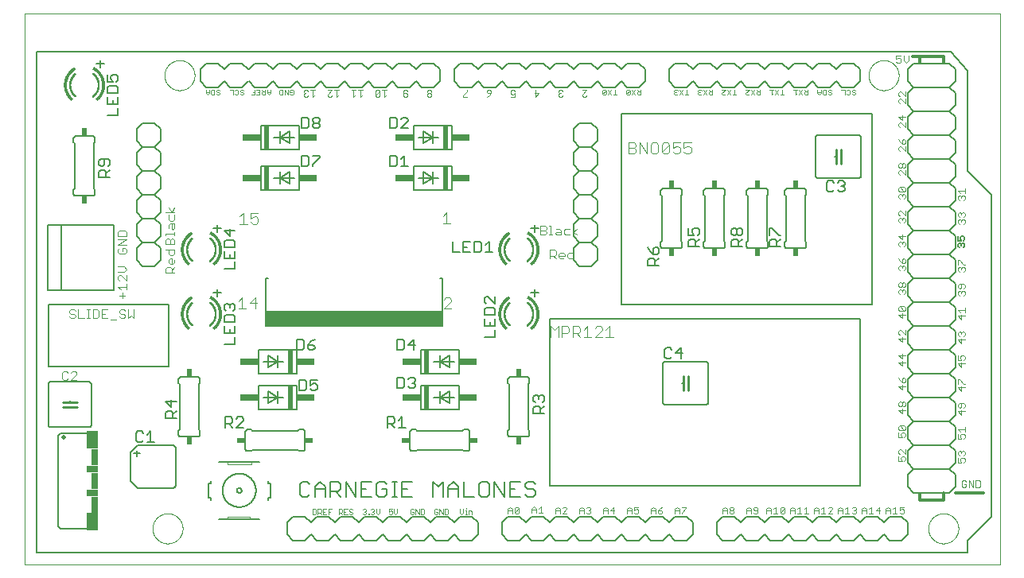
<source format=gto>
G75*
%MOIN*%
%OFA0B0*%
%FSLAX25Y25*%
%IPPOS*%
%LPD*%
%AMOC8*
5,1,8,0,0,1.08239X$1,22.5*
%
%ADD10C,0.00000*%
%ADD11C,0.00600*%
%ADD12C,0.00300*%
%ADD13C,0.00500*%
%ADD14C,0.01000*%
%ADD15C,0.00400*%
%ADD16R,0.02000X0.10000*%
%ADD17R,0.07500X0.03000*%
%ADD18R,0.74606X0.06594*%
%ADD19C,0.02000*%
%ADD20R,0.05000X0.07500*%
%ADD21R,0.03000X0.07000*%
%ADD22R,0.05000X0.03000*%
%ADD23C,0.00800*%
%ADD24C,0.01200*%
%ADD25C,0.00060*%
%ADD26C,0.00100*%
%ADD27R,0.03400X0.02400*%
%ADD28R,0.02400X0.03400*%
%ADD29C,0.00200*%
D10*
X0001000Y0001310D02*
X0001000Y0232271D01*
X0409701Y0232271D01*
X0409701Y0001310D01*
X0001000Y0001310D01*
X0054701Y0016310D02*
X0054703Y0016468D01*
X0054709Y0016626D01*
X0054719Y0016784D01*
X0054733Y0016942D01*
X0054751Y0017099D01*
X0054772Y0017256D01*
X0054798Y0017412D01*
X0054828Y0017568D01*
X0054861Y0017723D01*
X0054899Y0017876D01*
X0054940Y0018029D01*
X0054985Y0018181D01*
X0055034Y0018332D01*
X0055087Y0018481D01*
X0055143Y0018629D01*
X0055203Y0018775D01*
X0055267Y0018920D01*
X0055335Y0019063D01*
X0055406Y0019205D01*
X0055480Y0019345D01*
X0055558Y0019482D01*
X0055640Y0019618D01*
X0055724Y0019752D01*
X0055813Y0019883D01*
X0055904Y0020012D01*
X0055999Y0020139D01*
X0056096Y0020264D01*
X0056197Y0020386D01*
X0056301Y0020505D01*
X0056408Y0020622D01*
X0056518Y0020736D01*
X0056631Y0020847D01*
X0056746Y0020956D01*
X0056864Y0021061D01*
X0056985Y0021163D01*
X0057108Y0021263D01*
X0057234Y0021359D01*
X0057362Y0021452D01*
X0057492Y0021542D01*
X0057625Y0021628D01*
X0057760Y0021712D01*
X0057896Y0021791D01*
X0058035Y0021868D01*
X0058176Y0021940D01*
X0058318Y0022010D01*
X0058462Y0022075D01*
X0058608Y0022137D01*
X0058755Y0022195D01*
X0058904Y0022250D01*
X0059054Y0022301D01*
X0059205Y0022348D01*
X0059357Y0022391D01*
X0059510Y0022430D01*
X0059665Y0022466D01*
X0059820Y0022497D01*
X0059976Y0022525D01*
X0060132Y0022549D01*
X0060289Y0022569D01*
X0060447Y0022585D01*
X0060604Y0022597D01*
X0060763Y0022605D01*
X0060921Y0022609D01*
X0061079Y0022609D01*
X0061237Y0022605D01*
X0061396Y0022597D01*
X0061553Y0022585D01*
X0061711Y0022569D01*
X0061868Y0022549D01*
X0062024Y0022525D01*
X0062180Y0022497D01*
X0062335Y0022466D01*
X0062490Y0022430D01*
X0062643Y0022391D01*
X0062795Y0022348D01*
X0062946Y0022301D01*
X0063096Y0022250D01*
X0063245Y0022195D01*
X0063392Y0022137D01*
X0063538Y0022075D01*
X0063682Y0022010D01*
X0063824Y0021940D01*
X0063965Y0021868D01*
X0064104Y0021791D01*
X0064240Y0021712D01*
X0064375Y0021628D01*
X0064508Y0021542D01*
X0064638Y0021452D01*
X0064766Y0021359D01*
X0064892Y0021263D01*
X0065015Y0021163D01*
X0065136Y0021061D01*
X0065254Y0020956D01*
X0065369Y0020847D01*
X0065482Y0020736D01*
X0065592Y0020622D01*
X0065699Y0020505D01*
X0065803Y0020386D01*
X0065904Y0020264D01*
X0066001Y0020139D01*
X0066096Y0020012D01*
X0066187Y0019883D01*
X0066276Y0019752D01*
X0066360Y0019618D01*
X0066442Y0019482D01*
X0066520Y0019345D01*
X0066594Y0019205D01*
X0066665Y0019063D01*
X0066733Y0018920D01*
X0066797Y0018775D01*
X0066857Y0018629D01*
X0066913Y0018481D01*
X0066966Y0018332D01*
X0067015Y0018181D01*
X0067060Y0018029D01*
X0067101Y0017876D01*
X0067139Y0017723D01*
X0067172Y0017568D01*
X0067202Y0017412D01*
X0067228Y0017256D01*
X0067249Y0017099D01*
X0067267Y0016942D01*
X0067281Y0016784D01*
X0067291Y0016626D01*
X0067297Y0016468D01*
X0067299Y0016310D01*
X0067297Y0016152D01*
X0067291Y0015994D01*
X0067281Y0015836D01*
X0067267Y0015678D01*
X0067249Y0015521D01*
X0067228Y0015364D01*
X0067202Y0015208D01*
X0067172Y0015052D01*
X0067139Y0014897D01*
X0067101Y0014744D01*
X0067060Y0014591D01*
X0067015Y0014439D01*
X0066966Y0014288D01*
X0066913Y0014139D01*
X0066857Y0013991D01*
X0066797Y0013845D01*
X0066733Y0013700D01*
X0066665Y0013557D01*
X0066594Y0013415D01*
X0066520Y0013275D01*
X0066442Y0013138D01*
X0066360Y0013002D01*
X0066276Y0012868D01*
X0066187Y0012737D01*
X0066096Y0012608D01*
X0066001Y0012481D01*
X0065904Y0012356D01*
X0065803Y0012234D01*
X0065699Y0012115D01*
X0065592Y0011998D01*
X0065482Y0011884D01*
X0065369Y0011773D01*
X0065254Y0011664D01*
X0065136Y0011559D01*
X0065015Y0011457D01*
X0064892Y0011357D01*
X0064766Y0011261D01*
X0064638Y0011168D01*
X0064508Y0011078D01*
X0064375Y0010992D01*
X0064240Y0010908D01*
X0064104Y0010829D01*
X0063965Y0010752D01*
X0063824Y0010680D01*
X0063682Y0010610D01*
X0063538Y0010545D01*
X0063392Y0010483D01*
X0063245Y0010425D01*
X0063096Y0010370D01*
X0062946Y0010319D01*
X0062795Y0010272D01*
X0062643Y0010229D01*
X0062490Y0010190D01*
X0062335Y0010154D01*
X0062180Y0010123D01*
X0062024Y0010095D01*
X0061868Y0010071D01*
X0061711Y0010051D01*
X0061553Y0010035D01*
X0061396Y0010023D01*
X0061237Y0010015D01*
X0061079Y0010011D01*
X0060921Y0010011D01*
X0060763Y0010015D01*
X0060604Y0010023D01*
X0060447Y0010035D01*
X0060289Y0010051D01*
X0060132Y0010071D01*
X0059976Y0010095D01*
X0059820Y0010123D01*
X0059665Y0010154D01*
X0059510Y0010190D01*
X0059357Y0010229D01*
X0059205Y0010272D01*
X0059054Y0010319D01*
X0058904Y0010370D01*
X0058755Y0010425D01*
X0058608Y0010483D01*
X0058462Y0010545D01*
X0058318Y0010610D01*
X0058176Y0010680D01*
X0058035Y0010752D01*
X0057896Y0010829D01*
X0057760Y0010908D01*
X0057625Y0010992D01*
X0057492Y0011078D01*
X0057362Y0011168D01*
X0057234Y0011261D01*
X0057108Y0011357D01*
X0056985Y0011457D01*
X0056864Y0011559D01*
X0056746Y0011664D01*
X0056631Y0011773D01*
X0056518Y0011884D01*
X0056408Y0011998D01*
X0056301Y0012115D01*
X0056197Y0012234D01*
X0056096Y0012356D01*
X0055999Y0012481D01*
X0055904Y0012608D01*
X0055813Y0012737D01*
X0055724Y0012868D01*
X0055640Y0013002D01*
X0055558Y0013138D01*
X0055480Y0013275D01*
X0055406Y0013415D01*
X0055335Y0013557D01*
X0055267Y0013700D01*
X0055203Y0013845D01*
X0055143Y0013991D01*
X0055087Y0014139D01*
X0055034Y0014288D01*
X0054985Y0014439D01*
X0054940Y0014591D01*
X0054899Y0014744D01*
X0054861Y0014897D01*
X0054828Y0015052D01*
X0054798Y0015208D01*
X0054772Y0015364D01*
X0054751Y0015521D01*
X0054733Y0015678D01*
X0054719Y0015836D01*
X0054709Y0015994D01*
X0054703Y0016152D01*
X0054701Y0016310D01*
X0379701Y0016310D02*
X0379703Y0016468D01*
X0379709Y0016626D01*
X0379719Y0016784D01*
X0379733Y0016942D01*
X0379751Y0017099D01*
X0379772Y0017256D01*
X0379798Y0017412D01*
X0379828Y0017568D01*
X0379861Y0017723D01*
X0379899Y0017876D01*
X0379940Y0018029D01*
X0379985Y0018181D01*
X0380034Y0018332D01*
X0380087Y0018481D01*
X0380143Y0018629D01*
X0380203Y0018775D01*
X0380267Y0018920D01*
X0380335Y0019063D01*
X0380406Y0019205D01*
X0380480Y0019345D01*
X0380558Y0019482D01*
X0380640Y0019618D01*
X0380724Y0019752D01*
X0380813Y0019883D01*
X0380904Y0020012D01*
X0380999Y0020139D01*
X0381096Y0020264D01*
X0381197Y0020386D01*
X0381301Y0020505D01*
X0381408Y0020622D01*
X0381518Y0020736D01*
X0381631Y0020847D01*
X0381746Y0020956D01*
X0381864Y0021061D01*
X0381985Y0021163D01*
X0382108Y0021263D01*
X0382234Y0021359D01*
X0382362Y0021452D01*
X0382492Y0021542D01*
X0382625Y0021628D01*
X0382760Y0021712D01*
X0382896Y0021791D01*
X0383035Y0021868D01*
X0383176Y0021940D01*
X0383318Y0022010D01*
X0383462Y0022075D01*
X0383608Y0022137D01*
X0383755Y0022195D01*
X0383904Y0022250D01*
X0384054Y0022301D01*
X0384205Y0022348D01*
X0384357Y0022391D01*
X0384510Y0022430D01*
X0384665Y0022466D01*
X0384820Y0022497D01*
X0384976Y0022525D01*
X0385132Y0022549D01*
X0385289Y0022569D01*
X0385447Y0022585D01*
X0385604Y0022597D01*
X0385763Y0022605D01*
X0385921Y0022609D01*
X0386079Y0022609D01*
X0386237Y0022605D01*
X0386396Y0022597D01*
X0386553Y0022585D01*
X0386711Y0022569D01*
X0386868Y0022549D01*
X0387024Y0022525D01*
X0387180Y0022497D01*
X0387335Y0022466D01*
X0387490Y0022430D01*
X0387643Y0022391D01*
X0387795Y0022348D01*
X0387946Y0022301D01*
X0388096Y0022250D01*
X0388245Y0022195D01*
X0388392Y0022137D01*
X0388538Y0022075D01*
X0388682Y0022010D01*
X0388824Y0021940D01*
X0388965Y0021868D01*
X0389104Y0021791D01*
X0389240Y0021712D01*
X0389375Y0021628D01*
X0389508Y0021542D01*
X0389638Y0021452D01*
X0389766Y0021359D01*
X0389892Y0021263D01*
X0390015Y0021163D01*
X0390136Y0021061D01*
X0390254Y0020956D01*
X0390369Y0020847D01*
X0390482Y0020736D01*
X0390592Y0020622D01*
X0390699Y0020505D01*
X0390803Y0020386D01*
X0390904Y0020264D01*
X0391001Y0020139D01*
X0391096Y0020012D01*
X0391187Y0019883D01*
X0391276Y0019752D01*
X0391360Y0019618D01*
X0391442Y0019482D01*
X0391520Y0019345D01*
X0391594Y0019205D01*
X0391665Y0019063D01*
X0391733Y0018920D01*
X0391797Y0018775D01*
X0391857Y0018629D01*
X0391913Y0018481D01*
X0391966Y0018332D01*
X0392015Y0018181D01*
X0392060Y0018029D01*
X0392101Y0017876D01*
X0392139Y0017723D01*
X0392172Y0017568D01*
X0392202Y0017412D01*
X0392228Y0017256D01*
X0392249Y0017099D01*
X0392267Y0016942D01*
X0392281Y0016784D01*
X0392291Y0016626D01*
X0392297Y0016468D01*
X0392299Y0016310D01*
X0392297Y0016152D01*
X0392291Y0015994D01*
X0392281Y0015836D01*
X0392267Y0015678D01*
X0392249Y0015521D01*
X0392228Y0015364D01*
X0392202Y0015208D01*
X0392172Y0015052D01*
X0392139Y0014897D01*
X0392101Y0014744D01*
X0392060Y0014591D01*
X0392015Y0014439D01*
X0391966Y0014288D01*
X0391913Y0014139D01*
X0391857Y0013991D01*
X0391797Y0013845D01*
X0391733Y0013700D01*
X0391665Y0013557D01*
X0391594Y0013415D01*
X0391520Y0013275D01*
X0391442Y0013138D01*
X0391360Y0013002D01*
X0391276Y0012868D01*
X0391187Y0012737D01*
X0391096Y0012608D01*
X0391001Y0012481D01*
X0390904Y0012356D01*
X0390803Y0012234D01*
X0390699Y0012115D01*
X0390592Y0011998D01*
X0390482Y0011884D01*
X0390369Y0011773D01*
X0390254Y0011664D01*
X0390136Y0011559D01*
X0390015Y0011457D01*
X0389892Y0011357D01*
X0389766Y0011261D01*
X0389638Y0011168D01*
X0389508Y0011078D01*
X0389375Y0010992D01*
X0389240Y0010908D01*
X0389104Y0010829D01*
X0388965Y0010752D01*
X0388824Y0010680D01*
X0388682Y0010610D01*
X0388538Y0010545D01*
X0388392Y0010483D01*
X0388245Y0010425D01*
X0388096Y0010370D01*
X0387946Y0010319D01*
X0387795Y0010272D01*
X0387643Y0010229D01*
X0387490Y0010190D01*
X0387335Y0010154D01*
X0387180Y0010123D01*
X0387024Y0010095D01*
X0386868Y0010071D01*
X0386711Y0010051D01*
X0386553Y0010035D01*
X0386396Y0010023D01*
X0386237Y0010015D01*
X0386079Y0010011D01*
X0385921Y0010011D01*
X0385763Y0010015D01*
X0385604Y0010023D01*
X0385447Y0010035D01*
X0385289Y0010051D01*
X0385132Y0010071D01*
X0384976Y0010095D01*
X0384820Y0010123D01*
X0384665Y0010154D01*
X0384510Y0010190D01*
X0384357Y0010229D01*
X0384205Y0010272D01*
X0384054Y0010319D01*
X0383904Y0010370D01*
X0383755Y0010425D01*
X0383608Y0010483D01*
X0383462Y0010545D01*
X0383318Y0010610D01*
X0383176Y0010680D01*
X0383035Y0010752D01*
X0382896Y0010829D01*
X0382760Y0010908D01*
X0382625Y0010992D01*
X0382492Y0011078D01*
X0382362Y0011168D01*
X0382234Y0011261D01*
X0382108Y0011357D01*
X0381985Y0011457D01*
X0381864Y0011559D01*
X0381746Y0011664D01*
X0381631Y0011773D01*
X0381518Y0011884D01*
X0381408Y0011998D01*
X0381301Y0012115D01*
X0381197Y0012234D01*
X0381096Y0012356D01*
X0380999Y0012481D01*
X0380904Y0012608D01*
X0380813Y0012737D01*
X0380724Y0012868D01*
X0380640Y0013002D01*
X0380558Y0013138D01*
X0380480Y0013275D01*
X0380406Y0013415D01*
X0380335Y0013557D01*
X0380267Y0013700D01*
X0380203Y0013845D01*
X0380143Y0013991D01*
X0380087Y0014139D01*
X0380034Y0014288D01*
X0379985Y0014439D01*
X0379940Y0014591D01*
X0379899Y0014744D01*
X0379861Y0014897D01*
X0379828Y0015052D01*
X0379798Y0015208D01*
X0379772Y0015364D01*
X0379751Y0015521D01*
X0379733Y0015678D01*
X0379719Y0015836D01*
X0379709Y0015994D01*
X0379703Y0016152D01*
X0379701Y0016310D01*
X0354701Y0206310D02*
X0354703Y0206468D01*
X0354709Y0206626D01*
X0354719Y0206784D01*
X0354733Y0206942D01*
X0354751Y0207099D01*
X0354772Y0207256D01*
X0354798Y0207412D01*
X0354828Y0207568D01*
X0354861Y0207723D01*
X0354899Y0207876D01*
X0354940Y0208029D01*
X0354985Y0208181D01*
X0355034Y0208332D01*
X0355087Y0208481D01*
X0355143Y0208629D01*
X0355203Y0208775D01*
X0355267Y0208920D01*
X0355335Y0209063D01*
X0355406Y0209205D01*
X0355480Y0209345D01*
X0355558Y0209482D01*
X0355640Y0209618D01*
X0355724Y0209752D01*
X0355813Y0209883D01*
X0355904Y0210012D01*
X0355999Y0210139D01*
X0356096Y0210264D01*
X0356197Y0210386D01*
X0356301Y0210505D01*
X0356408Y0210622D01*
X0356518Y0210736D01*
X0356631Y0210847D01*
X0356746Y0210956D01*
X0356864Y0211061D01*
X0356985Y0211163D01*
X0357108Y0211263D01*
X0357234Y0211359D01*
X0357362Y0211452D01*
X0357492Y0211542D01*
X0357625Y0211628D01*
X0357760Y0211712D01*
X0357896Y0211791D01*
X0358035Y0211868D01*
X0358176Y0211940D01*
X0358318Y0212010D01*
X0358462Y0212075D01*
X0358608Y0212137D01*
X0358755Y0212195D01*
X0358904Y0212250D01*
X0359054Y0212301D01*
X0359205Y0212348D01*
X0359357Y0212391D01*
X0359510Y0212430D01*
X0359665Y0212466D01*
X0359820Y0212497D01*
X0359976Y0212525D01*
X0360132Y0212549D01*
X0360289Y0212569D01*
X0360447Y0212585D01*
X0360604Y0212597D01*
X0360763Y0212605D01*
X0360921Y0212609D01*
X0361079Y0212609D01*
X0361237Y0212605D01*
X0361396Y0212597D01*
X0361553Y0212585D01*
X0361711Y0212569D01*
X0361868Y0212549D01*
X0362024Y0212525D01*
X0362180Y0212497D01*
X0362335Y0212466D01*
X0362490Y0212430D01*
X0362643Y0212391D01*
X0362795Y0212348D01*
X0362946Y0212301D01*
X0363096Y0212250D01*
X0363245Y0212195D01*
X0363392Y0212137D01*
X0363538Y0212075D01*
X0363682Y0212010D01*
X0363824Y0211940D01*
X0363965Y0211868D01*
X0364104Y0211791D01*
X0364240Y0211712D01*
X0364375Y0211628D01*
X0364508Y0211542D01*
X0364638Y0211452D01*
X0364766Y0211359D01*
X0364892Y0211263D01*
X0365015Y0211163D01*
X0365136Y0211061D01*
X0365254Y0210956D01*
X0365369Y0210847D01*
X0365482Y0210736D01*
X0365592Y0210622D01*
X0365699Y0210505D01*
X0365803Y0210386D01*
X0365904Y0210264D01*
X0366001Y0210139D01*
X0366096Y0210012D01*
X0366187Y0209883D01*
X0366276Y0209752D01*
X0366360Y0209618D01*
X0366442Y0209482D01*
X0366520Y0209345D01*
X0366594Y0209205D01*
X0366665Y0209063D01*
X0366733Y0208920D01*
X0366797Y0208775D01*
X0366857Y0208629D01*
X0366913Y0208481D01*
X0366966Y0208332D01*
X0367015Y0208181D01*
X0367060Y0208029D01*
X0367101Y0207876D01*
X0367139Y0207723D01*
X0367172Y0207568D01*
X0367202Y0207412D01*
X0367228Y0207256D01*
X0367249Y0207099D01*
X0367267Y0206942D01*
X0367281Y0206784D01*
X0367291Y0206626D01*
X0367297Y0206468D01*
X0367299Y0206310D01*
X0367297Y0206152D01*
X0367291Y0205994D01*
X0367281Y0205836D01*
X0367267Y0205678D01*
X0367249Y0205521D01*
X0367228Y0205364D01*
X0367202Y0205208D01*
X0367172Y0205052D01*
X0367139Y0204897D01*
X0367101Y0204744D01*
X0367060Y0204591D01*
X0367015Y0204439D01*
X0366966Y0204288D01*
X0366913Y0204139D01*
X0366857Y0203991D01*
X0366797Y0203845D01*
X0366733Y0203700D01*
X0366665Y0203557D01*
X0366594Y0203415D01*
X0366520Y0203275D01*
X0366442Y0203138D01*
X0366360Y0203002D01*
X0366276Y0202868D01*
X0366187Y0202737D01*
X0366096Y0202608D01*
X0366001Y0202481D01*
X0365904Y0202356D01*
X0365803Y0202234D01*
X0365699Y0202115D01*
X0365592Y0201998D01*
X0365482Y0201884D01*
X0365369Y0201773D01*
X0365254Y0201664D01*
X0365136Y0201559D01*
X0365015Y0201457D01*
X0364892Y0201357D01*
X0364766Y0201261D01*
X0364638Y0201168D01*
X0364508Y0201078D01*
X0364375Y0200992D01*
X0364240Y0200908D01*
X0364104Y0200829D01*
X0363965Y0200752D01*
X0363824Y0200680D01*
X0363682Y0200610D01*
X0363538Y0200545D01*
X0363392Y0200483D01*
X0363245Y0200425D01*
X0363096Y0200370D01*
X0362946Y0200319D01*
X0362795Y0200272D01*
X0362643Y0200229D01*
X0362490Y0200190D01*
X0362335Y0200154D01*
X0362180Y0200123D01*
X0362024Y0200095D01*
X0361868Y0200071D01*
X0361711Y0200051D01*
X0361553Y0200035D01*
X0361396Y0200023D01*
X0361237Y0200015D01*
X0361079Y0200011D01*
X0360921Y0200011D01*
X0360763Y0200015D01*
X0360604Y0200023D01*
X0360447Y0200035D01*
X0360289Y0200051D01*
X0360132Y0200071D01*
X0359976Y0200095D01*
X0359820Y0200123D01*
X0359665Y0200154D01*
X0359510Y0200190D01*
X0359357Y0200229D01*
X0359205Y0200272D01*
X0359054Y0200319D01*
X0358904Y0200370D01*
X0358755Y0200425D01*
X0358608Y0200483D01*
X0358462Y0200545D01*
X0358318Y0200610D01*
X0358176Y0200680D01*
X0358035Y0200752D01*
X0357896Y0200829D01*
X0357760Y0200908D01*
X0357625Y0200992D01*
X0357492Y0201078D01*
X0357362Y0201168D01*
X0357234Y0201261D01*
X0357108Y0201357D01*
X0356985Y0201457D01*
X0356864Y0201559D01*
X0356746Y0201664D01*
X0356631Y0201773D01*
X0356518Y0201884D01*
X0356408Y0201998D01*
X0356301Y0202115D01*
X0356197Y0202234D01*
X0356096Y0202356D01*
X0355999Y0202481D01*
X0355904Y0202608D01*
X0355813Y0202737D01*
X0355724Y0202868D01*
X0355640Y0203002D01*
X0355558Y0203138D01*
X0355480Y0203275D01*
X0355406Y0203415D01*
X0355335Y0203557D01*
X0355267Y0203700D01*
X0355203Y0203845D01*
X0355143Y0203991D01*
X0355087Y0204139D01*
X0355034Y0204288D01*
X0354985Y0204439D01*
X0354940Y0204591D01*
X0354899Y0204744D01*
X0354861Y0204897D01*
X0354828Y0205052D01*
X0354798Y0205208D01*
X0354772Y0205364D01*
X0354751Y0205521D01*
X0354733Y0205678D01*
X0354719Y0205836D01*
X0354709Y0205994D01*
X0354703Y0206152D01*
X0354701Y0206310D01*
X0059701Y0206310D02*
X0059703Y0206468D01*
X0059709Y0206626D01*
X0059719Y0206784D01*
X0059733Y0206942D01*
X0059751Y0207099D01*
X0059772Y0207256D01*
X0059798Y0207412D01*
X0059828Y0207568D01*
X0059861Y0207723D01*
X0059899Y0207876D01*
X0059940Y0208029D01*
X0059985Y0208181D01*
X0060034Y0208332D01*
X0060087Y0208481D01*
X0060143Y0208629D01*
X0060203Y0208775D01*
X0060267Y0208920D01*
X0060335Y0209063D01*
X0060406Y0209205D01*
X0060480Y0209345D01*
X0060558Y0209482D01*
X0060640Y0209618D01*
X0060724Y0209752D01*
X0060813Y0209883D01*
X0060904Y0210012D01*
X0060999Y0210139D01*
X0061096Y0210264D01*
X0061197Y0210386D01*
X0061301Y0210505D01*
X0061408Y0210622D01*
X0061518Y0210736D01*
X0061631Y0210847D01*
X0061746Y0210956D01*
X0061864Y0211061D01*
X0061985Y0211163D01*
X0062108Y0211263D01*
X0062234Y0211359D01*
X0062362Y0211452D01*
X0062492Y0211542D01*
X0062625Y0211628D01*
X0062760Y0211712D01*
X0062896Y0211791D01*
X0063035Y0211868D01*
X0063176Y0211940D01*
X0063318Y0212010D01*
X0063462Y0212075D01*
X0063608Y0212137D01*
X0063755Y0212195D01*
X0063904Y0212250D01*
X0064054Y0212301D01*
X0064205Y0212348D01*
X0064357Y0212391D01*
X0064510Y0212430D01*
X0064665Y0212466D01*
X0064820Y0212497D01*
X0064976Y0212525D01*
X0065132Y0212549D01*
X0065289Y0212569D01*
X0065447Y0212585D01*
X0065604Y0212597D01*
X0065763Y0212605D01*
X0065921Y0212609D01*
X0066079Y0212609D01*
X0066237Y0212605D01*
X0066396Y0212597D01*
X0066553Y0212585D01*
X0066711Y0212569D01*
X0066868Y0212549D01*
X0067024Y0212525D01*
X0067180Y0212497D01*
X0067335Y0212466D01*
X0067490Y0212430D01*
X0067643Y0212391D01*
X0067795Y0212348D01*
X0067946Y0212301D01*
X0068096Y0212250D01*
X0068245Y0212195D01*
X0068392Y0212137D01*
X0068538Y0212075D01*
X0068682Y0212010D01*
X0068824Y0211940D01*
X0068965Y0211868D01*
X0069104Y0211791D01*
X0069240Y0211712D01*
X0069375Y0211628D01*
X0069508Y0211542D01*
X0069638Y0211452D01*
X0069766Y0211359D01*
X0069892Y0211263D01*
X0070015Y0211163D01*
X0070136Y0211061D01*
X0070254Y0210956D01*
X0070369Y0210847D01*
X0070482Y0210736D01*
X0070592Y0210622D01*
X0070699Y0210505D01*
X0070803Y0210386D01*
X0070904Y0210264D01*
X0071001Y0210139D01*
X0071096Y0210012D01*
X0071187Y0209883D01*
X0071276Y0209752D01*
X0071360Y0209618D01*
X0071442Y0209482D01*
X0071520Y0209345D01*
X0071594Y0209205D01*
X0071665Y0209063D01*
X0071733Y0208920D01*
X0071797Y0208775D01*
X0071857Y0208629D01*
X0071913Y0208481D01*
X0071966Y0208332D01*
X0072015Y0208181D01*
X0072060Y0208029D01*
X0072101Y0207876D01*
X0072139Y0207723D01*
X0072172Y0207568D01*
X0072202Y0207412D01*
X0072228Y0207256D01*
X0072249Y0207099D01*
X0072267Y0206942D01*
X0072281Y0206784D01*
X0072291Y0206626D01*
X0072297Y0206468D01*
X0072299Y0206310D01*
X0072297Y0206152D01*
X0072291Y0205994D01*
X0072281Y0205836D01*
X0072267Y0205678D01*
X0072249Y0205521D01*
X0072228Y0205364D01*
X0072202Y0205208D01*
X0072172Y0205052D01*
X0072139Y0204897D01*
X0072101Y0204744D01*
X0072060Y0204591D01*
X0072015Y0204439D01*
X0071966Y0204288D01*
X0071913Y0204139D01*
X0071857Y0203991D01*
X0071797Y0203845D01*
X0071733Y0203700D01*
X0071665Y0203557D01*
X0071594Y0203415D01*
X0071520Y0203275D01*
X0071442Y0203138D01*
X0071360Y0203002D01*
X0071276Y0202868D01*
X0071187Y0202737D01*
X0071096Y0202608D01*
X0071001Y0202481D01*
X0070904Y0202356D01*
X0070803Y0202234D01*
X0070699Y0202115D01*
X0070592Y0201998D01*
X0070482Y0201884D01*
X0070369Y0201773D01*
X0070254Y0201664D01*
X0070136Y0201559D01*
X0070015Y0201457D01*
X0069892Y0201357D01*
X0069766Y0201261D01*
X0069638Y0201168D01*
X0069508Y0201078D01*
X0069375Y0200992D01*
X0069240Y0200908D01*
X0069104Y0200829D01*
X0068965Y0200752D01*
X0068824Y0200680D01*
X0068682Y0200610D01*
X0068538Y0200545D01*
X0068392Y0200483D01*
X0068245Y0200425D01*
X0068096Y0200370D01*
X0067946Y0200319D01*
X0067795Y0200272D01*
X0067643Y0200229D01*
X0067490Y0200190D01*
X0067335Y0200154D01*
X0067180Y0200123D01*
X0067024Y0200095D01*
X0066868Y0200071D01*
X0066711Y0200051D01*
X0066553Y0200035D01*
X0066396Y0200023D01*
X0066237Y0200015D01*
X0066079Y0200011D01*
X0065921Y0200011D01*
X0065763Y0200015D01*
X0065604Y0200023D01*
X0065447Y0200035D01*
X0065289Y0200051D01*
X0065132Y0200071D01*
X0064976Y0200095D01*
X0064820Y0200123D01*
X0064665Y0200154D01*
X0064510Y0200190D01*
X0064357Y0200229D01*
X0064205Y0200272D01*
X0064054Y0200319D01*
X0063904Y0200370D01*
X0063755Y0200425D01*
X0063608Y0200483D01*
X0063462Y0200545D01*
X0063318Y0200610D01*
X0063176Y0200680D01*
X0063035Y0200752D01*
X0062896Y0200829D01*
X0062760Y0200908D01*
X0062625Y0200992D01*
X0062492Y0201078D01*
X0062362Y0201168D01*
X0062234Y0201261D01*
X0062108Y0201357D01*
X0061985Y0201457D01*
X0061864Y0201559D01*
X0061746Y0201664D01*
X0061631Y0201773D01*
X0061518Y0201884D01*
X0061408Y0201998D01*
X0061301Y0202115D01*
X0061197Y0202234D01*
X0061096Y0202356D01*
X0060999Y0202481D01*
X0060904Y0202608D01*
X0060813Y0202737D01*
X0060724Y0202868D01*
X0060640Y0203002D01*
X0060558Y0203138D01*
X0060480Y0203275D01*
X0060406Y0203415D01*
X0060335Y0203557D01*
X0060267Y0203700D01*
X0060203Y0203845D01*
X0060143Y0203991D01*
X0060087Y0204139D01*
X0060034Y0204288D01*
X0059985Y0204439D01*
X0059940Y0204591D01*
X0059899Y0204744D01*
X0059861Y0204897D01*
X0059828Y0205052D01*
X0059798Y0205208D01*
X0059772Y0205364D01*
X0059751Y0205521D01*
X0059733Y0205678D01*
X0059719Y0205836D01*
X0059709Y0205994D01*
X0059703Y0206152D01*
X0059701Y0206310D01*
D11*
X0055500Y0186310D02*
X0050500Y0186310D01*
X0048000Y0183810D01*
X0048000Y0178810D01*
X0050500Y0176310D01*
X0055500Y0176310D01*
X0058000Y0178810D01*
X0058000Y0183810D01*
X0055500Y0186310D01*
X0055500Y0176310D02*
X0058000Y0173810D01*
X0058000Y0168810D01*
X0055500Y0166310D01*
X0058000Y0163810D01*
X0058000Y0158810D01*
X0055500Y0156310D01*
X0058000Y0153810D01*
X0058000Y0148810D01*
X0055500Y0146310D01*
X0058000Y0143810D01*
X0058000Y0138810D01*
X0055500Y0136310D01*
X0058000Y0133810D01*
X0058000Y0128810D01*
X0055500Y0126310D01*
X0050500Y0126310D01*
X0048000Y0128810D01*
X0048000Y0133810D01*
X0050500Y0136310D01*
X0048000Y0138810D01*
X0048000Y0143810D01*
X0050500Y0146310D01*
X0055500Y0146310D01*
X0050500Y0146310D02*
X0048000Y0148810D01*
X0048000Y0153810D01*
X0050500Y0156310D01*
X0048000Y0158810D01*
X0048000Y0163810D01*
X0050500Y0166310D01*
X0048000Y0168810D01*
X0048000Y0173810D01*
X0050500Y0176310D01*
X0050500Y0166310D02*
X0055500Y0166310D01*
X0055500Y0156310D02*
X0050500Y0156310D01*
X0030500Y0156810D02*
X0030500Y0158310D01*
X0030000Y0158810D01*
X0030000Y0177810D01*
X0030500Y0178310D01*
X0030500Y0179810D01*
X0030498Y0179870D01*
X0030493Y0179931D01*
X0030484Y0179990D01*
X0030471Y0180049D01*
X0030455Y0180108D01*
X0030435Y0180165D01*
X0030412Y0180220D01*
X0030385Y0180275D01*
X0030356Y0180327D01*
X0030323Y0180378D01*
X0030287Y0180427D01*
X0030249Y0180473D01*
X0030207Y0180517D01*
X0030163Y0180559D01*
X0030117Y0180597D01*
X0030068Y0180633D01*
X0030017Y0180666D01*
X0029965Y0180695D01*
X0029910Y0180722D01*
X0029855Y0180745D01*
X0029798Y0180765D01*
X0029739Y0180781D01*
X0029680Y0180794D01*
X0029621Y0180803D01*
X0029560Y0180808D01*
X0029500Y0180810D01*
X0022500Y0180810D01*
X0022440Y0180808D01*
X0022379Y0180803D01*
X0022320Y0180794D01*
X0022261Y0180781D01*
X0022202Y0180765D01*
X0022145Y0180745D01*
X0022090Y0180722D01*
X0022035Y0180695D01*
X0021983Y0180666D01*
X0021932Y0180633D01*
X0021883Y0180597D01*
X0021837Y0180559D01*
X0021793Y0180517D01*
X0021751Y0180473D01*
X0021713Y0180427D01*
X0021677Y0180378D01*
X0021644Y0180327D01*
X0021615Y0180275D01*
X0021588Y0180220D01*
X0021565Y0180165D01*
X0021545Y0180108D01*
X0021529Y0180049D01*
X0021516Y0179990D01*
X0021507Y0179931D01*
X0021502Y0179870D01*
X0021500Y0179810D01*
X0021500Y0178310D01*
X0022000Y0177810D01*
X0022000Y0158810D01*
X0021500Y0158310D01*
X0021500Y0156810D01*
X0021502Y0156750D01*
X0021507Y0156689D01*
X0021516Y0156630D01*
X0021529Y0156571D01*
X0021545Y0156512D01*
X0021565Y0156455D01*
X0021588Y0156400D01*
X0021615Y0156345D01*
X0021644Y0156293D01*
X0021677Y0156242D01*
X0021713Y0156193D01*
X0021751Y0156147D01*
X0021793Y0156103D01*
X0021837Y0156061D01*
X0021883Y0156023D01*
X0021932Y0155987D01*
X0021983Y0155954D01*
X0022035Y0155925D01*
X0022090Y0155898D01*
X0022145Y0155875D01*
X0022202Y0155855D01*
X0022261Y0155839D01*
X0022320Y0155826D01*
X0022379Y0155817D01*
X0022440Y0155812D01*
X0022500Y0155810D01*
X0029500Y0155810D01*
X0029560Y0155812D01*
X0029621Y0155817D01*
X0029680Y0155826D01*
X0029739Y0155839D01*
X0029798Y0155855D01*
X0029855Y0155875D01*
X0029910Y0155898D01*
X0029965Y0155925D01*
X0030017Y0155954D01*
X0030068Y0155987D01*
X0030117Y0156023D01*
X0030163Y0156061D01*
X0030207Y0156103D01*
X0030249Y0156147D01*
X0030287Y0156193D01*
X0030323Y0156242D01*
X0030356Y0156293D01*
X0030385Y0156345D01*
X0030412Y0156400D01*
X0030435Y0156455D01*
X0030455Y0156512D01*
X0030471Y0156571D01*
X0030484Y0156630D01*
X0030493Y0156689D01*
X0030498Y0156750D01*
X0030500Y0156810D01*
X0050500Y0136310D02*
X0055500Y0136310D01*
X0102000Y0121310D02*
X0102000Y0107310D01*
X0102000Y0121310D02*
X0103000Y0121310D01*
X0099000Y0091310D02*
X0099000Y0081310D01*
X0115000Y0081310D01*
X0115000Y0091310D01*
X0099000Y0091310D01*
X0103000Y0088810D02*
X0107000Y0086310D01*
X0107000Y0088810D01*
X0103000Y0088810D02*
X0103000Y0083810D01*
X0107000Y0086310D01*
X0107000Y0083810D01*
X0107000Y0086310D02*
X0101000Y0086310D01*
X0107000Y0086310D02*
X0109500Y0086310D01*
X0115000Y0076310D02*
X0099000Y0076310D01*
X0099000Y0066310D01*
X0115000Y0066310D01*
X0115000Y0076310D01*
X0109500Y0071310D02*
X0107000Y0071310D01*
X0107000Y0073810D01*
X0107000Y0071310D02*
X0107000Y0068810D01*
X0107000Y0071310D02*
X0103000Y0068810D01*
X0103000Y0073810D01*
X0107000Y0071310D01*
X0101000Y0071310D01*
X0096000Y0057810D02*
X0096500Y0057310D01*
X0115500Y0057310D01*
X0116000Y0057810D01*
X0117500Y0057810D01*
X0117560Y0057808D01*
X0117621Y0057803D01*
X0117680Y0057794D01*
X0117739Y0057781D01*
X0117798Y0057765D01*
X0117855Y0057745D01*
X0117910Y0057722D01*
X0117965Y0057695D01*
X0118017Y0057666D01*
X0118068Y0057633D01*
X0118117Y0057597D01*
X0118163Y0057559D01*
X0118207Y0057517D01*
X0118249Y0057473D01*
X0118287Y0057427D01*
X0118323Y0057378D01*
X0118356Y0057327D01*
X0118385Y0057275D01*
X0118412Y0057220D01*
X0118435Y0057165D01*
X0118455Y0057108D01*
X0118471Y0057049D01*
X0118484Y0056990D01*
X0118493Y0056931D01*
X0118498Y0056870D01*
X0118500Y0056810D01*
X0118500Y0049810D01*
X0118498Y0049750D01*
X0118493Y0049689D01*
X0118484Y0049630D01*
X0118471Y0049571D01*
X0118455Y0049512D01*
X0118435Y0049455D01*
X0118412Y0049400D01*
X0118385Y0049345D01*
X0118356Y0049293D01*
X0118323Y0049242D01*
X0118287Y0049193D01*
X0118249Y0049147D01*
X0118207Y0049103D01*
X0118163Y0049061D01*
X0118117Y0049023D01*
X0118068Y0048987D01*
X0118017Y0048954D01*
X0117965Y0048925D01*
X0117910Y0048898D01*
X0117855Y0048875D01*
X0117798Y0048855D01*
X0117739Y0048839D01*
X0117680Y0048826D01*
X0117621Y0048817D01*
X0117560Y0048812D01*
X0117500Y0048810D01*
X0116000Y0048810D01*
X0115500Y0049310D01*
X0096500Y0049310D01*
X0096000Y0048810D01*
X0094500Y0048810D01*
X0094440Y0048812D01*
X0094379Y0048817D01*
X0094320Y0048826D01*
X0094261Y0048839D01*
X0094202Y0048855D01*
X0094145Y0048875D01*
X0094090Y0048898D01*
X0094035Y0048925D01*
X0093983Y0048954D01*
X0093932Y0048987D01*
X0093883Y0049023D01*
X0093837Y0049061D01*
X0093793Y0049103D01*
X0093751Y0049147D01*
X0093713Y0049193D01*
X0093677Y0049242D01*
X0093644Y0049293D01*
X0093615Y0049345D01*
X0093588Y0049400D01*
X0093565Y0049455D01*
X0093545Y0049512D01*
X0093529Y0049571D01*
X0093516Y0049630D01*
X0093507Y0049689D01*
X0093502Y0049750D01*
X0093500Y0049810D01*
X0093500Y0056810D01*
X0093502Y0056870D01*
X0093507Y0056931D01*
X0093516Y0056990D01*
X0093529Y0057049D01*
X0093545Y0057108D01*
X0093565Y0057165D01*
X0093588Y0057220D01*
X0093615Y0057275D01*
X0093644Y0057327D01*
X0093677Y0057378D01*
X0093713Y0057427D01*
X0093751Y0057473D01*
X0093793Y0057517D01*
X0093837Y0057559D01*
X0093883Y0057597D01*
X0093932Y0057633D01*
X0093983Y0057666D01*
X0094035Y0057695D01*
X0094090Y0057722D01*
X0094145Y0057745D01*
X0094202Y0057765D01*
X0094261Y0057781D01*
X0094320Y0057794D01*
X0094379Y0057803D01*
X0094440Y0057808D01*
X0094500Y0057810D01*
X0096000Y0057810D01*
X0074500Y0057310D02*
X0074500Y0055810D01*
X0074498Y0055750D01*
X0074493Y0055689D01*
X0074484Y0055630D01*
X0074471Y0055571D01*
X0074455Y0055512D01*
X0074435Y0055455D01*
X0074412Y0055400D01*
X0074385Y0055345D01*
X0074356Y0055293D01*
X0074323Y0055242D01*
X0074287Y0055193D01*
X0074249Y0055147D01*
X0074207Y0055103D01*
X0074163Y0055061D01*
X0074117Y0055023D01*
X0074068Y0054987D01*
X0074017Y0054954D01*
X0073965Y0054925D01*
X0073910Y0054898D01*
X0073855Y0054875D01*
X0073798Y0054855D01*
X0073739Y0054839D01*
X0073680Y0054826D01*
X0073621Y0054817D01*
X0073560Y0054812D01*
X0073500Y0054810D01*
X0066500Y0054810D01*
X0066440Y0054812D01*
X0066379Y0054817D01*
X0066320Y0054826D01*
X0066261Y0054839D01*
X0066202Y0054855D01*
X0066145Y0054875D01*
X0066090Y0054898D01*
X0066035Y0054925D01*
X0065983Y0054954D01*
X0065932Y0054987D01*
X0065883Y0055023D01*
X0065837Y0055061D01*
X0065793Y0055103D01*
X0065751Y0055147D01*
X0065713Y0055193D01*
X0065677Y0055242D01*
X0065644Y0055293D01*
X0065615Y0055345D01*
X0065588Y0055400D01*
X0065565Y0055455D01*
X0065545Y0055512D01*
X0065529Y0055571D01*
X0065516Y0055630D01*
X0065507Y0055689D01*
X0065502Y0055750D01*
X0065500Y0055810D01*
X0065500Y0057310D01*
X0066000Y0057810D01*
X0066000Y0076810D01*
X0065500Y0077310D01*
X0065500Y0078810D01*
X0065502Y0078870D01*
X0065507Y0078931D01*
X0065516Y0078990D01*
X0065529Y0079049D01*
X0065545Y0079108D01*
X0065565Y0079165D01*
X0065588Y0079220D01*
X0065615Y0079275D01*
X0065644Y0079327D01*
X0065677Y0079378D01*
X0065713Y0079427D01*
X0065751Y0079473D01*
X0065793Y0079517D01*
X0065837Y0079559D01*
X0065883Y0079597D01*
X0065932Y0079633D01*
X0065983Y0079666D01*
X0066035Y0079695D01*
X0066090Y0079722D01*
X0066145Y0079745D01*
X0066202Y0079765D01*
X0066261Y0079781D01*
X0066320Y0079794D01*
X0066379Y0079803D01*
X0066440Y0079808D01*
X0066500Y0079810D01*
X0073500Y0079810D01*
X0073560Y0079808D01*
X0073621Y0079803D01*
X0073680Y0079794D01*
X0073739Y0079781D01*
X0073798Y0079765D01*
X0073855Y0079745D01*
X0073910Y0079722D01*
X0073965Y0079695D01*
X0074017Y0079666D01*
X0074068Y0079633D01*
X0074117Y0079597D01*
X0074163Y0079559D01*
X0074207Y0079517D01*
X0074249Y0079473D01*
X0074287Y0079427D01*
X0074323Y0079378D01*
X0074356Y0079327D01*
X0074385Y0079275D01*
X0074412Y0079220D01*
X0074435Y0079165D01*
X0074455Y0079108D01*
X0074471Y0079049D01*
X0074484Y0078990D01*
X0074493Y0078931D01*
X0074498Y0078870D01*
X0074500Y0078810D01*
X0074500Y0077310D01*
X0074000Y0076810D01*
X0074000Y0057810D01*
X0074500Y0057310D01*
X0064500Y0049810D02*
X0064500Y0034810D01*
X0064498Y0034734D01*
X0064492Y0034658D01*
X0064483Y0034583D01*
X0064469Y0034508D01*
X0064452Y0034434D01*
X0064431Y0034361D01*
X0064407Y0034289D01*
X0064378Y0034218D01*
X0064347Y0034149D01*
X0064312Y0034082D01*
X0064273Y0034017D01*
X0064231Y0033953D01*
X0064186Y0033892D01*
X0064138Y0033833D01*
X0064087Y0033777D01*
X0064033Y0033723D01*
X0063977Y0033672D01*
X0063918Y0033624D01*
X0063857Y0033579D01*
X0063793Y0033537D01*
X0063728Y0033498D01*
X0063661Y0033463D01*
X0063592Y0033432D01*
X0063521Y0033403D01*
X0063449Y0033379D01*
X0063376Y0033358D01*
X0063302Y0033341D01*
X0063227Y0033327D01*
X0063152Y0033318D01*
X0063076Y0033312D01*
X0063000Y0033310D01*
X0048500Y0033310D01*
X0045500Y0036310D01*
X0045500Y0048310D01*
X0048500Y0051310D01*
X0063000Y0051310D01*
X0063076Y0051308D01*
X0063152Y0051302D01*
X0063227Y0051293D01*
X0063302Y0051279D01*
X0063376Y0051262D01*
X0063449Y0051241D01*
X0063521Y0051217D01*
X0063592Y0051188D01*
X0063661Y0051157D01*
X0063728Y0051122D01*
X0063793Y0051083D01*
X0063857Y0051041D01*
X0063918Y0050996D01*
X0063977Y0050948D01*
X0064033Y0050897D01*
X0064087Y0050843D01*
X0064138Y0050787D01*
X0064186Y0050728D01*
X0064231Y0050667D01*
X0064273Y0050603D01*
X0064312Y0050538D01*
X0064347Y0050471D01*
X0064378Y0050402D01*
X0064407Y0050331D01*
X0064431Y0050259D01*
X0064452Y0050186D01*
X0064469Y0050112D01*
X0064483Y0050037D01*
X0064492Y0049962D01*
X0064498Y0049886D01*
X0064500Y0049810D01*
X0049300Y0047710D02*
X0046700Y0047710D01*
X0048000Y0048910D02*
X0048000Y0046410D01*
X0029000Y0059810D02*
X0029000Y0076810D01*
X0028998Y0076870D01*
X0028993Y0076931D01*
X0028984Y0076990D01*
X0028971Y0077049D01*
X0028955Y0077108D01*
X0028935Y0077165D01*
X0028912Y0077220D01*
X0028885Y0077275D01*
X0028856Y0077327D01*
X0028823Y0077378D01*
X0028787Y0077427D01*
X0028749Y0077473D01*
X0028707Y0077517D01*
X0028663Y0077559D01*
X0028617Y0077597D01*
X0028568Y0077633D01*
X0028517Y0077666D01*
X0028465Y0077695D01*
X0028410Y0077722D01*
X0028355Y0077745D01*
X0028298Y0077765D01*
X0028239Y0077781D01*
X0028180Y0077794D01*
X0028121Y0077803D01*
X0028060Y0077808D01*
X0028000Y0077810D01*
X0012000Y0077810D01*
X0011940Y0077808D01*
X0011879Y0077803D01*
X0011820Y0077794D01*
X0011761Y0077781D01*
X0011702Y0077765D01*
X0011645Y0077745D01*
X0011590Y0077722D01*
X0011535Y0077695D01*
X0011483Y0077666D01*
X0011432Y0077633D01*
X0011383Y0077597D01*
X0011337Y0077559D01*
X0011293Y0077517D01*
X0011251Y0077473D01*
X0011213Y0077427D01*
X0011177Y0077378D01*
X0011144Y0077327D01*
X0011115Y0077275D01*
X0011088Y0077220D01*
X0011065Y0077165D01*
X0011045Y0077108D01*
X0011029Y0077049D01*
X0011016Y0076990D01*
X0011007Y0076931D01*
X0011002Y0076870D01*
X0011000Y0076810D01*
X0011000Y0059810D01*
X0011002Y0059750D01*
X0011007Y0059689D01*
X0011016Y0059630D01*
X0011029Y0059571D01*
X0011045Y0059512D01*
X0011065Y0059455D01*
X0011088Y0059400D01*
X0011115Y0059345D01*
X0011144Y0059293D01*
X0011177Y0059242D01*
X0011213Y0059193D01*
X0011251Y0059147D01*
X0011293Y0059103D01*
X0011337Y0059061D01*
X0011383Y0059023D01*
X0011432Y0058987D01*
X0011483Y0058954D01*
X0011535Y0058925D01*
X0011590Y0058898D01*
X0011645Y0058875D01*
X0011702Y0058855D01*
X0011761Y0058839D01*
X0011820Y0058826D01*
X0011879Y0058817D01*
X0011940Y0058812D01*
X0012000Y0058810D01*
X0028000Y0058810D01*
X0028060Y0058812D01*
X0028121Y0058817D01*
X0028180Y0058826D01*
X0028239Y0058839D01*
X0028298Y0058855D01*
X0028355Y0058875D01*
X0028410Y0058898D01*
X0028465Y0058925D01*
X0028517Y0058954D01*
X0028568Y0058987D01*
X0028617Y0059023D01*
X0028663Y0059061D01*
X0028707Y0059103D01*
X0028749Y0059147D01*
X0028787Y0059193D01*
X0028823Y0059242D01*
X0028856Y0059293D01*
X0028885Y0059345D01*
X0028912Y0059400D01*
X0028935Y0059455D01*
X0028955Y0059512D01*
X0028971Y0059571D01*
X0028984Y0059630D01*
X0028993Y0059689D01*
X0028998Y0059750D01*
X0029000Y0059810D01*
X0020000Y0066810D02*
X0020000Y0067310D01*
X0020000Y0069310D02*
X0020000Y0069810D01*
X0078000Y0035310D02*
X0078000Y0029310D01*
X0079000Y0029310D01*
X0079000Y0028310D01*
X0079000Y0035310D02*
X0078000Y0035310D01*
X0079000Y0035310D02*
X0079000Y0036310D01*
X0082500Y0044310D02*
X0086000Y0044310D01*
X0096000Y0044310D01*
X0099500Y0044310D01*
X0103000Y0036310D02*
X0103000Y0035310D01*
X0104000Y0035310D01*
X0104000Y0029310D01*
X0103000Y0029310D01*
X0103000Y0028310D01*
X0090000Y0032310D02*
X0090002Y0032373D01*
X0090008Y0032435D01*
X0090018Y0032497D01*
X0090031Y0032559D01*
X0090049Y0032619D01*
X0090070Y0032678D01*
X0090095Y0032736D01*
X0090124Y0032792D01*
X0090156Y0032846D01*
X0090191Y0032898D01*
X0090229Y0032947D01*
X0090271Y0032995D01*
X0090315Y0033039D01*
X0090363Y0033081D01*
X0090412Y0033119D01*
X0090464Y0033154D01*
X0090518Y0033186D01*
X0090574Y0033215D01*
X0090632Y0033240D01*
X0090691Y0033261D01*
X0090751Y0033279D01*
X0090813Y0033292D01*
X0090875Y0033302D01*
X0090937Y0033308D01*
X0091000Y0033310D01*
X0091063Y0033308D01*
X0091125Y0033302D01*
X0091187Y0033292D01*
X0091249Y0033279D01*
X0091309Y0033261D01*
X0091368Y0033240D01*
X0091426Y0033215D01*
X0091482Y0033186D01*
X0091536Y0033154D01*
X0091588Y0033119D01*
X0091637Y0033081D01*
X0091685Y0033039D01*
X0091729Y0032995D01*
X0091771Y0032947D01*
X0091809Y0032898D01*
X0091844Y0032846D01*
X0091876Y0032792D01*
X0091905Y0032736D01*
X0091930Y0032678D01*
X0091951Y0032619D01*
X0091969Y0032559D01*
X0091982Y0032497D01*
X0091992Y0032435D01*
X0091998Y0032373D01*
X0092000Y0032310D01*
X0091998Y0032247D01*
X0091992Y0032185D01*
X0091982Y0032123D01*
X0091969Y0032061D01*
X0091951Y0032001D01*
X0091930Y0031942D01*
X0091905Y0031884D01*
X0091876Y0031828D01*
X0091844Y0031774D01*
X0091809Y0031722D01*
X0091771Y0031673D01*
X0091729Y0031625D01*
X0091685Y0031581D01*
X0091637Y0031539D01*
X0091588Y0031501D01*
X0091536Y0031466D01*
X0091482Y0031434D01*
X0091426Y0031405D01*
X0091368Y0031380D01*
X0091309Y0031359D01*
X0091249Y0031341D01*
X0091187Y0031328D01*
X0091125Y0031318D01*
X0091063Y0031312D01*
X0091000Y0031310D01*
X0090937Y0031312D01*
X0090875Y0031318D01*
X0090813Y0031328D01*
X0090751Y0031341D01*
X0090691Y0031359D01*
X0090632Y0031380D01*
X0090574Y0031405D01*
X0090518Y0031434D01*
X0090464Y0031466D01*
X0090412Y0031501D01*
X0090363Y0031539D01*
X0090315Y0031581D01*
X0090271Y0031625D01*
X0090229Y0031673D01*
X0090191Y0031722D01*
X0090156Y0031774D01*
X0090124Y0031828D01*
X0090095Y0031884D01*
X0090070Y0031942D01*
X0090049Y0032001D01*
X0090031Y0032061D01*
X0090018Y0032123D01*
X0090008Y0032185D01*
X0090002Y0032247D01*
X0090000Y0032310D01*
X0084000Y0032310D02*
X0084002Y0032482D01*
X0084008Y0032653D01*
X0084019Y0032825D01*
X0084034Y0032996D01*
X0084053Y0033167D01*
X0084076Y0033337D01*
X0084103Y0033507D01*
X0084135Y0033676D01*
X0084170Y0033844D01*
X0084210Y0034011D01*
X0084254Y0034177D01*
X0084301Y0034342D01*
X0084353Y0034506D01*
X0084409Y0034668D01*
X0084469Y0034829D01*
X0084533Y0034989D01*
X0084601Y0035147D01*
X0084672Y0035303D01*
X0084747Y0035457D01*
X0084827Y0035610D01*
X0084909Y0035760D01*
X0084996Y0035909D01*
X0085086Y0036055D01*
X0085180Y0036199D01*
X0085277Y0036341D01*
X0085378Y0036480D01*
X0085482Y0036617D01*
X0085589Y0036751D01*
X0085700Y0036882D01*
X0085813Y0037011D01*
X0085930Y0037137D01*
X0086050Y0037260D01*
X0086173Y0037380D01*
X0086299Y0037497D01*
X0086428Y0037610D01*
X0086559Y0037721D01*
X0086693Y0037828D01*
X0086830Y0037932D01*
X0086969Y0038033D01*
X0087111Y0038130D01*
X0087255Y0038224D01*
X0087401Y0038314D01*
X0087550Y0038401D01*
X0087700Y0038483D01*
X0087853Y0038563D01*
X0088007Y0038638D01*
X0088163Y0038709D01*
X0088321Y0038777D01*
X0088481Y0038841D01*
X0088642Y0038901D01*
X0088804Y0038957D01*
X0088968Y0039009D01*
X0089133Y0039056D01*
X0089299Y0039100D01*
X0089466Y0039140D01*
X0089634Y0039175D01*
X0089803Y0039207D01*
X0089973Y0039234D01*
X0090143Y0039257D01*
X0090314Y0039276D01*
X0090485Y0039291D01*
X0090657Y0039302D01*
X0090828Y0039308D01*
X0091000Y0039310D01*
X0091172Y0039308D01*
X0091343Y0039302D01*
X0091515Y0039291D01*
X0091686Y0039276D01*
X0091857Y0039257D01*
X0092027Y0039234D01*
X0092197Y0039207D01*
X0092366Y0039175D01*
X0092534Y0039140D01*
X0092701Y0039100D01*
X0092867Y0039056D01*
X0093032Y0039009D01*
X0093196Y0038957D01*
X0093358Y0038901D01*
X0093519Y0038841D01*
X0093679Y0038777D01*
X0093837Y0038709D01*
X0093993Y0038638D01*
X0094147Y0038563D01*
X0094300Y0038483D01*
X0094450Y0038401D01*
X0094599Y0038314D01*
X0094745Y0038224D01*
X0094889Y0038130D01*
X0095031Y0038033D01*
X0095170Y0037932D01*
X0095307Y0037828D01*
X0095441Y0037721D01*
X0095572Y0037610D01*
X0095701Y0037497D01*
X0095827Y0037380D01*
X0095950Y0037260D01*
X0096070Y0037137D01*
X0096187Y0037011D01*
X0096300Y0036882D01*
X0096411Y0036751D01*
X0096518Y0036617D01*
X0096622Y0036480D01*
X0096723Y0036341D01*
X0096820Y0036199D01*
X0096914Y0036055D01*
X0097004Y0035909D01*
X0097091Y0035760D01*
X0097173Y0035610D01*
X0097253Y0035457D01*
X0097328Y0035303D01*
X0097399Y0035147D01*
X0097467Y0034989D01*
X0097531Y0034829D01*
X0097591Y0034668D01*
X0097647Y0034506D01*
X0097699Y0034342D01*
X0097746Y0034177D01*
X0097790Y0034011D01*
X0097830Y0033844D01*
X0097865Y0033676D01*
X0097897Y0033507D01*
X0097924Y0033337D01*
X0097947Y0033167D01*
X0097966Y0032996D01*
X0097981Y0032825D01*
X0097992Y0032653D01*
X0097998Y0032482D01*
X0098000Y0032310D01*
X0097998Y0032138D01*
X0097992Y0031967D01*
X0097981Y0031795D01*
X0097966Y0031624D01*
X0097947Y0031453D01*
X0097924Y0031283D01*
X0097897Y0031113D01*
X0097865Y0030944D01*
X0097830Y0030776D01*
X0097790Y0030609D01*
X0097746Y0030443D01*
X0097699Y0030278D01*
X0097647Y0030114D01*
X0097591Y0029952D01*
X0097531Y0029791D01*
X0097467Y0029631D01*
X0097399Y0029473D01*
X0097328Y0029317D01*
X0097253Y0029163D01*
X0097173Y0029010D01*
X0097091Y0028860D01*
X0097004Y0028711D01*
X0096914Y0028565D01*
X0096820Y0028421D01*
X0096723Y0028279D01*
X0096622Y0028140D01*
X0096518Y0028003D01*
X0096411Y0027869D01*
X0096300Y0027738D01*
X0096187Y0027609D01*
X0096070Y0027483D01*
X0095950Y0027360D01*
X0095827Y0027240D01*
X0095701Y0027123D01*
X0095572Y0027010D01*
X0095441Y0026899D01*
X0095307Y0026792D01*
X0095170Y0026688D01*
X0095031Y0026587D01*
X0094889Y0026490D01*
X0094745Y0026396D01*
X0094599Y0026306D01*
X0094450Y0026219D01*
X0094300Y0026137D01*
X0094147Y0026057D01*
X0093993Y0025982D01*
X0093837Y0025911D01*
X0093679Y0025843D01*
X0093519Y0025779D01*
X0093358Y0025719D01*
X0093196Y0025663D01*
X0093032Y0025611D01*
X0092867Y0025564D01*
X0092701Y0025520D01*
X0092534Y0025480D01*
X0092366Y0025445D01*
X0092197Y0025413D01*
X0092027Y0025386D01*
X0091857Y0025363D01*
X0091686Y0025344D01*
X0091515Y0025329D01*
X0091343Y0025318D01*
X0091172Y0025312D01*
X0091000Y0025310D01*
X0090828Y0025312D01*
X0090657Y0025318D01*
X0090485Y0025329D01*
X0090314Y0025344D01*
X0090143Y0025363D01*
X0089973Y0025386D01*
X0089803Y0025413D01*
X0089634Y0025445D01*
X0089466Y0025480D01*
X0089299Y0025520D01*
X0089133Y0025564D01*
X0088968Y0025611D01*
X0088804Y0025663D01*
X0088642Y0025719D01*
X0088481Y0025779D01*
X0088321Y0025843D01*
X0088163Y0025911D01*
X0088007Y0025982D01*
X0087853Y0026057D01*
X0087700Y0026137D01*
X0087550Y0026219D01*
X0087401Y0026306D01*
X0087255Y0026396D01*
X0087111Y0026490D01*
X0086969Y0026587D01*
X0086830Y0026688D01*
X0086693Y0026792D01*
X0086559Y0026899D01*
X0086428Y0027010D01*
X0086299Y0027123D01*
X0086173Y0027240D01*
X0086050Y0027360D01*
X0085930Y0027483D01*
X0085813Y0027609D01*
X0085700Y0027738D01*
X0085589Y0027869D01*
X0085482Y0028003D01*
X0085378Y0028140D01*
X0085277Y0028279D01*
X0085180Y0028421D01*
X0085086Y0028565D01*
X0084996Y0028711D01*
X0084909Y0028860D01*
X0084827Y0029010D01*
X0084747Y0029163D01*
X0084672Y0029317D01*
X0084601Y0029473D01*
X0084533Y0029631D01*
X0084469Y0029791D01*
X0084409Y0029952D01*
X0084353Y0030114D01*
X0084301Y0030278D01*
X0084254Y0030443D01*
X0084210Y0030609D01*
X0084170Y0030776D01*
X0084135Y0030944D01*
X0084103Y0031113D01*
X0084076Y0031283D01*
X0084053Y0031453D01*
X0084034Y0031624D01*
X0084019Y0031795D01*
X0084008Y0031967D01*
X0084002Y0032138D01*
X0084000Y0032310D01*
X0082500Y0020310D02*
X0086000Y0020310D01*
X0095500Y0020310D01*
X0099500Y0020310D01*
X0116300Y0030678D02*
X0117368Y0029610D01*
X0119503Y0029610D01*
X0120570Y0030678D01*
X0122745Y0029610D02*
X0122745Y0033880D01*
X0124881Y0036015D01*
X0127016Y0033880D01*
X0127016Y0029610D01*
X0129191Y0029610D02*
X0129191Y0036015D01*
X0132394Y0036015D01*
X0133461Y0034948D01*
X0133461Y0032813D01*
X0132394Y0031745D01*
X0129191Y0031745D01*
X0131326Y0031745D02*
X0133461Y0029610D01*
X0135636Y0029610D02*
X0135636Y0036015D01*
X0139907Y0029610D01*
X0139907Y0036015D01*
X0142082Y0036015D02*
X0142082Y0029610D01*
X0146352Y0029610D01*
X0148527Y0030678D02*
X0149595Y0029610D01*
X0151730Y0029610D01*
X0152798Y0030678D01*
X0152798Y0032813D01*
X0150663Y0032813D01*
X0152798Y0034948D02*
X0151730Y0036015D01*
X0149595Y0036015D01*
X0148527Y0034948D01*
X0148527Y0030678D01*
X0144217Y0032813D02*
X0142082Y0032813D01*
X0142082Y0036015D02*
X0146352Y0036015D01*
X0154973Y0036015D02*
X0157108Y0036015D01*
X0156041Y0036015D02*
X0156041Y0029610D01*
X0157108Y0029610D02*
X0154973Y0029610D01*
X0159270Y0029610D02*
X0163540Y0029610D01*
X0159270Y0029610D02*
X0159270Y0036015D01*
X0163540Y0036015D01*
X0161405Y0032813D02*
X0159270Y0032813D01*
X0172161Y0029610D02*
X0172161Y0036015D01*
X0174296Y0033880D01*
X0176431Y0036015D01*
X0176431Y0029610D01*
X0178606Y0029610D02*
X0178606Y0033880D01*
X0180742Y0036015D01*
X0182877Y0033880D01*
X0182877Y0029610D01*
X0185052Y0029610D02*
X0189322Y0029610D01*
X0191497Y0030678D02*
X0192565Y0029610D01*
X0194700Y0029610D01*
X0195768Y0030678D01*
X0195768Y0034948D01*
X0194700Y0036015D01*
X0192565Y0036015D01*
X0191497Y0034948D01*
X0191497Y0030678D01*
X0185052Y0029610D02*
X0185052Y0036015D01*
X0182877Y0032813D02*
X0178606Y0032813D01*
X0197943Y0029610D02*
X0197943Y0036015D01*
X0202213Y0029610D01*
X0202213Y0036015D01*
X0204388Y0036015D02*
X0204388Y0029610D01*
X0208659Y0029610D01*
X0210834Y0030678D02*
X0211902Y0029610D01*
X0214037Y0029610D01*
X0215104Y0030678D01*
X0215104Y0031745D01*
X0214037Y0032813D01*
X0211902Y0032813D01*
X0210834Y0033880D01*
X0210834Y0034948D01*
X0211902Y0036015D01*
X0214037Y0036015D01*
X0215104Y0034948D01*
X0208659Y0036015D02*
X0204388Y0036015D01*
X0204388Y0032813D02*
X0206524Y0032813D01*
X0186500Y0048810D02*
X0185000Y0048810D01*
X0184500Y0049310D01*
X0165500Y0049310D01*
X0165000Y0048810D01*
X0163500Y0048810D01*
X0163440Y0048812D01*
X0163379Y0048817D01*
X0163320Y0048826D01*
X0163261Y0048839D01*
X0163202Y0048855D01*
X0163145Y0048875D01*
X0163090Y0048898D01*
X0163035Y0048925D01*
X0162983Y0048954D01*
X0162932Y0048987D01*
X0162883Y0049023D01*
X0162837Y0049061D01*
X0162793Y0049103D01*
X0162751Y0049147D01*
X0162713Y0049193D01*
X0162677Y0049242D01*
X0162644Y0049293D01*
X0162615Y0049345D01*
X0162588Y0049400D01*
X0162565Y0049455D01*
X0162545Y0049512D01*
X0162529Y0049571D01*
X0162516Y0049630D01*
X0162507Y0049689D01*
X0162502Y0049750D01*
X0162500Y0049810D01*
X0162500Y0056810D01*
X0162502Y0056870D01*
X0162507Y0056931D01*
X0162516Y0056990D01*
X0162529Y0057049D01*
X0162545Y0057108D01*
X0162565Y0057165D01*
X0162588Y0057220D01*
X0162615Y0057275D01*
X0162644Y0057327D01*
X0162677Y0057378D01*
X0162713Y0057427D01*
X0162751Y0057473D01*
X0162793Y0057517D01*
X0162837Y0057559D01*
X0162883Y0057597D01*
X0162932Y0057633D01*
X0162983Y0057666D01*
X0163035Y0057695D01*
X0163090Y0057722D01*
X0163145Y0057745D01*
X0163202Y0057765D01*
X0163261Y0057781D01*
X0163320Y0057794D01*
X0163379Y0057803D01*
X0163440Y0057808D01*
X0163500Y0057810D01*
X0165000Y0057810D01*
X0165500Y0057310D01*
X0184500Y0057310D01*
X0185000Y0057810D01*
X0186500Y0057810D01*
X0186560Y0057808D01*
X0186621Y0057803D01*
X0186680Y0057794D01*
X0186739Y0057781D01*
X0186798Y0057765D01*
X0186855Y0057745D01*
X0186910Y0057722D01*
X0186965Y0057695D01*
X0187017Y0057666D01*
X0187068Y0057633D01*
X0187117Y0057597D01*
X0187163Y0057559D01*
X0187207Y0057517D01*
X0187249Y0057473D01*
X0187287Y0057427D01*
X0187323Y0057378D01*
X0187356Y0057327D01*
X0187385Y0057275D01*
X0187412Y0057220D01*
X0187435Y0057165D01*
X0187455Y0057108D01*
X0187471Y0057049D01*
X0187484Y0056990D01*
X0187493Y0056931D01*
X0187498Y0056870D01*
X0187500Y0056810D01*
X0187500Y0049810D01*
X0187498Y0049750D01*
X0187493Y0049689D01*
X0187484Y0049630D01*
X0187471Y0049571D01*
X0187455Y0049512D01*
X0187435Y0049455D01*
X0187412Y0049400D01*
X0187385Y0049345D01*
X0187356Y0049293D01*
X0187323Y0049242D01*
X0187287Y0049193D01*
X0187249Y0049147D01*
X0187207Y0049103D01*
X0187163Y0049061D01*
X0187117Y0049023D01*
X0187068Y0048987D01*
X0187017Y0048954D01*
X0186965Y0048925D01*
X0186910Y0048898D01*
X0186855Y0048875D01*
X0186798Y0048855D01*
X0186739Y0048839D01*
X0186680Y0048826D01*
X0186621Y0048817D01*
X0186560Y0048812D01*
X0186500Y0048810D01*
X0203500Y0055810D02*
X0203500Y0057310D01*
X0204000Y0057810D01*
X0204000Y0076810D01*
X0203500Y0077310D01*
X0203500Y0078810D01*
X0203502Y0078870D01*
X0203507Y0078931D01*
X0203516Y0078990D01*
X0203529Y0079049D01*
X0203545Y0079108D01*
X0203565Y0079165D01*
X0203588Y0079220D01*
X0203615Y0079275D01*
X0203644Y0079327D01*
X0203677Y0079378D01*
X0203713Y0079427D01*
X0203751Y0079473D01*
X0203793Y0079517D01*
X0203837Y0079559D01*
X0203883Y0079597D01*
X0203932Y0079633D01*
X0203983Y0079666D01*
X0204035Y0079695D01*
X0204090Y0079722D01*
X0204145Y0079745D01*
X0204202Y0079765D01*
X0204261Y0079781D01*
X0204320Y0079794D01*
X0204379Y0079803D01*
X0204440Y0079808D01*
X0204500Y0079810D01*
X0211500Y0079810D01*
X0211560Y0079808D01*
X0211621Y0079803D01*
X0211680Y0079794D01*
X0211739Y0079781D01*
X0211798Y0079765D01*
X0211855Y0079745D01*
X0211910Y0079722D01*
X0211965Y0079695D01*
X0212017Y0079666D01*
X0212068Y0079633D01*
X0212117Y0079597D01*
X0212163Y0079559D01*
X0212207Y0079517D01*
X0212249Y0079473D01*
X0212287Y0079427D01*
X0212323Y0079378D01*
X0212356Y0079327D01*
X0212385Y0079275D01*
X0212412Y0079220D01*
X0212435Y0079165D01*
X0212455Y0079108D01*
X0212471Y0079049D01*
X0212484Y0078990D01*
X0212493Y0078931D01*
X0212498Y0078870D01*
X0212500Y0078810D01*
X0212500Y0077310D01*
X0212000Y0076810D01*
X0212000Y0057810D01*
X0212500Y0057310D01*
X0212500Y0055810D01*
X0212498Y0055750D01*
X0212493Y0055689D01*
X0212484Y0055630D01*
X0212471Y0055571D01*
X0212455Y0055512D01*
X0212435Y0055455D01*
X0212412Y0055400D01*
X0212385Y0055345D01*
X0212356Y0055293D01*
X0212323Y0055242D01*
X0212287Y0055193D01*
X0212249Y0055147D01*
X0212207Y0055103D01*
X0212163Y0055061D01*
X0212117Y0055023D01*
X0212068Y0054987D01*
X0212017Y0054954D01*
X0211965Y0054925D01*
X0211910Y0054898D01*
X0211855Y0054875D01*
X0211798Y0054855D01*
X0211739Y0054839D01*
X0211680Y0054826D01*
X0211621Y0054817D01*
X0211560Y0054812D01*
X0211500Y0054810D01*
X0204500Y0054810D01*
X0204440Y0054812D01*
X0204379Y0054817D01*
X0204320Y0054826D01*
X0204261Y0054839D01*
X0204202Y0054855D01*
X0204145Y0054875D01*
X0204090Y0054898D01*
X0204035Y0054925D01*
X0203983Y0054954D01*
X0203932Y0054987D01*
X0203883Y0055023D01*
X0203837Y0055061D01*
X0203793Y0055103D01*
X0203751Y0055147D01*
X0203713Y0055193D01*
X0203677Y0055242D01*
X0203644Y0055293D01*
X0203615Y0055345D01*
X0203588Y0055400D01*
X0203565Y0055455D01*
X0203545Y0055512D01*
X0203529Y0055571D01*
X0203516Y0055630D01*
X0203507Y0055689D01*
X0203502Y0055750D01*
X0203500Y0055810D01*
X0183000Y0066310D02*
X0183000Y0076310D01*
X0167000Y0076310D01*
X0167000Y0066310D01*
X0183000Y0066310D01*
X0179000Y0068810D02*
X0175000Y0071310D01*
X0175000Y0068810D01*
X0175000Y0071310D02*
X0175000Y0073810D01*
X0175000Y0071310D02*
X0179000Y0073810D01*
X0179000Y0068810D01*
X0181000Y0071310D02*
X0175000Y0071310D01*
X0172500Y0071310D01*
X0167000Y0081310D02*
X0167000Y0091310D01*
X0183000Y0091310D01*
X0183000Y0081310D01*
X0167000Y0081310D01*
X0172500Y0086310D02*
X0175000Y0086310D01*
X0175000Y0083810D01*
X0175000Y0086310D02*
X0175000Y0088810D01*
X0175000Y0086310D02*
X0179000Y0088810D01*
X0179000Y0083810D01*
X0175000Y0086310D01*
X0181000Y0086310D01*
X0176000Y0107310D02*
X0176000Y0121310D01*
X0175000Y0121310D01*
X0231000Y0128810D02*
X0233500Y0126310D01*
X0238500Y0126310D01*
X0241000Y0128810D01*
X0241000Y0133810D01*
X0238500Y0136310D01*
X0241000Y0138810D01*
X0241000Y0143810D01*
X0238500Y0146310D01*
X0233500Y0146310D01*
X0231000Y0143810D01*
X0231000Y0138810D01*
X0233500Y0136310D01*
X0238500Y0136310D01*
X0233500Y0136310D02*
X0231000Y0133810D01*
X0231000Y0128810D01*
X0233500Y0146310D02*
X0231000Y0148810D01*
X0231000Y0153810D01*
X0233500Y0156310D01*
X0231000Y0158810D01*
X0231000Y0163810D01*
X0233500Y0166310D01*
X0231000Y0168810D01*
X0231000Y0173810D01*
X0233500Y0176310D01*
X0231000Y0178810D01*
X0231000Y0183810D01*
X0233500Y0186310D01*
X0238500Y0186310D01*
X0241000Y0183810D01*
X0241000Y0178810D01*
X0238500Y0176310D01*
X0241000Y0173810D01*
X0241000Y0168810D01*
X0238500Y0166310D01*
X0241000Y0163810D01*
X0241000Y0158810D01*
X0238500Y0156310D01*
X0241000Y0153810D01*
X0241000Y0148810D01*
X0238500Y0146310D01*
X0238500Y0156310D02*
X0233500Y0156310D01*
X0233500Y0166310D02*
X0238500Y0166310D01*
X0238500Y0176310D02*
X0233500Y0176310D01*
X0267500Y0157810D02*
X0267500Y0156310D01*
X0268000Y0155810D01*
X0268000Y0136810D01*
X0267500Y0136310D01*
X0267500Y0134810D01*
X0267502Y0134750D01*
X0267507Y0134689D01*
X0267516Y0134630D01*
X0267529Y0134571D01*
X0267545Y0134512D01*
X0267565Y0134455D01*
X0267588Y0134400D01*
X0267615Y0134345D01*
X0267644Y0134293D01*
X0267677Y0134242D01*
X0267713Y0134193D01*
X0267751Y0134147D01*
X0267793Y0134103D01*
X0267837Y0134061D01*
X0267883Y0134023D01*
X0267932Y0133987D01*
X0267983Y0133954D01*
X0268035Y0133925D01*
X0268090Y0133898D01*
X0268145Y0133875D01*
X0268202Y0133855D01*
X0268261Y0133839D01*
X0268320Y0133826D01*
X0268379Y0133817D01*
X0268440Y0133812D01*
X0268500Y0133810D01*
X0275500Y0133810D01*
X0275560Y0133812D01*
X0275621Y0133817D01*
X0275680Y0133826D01*
X0275739Y0133839D01*
X0275798Y0133855D01*
X0275855Y0133875D01*
X0275910Y0133898D01*
X0275965Y0133925D01*
X0276017Y0133954D01*
X0276068Y0133987D01*
X0276117Y0134023D01*
X0276163Y0134061D01*
X0276207Y0134103D01*
X0276249Y0134147D01*
X0276287Y0134193D01*
X0276323Y0134242D01*
X0276356Y0134293D01*
X0276385Y0134345D01*
X0276412Y0134400D01*
X0276435Y0134455D01*
X0276455Y0134512D01*
X0276471Y0134571D01*
X0276484Y0134630D01*
X0276493Y0134689D01*
X0276498Y0134750D01*
X0276500Y0134810D01*
X0276500Y0136310D01*
X0276000Y0136810D01*
X0276000Y0155810D01*
X0276500Y0156310D01*
X0276500Y0157810D01*
X0276498Y0157870D01*
X0276493Y0157931D01*
X0276484Y0157990D01*
X0276471Y0158049D01*
X0276455Y0158108D01*
X0276435Y0158165D01*
X0276412Y0158220D01*
X0276385Y0158275D01*
X0276356Y0158327D01*
X0276323Y0158378D01*
X0276287Y0158427D01*
X0276249Y0158473D01*
X0276207Y0158517D01*
X0276163Y0158559D01*
X0276117Y0158597D01*
X0276068Y0158633D01*
X0276017Y0158666D01*
X0275965Y0158695D01*
X0275910Y0158722D01*
X0275855Y0158745D01*
X0275798Y0158765D01*
X0275739Y0158781D01*
X0275680Y0158794D01*
X0275621Y0158803D01*
X0275560Y0158808D01*
X0275500Y0158810D01*
X0268500Y0158810D01*
X0268440Y0158808D01*
X0268379Y0158803D01*
X0268320Y0158794D01*
X0268261Y0158781D01*
X0268202Y0158765D01*
X0268145Y0158745D01*
X0268090Y0158722D01*
X0268035Y0158695D01*
X0267983Y0158666D01*
X0267932Y0158633D01*
X0267883Y0158597D01*
X0267837Y0158559D01*
X0267793Y0158517D01*
X0267751Y0158473D01*
X0267713Y0158427D01*
X0267677Y0158378D01*
X0267644Y0158327D01*
X0267615Y0158275D01*
X0267588Y0158220D01*
X0267565Y0158165D01*
X0267545Y0158108D01*
X0267529Y0158049D01*
X0267516Y0157990D01*
X0267507Y0157931D01*
X0267502Y0157870D01*
X0267500Y0157810D01*
X0285500Y0157810D02*
X0285500Y0156310D01*
X0286000Y0155810D01*
X0286000Y0136810D01*
X0285500Y0136310D01*
X0285500Y0134810D01*
X0285502Y0134750D01*
X0285507Y0134689D01*
X0285516Y0134630D01*
X0285529Y0134571D01*
X0285545Y0134512D01*
X0285565Y0134455D01*
X0285588Y0134400D01*
X0285615Y0134345D01*
X0285644Y0134293D01*
X0285677Y0134242D01*
X0285713Y0134193D01*
X0285751Y0134147D01*
X0285793Y0134103D01*
X0285837Y0134061D01*
X0285883Y0134023D01*
X0285932Y0133987D01*
X0285983Y0133954D01*
X0286035Y0133925D01*
X0286090Y0133898D01*
X0286145Y0133875D01*
X0286202Y0133855D01*
X0286261Y0133839D01*
X0286320Y0133826D01*
X0286379Y0133817D01*
X0286440Y0133812D01*
X0286500Y0133810D01*
X0293500Y0133810D01*
X0293560Y0133812D01*
X0293621Y0133817D01*
X0293680Y0133826D01*
X0293739Y0133839D01*
X0293798Y0133855D01*
X0293855Y0133875D01*
X0293910Y0133898D01*
X0293965Y0133925D01*
X0294017Y0133954D01*
X0294068Y0133987D01*
X0294117Y0134023D01*
X0294163Y0134061D01*
X0294207Y0134103D01*
X0294249Y0134147D01*
X0294287Y0134193D01*
X0294323Y0134242D01*
X0294356Y0134293D01*
X0294385Y0134345D01*
X0294412Y0134400D01*
X0294435Y0134455D01*
X0294455Y0134512D01*
X0294471Y0134571D01*
X0294484Y0134630D01*
X0294493Y0134689D01*
X0294498Y0134750D01*
X0294500Y0134810D01*
X0294500Y0136310D01*
X0294000Y0136810D01*
X0294000Y0155810D01*
X0294500Y0156310D01*
X0294500Y0157810D01*
X0294498Y0157870D01*
X0294493Y0157931D01*
X0294484Y0157990D01*
X0294471Y0158049D01*
X0294455Y0158108D01*
X0294435Y0158165D01*
X0294412Y0158220D01*
X0294385Y0158275D01*
X0294356Y0158327D01*
X0294323Y0158378D01*
X0294287Y0158427D01*
X0294249Y0158473D01*
X0294207Y0158517D01*
X0294163Y0158559D01*
X0294117Y0158597D01*
X0294068Y0158633D01*
X0294017Y0158666D01*
X0293965Y0158695D01*
X0293910Y0158722D01*
X0293855Y0158745D01*
X0293798Y0158765D01*
X0293739Y0158781D01*
X0293680Y0158794D01*
X0293621Y0158803D01*
X0293560Y0158808D01*
X0293500Y0158810D01*
X0286500Y0158810D01*
X0286440Y0158808D01*
X0286379Y0158803D01*
X0286320Y0158794D01*
X0286261Y0158781D01*
X0286202Y0158765D01*
X0286145Y0158745D01*
X0286090Y0158722D01*
X0286035Y0158695D01*
X0285983Y0158666D01*
X0285932Y0158633D01*
X0285883Y0158597D01*
X0285837Y0158559D01*
X0285793Y0158517D01*
X0285751Y0158473D01*
X0285713Y0158427D01*
X0285677Y0158378D01*
X0285644Y0158327D01*
X0285615Y0158275D01*
X0285588Y0158220D01*
X0285565Y0158165D01*
X0285545Y0158108D01*
X0285529Y0158049D01*
X0285516Y0157990D01*
X0285507Y0157931D01*
X0285502Y0157870D01*
X0285500Y0157810D01*
X0303500Y0157810D02*
X0303500Y0156310D01*
X0304000Y0155810D01*
X0304000Y0136810D01*
X0303500Y0136310D01*
X0303500Y0134810D01*
X0303502Y0134750D01*
X0303507Y0134689D01*
X0303516Y0134630D01*
X0303529Y0134571D01*
X0303545Y0134512D01*
X0303565Y0134455D01*
X0303588Y0134400D01*
X0303615Y0134345D01*
X0303644Y0134293D01*
X0303677Y0134242D01*
X0303713Y0134193D01*
X0303751Y0134147D01*
X0303793Y0134103D01*
X0303837Y0134061D01*
X0303883Y0134023D01*
X0303932Y0133987D01*
X0303983Y0133954D01*
X0304035Y0133925D01*
X0304090Y0133898D01*
X0304145Y0133875D01*
X0304202Y0133855D01*
X0304261Y0133839D01*
X0304320Y0133826D01*
X0304379Y0133817D01*
X0304440Y0133812D01*
X0304500Y0133810D01*
X0311500Y0133810D01*
X0311560Y0133812D01*
X0311621Y0133817D01*
X0311680Y0133826D01*
X0311739Y0133839D01*
X0311798Y0133855D01*
X0311855Y0133875D01*
X0311910Y0133898D01*
X0311965Y0133925D01*
X0312017Y0133954D01*
X0312068Y0133987D01*
X0312117Y0134023D01*
X0312163Y0134061D01*
X0312207Y0134103D01*
X0312249Y0134147D01*
X0312287Y0134193D01*
X0312323Y0134242D01*
X0312356Y0134293D01*
X0312385Y0134345D01*
X0312412Y0134400D01*
X0312435Y0134455D01*
X0312455Y0134512D01*
X0312471Y0134571D01*
X0312484Y0134630D01*
X0312493Y0134689D01*
X0312498Y0134750D01*
X0312500Y0134810D01*
X0312500Y0136310D01*
X0312000Y0136810D01*
X0312000Y0155810D01*
X0312500Y0156310D01*
X0312500Y0157810D01*
X0312498Y0157870D01*
X0312493Y0157931D01*
X0312484Y0157990D01*
X0312471Y0158049D01*
X0312455Y0158108D01*
X0312435Y0158165D01*
X0312412Y0158220D01*
X0312385Y0158275D01*
X0312356Y0158327D01*
X0312323Y0158378D01*
X0312287Y0158427D01*
X0312249Y0158473D01*
X0312207Y0158517D01*
X0312163Y0158559D01*
X0312117Y0158597D01*
X0312068Y0158633D01*
X0312017Y0158666D01*
X0311965Y0158695D01*
X0311910Y0158722D01*
X0311855Y0158745D01*
X0311798Y0158765D01*
X0311739Y0158781D01*
X0311680Y0158794D01*
X0311621Y0158803D01*
X0311560Y0158808D01*
X0311500Y0158810D01*
X0304500Y0158810D01*
X0304440Y0158808D01*
X0304379Y0158803D01*
X0304320Y0158794D01*
X0304261Y0158781D01*
X0304202Y0158765D01*
X0304145Y0158745D01*
X0304090Y0158722D01*
X0304035Y0158695D01*
X0303983Y0158666D01*
X0303932Y0158633D01*
X0303883Y0158597D01*
X0303837Y0158559D01*
X0303793Y0158517D01*
X0303751Y0158473D01*
X0303713Y0158427D01*
X0303677Y0158378D01*
X0303644Y0158327D01*
X0303615Y0158275D01*
X0303588Y0158220D01*
X0303565Y0158165D01*
X0303545Y0158108D01*
X0303529Y0158049D01*
X0303516Y0157990D01*
X0303507Y0157931D01*
X0303502Y0157870D01*
X0303500Y0157810D01*
X0319500Y0157810D02*
X0319500Y0156310D01*
X0320000Y0155810D01*
X0320000Y0136810D01*
X0319500Y0136310D01*
X0319500Y0134810D01*
X0319502Y0134750D01*
X0319507Y0134689D01*
X0319516Y0134630D01*
X0319529Y0134571D01*
X0319545Y0134512D01*
X0319565Y0134455D01*
X0319588Y0134400D01*
X0319615Y0134345D01*
X0319644Y0134293D01*
X0319677Y0134242D01*
X0319713Y0134193D01*
X0319751Y0134147D01*
X0319793Y0134103D01*
X0319837Y0134061D01*
X0319883Y0134023D01*
X0319932Y0133987D01*
X0319983Y0133954D01*
X0320035Y0133925D01*
X0320090Y0133898D01*
X0320145Y0133875D01*
X0320202Y0133855D01*
X0320261Y0133839D01*
X0320320Y0133826D01*
X0320379Y0133817D01*
X0320440Y0133812D01*
X0320500Y0133810D01*
X0327500Y0133810D01*
X0327560Y0133812D01*
X0327621Y0133817D01*
X0327680Y0133826D01*
X0327739Y0133839D01*
X0327798Y0133855D01*
X0327855Y0133875D01*
X0327910Y0133898D01*
X0327965Y0133925D01*
X0328017Y0133954D01*
X0328068Y0133987D01*
X0328117Y0134023D01*
X0328163Y0134061D01*
X0328207Y0134103D01*
X0328249Y0134147D01*
X0328287Y0134193D01*
X0328323Y0134242D01*
X0328356Y0134293D01*
X0328385Y0134345D01*
X0328412Y0134400D01*
X0328435Y0134455D01*
X0328455Y0134512D01*
X0328471Y0134571D01*
X0328484Y0134630D01*
X0328493Y0134689D01*
X0328498Y0134750D01*
X0328500Y0134810D01*
X0328500Y0136310D01*
X0328000Y0136810D01*
X0328000Y0155810D01*
X0328500Y0156310D01*
X0328500Y0157810D01*
X0328498Y0157870D01*
X0328493Y0157931D01*
X0328484Y0157990D01*
X0328471Y0158049D01*
X0328455Y0158108D01*
X0328435Y0158165D01*
X0328412Y0158220D01*
X0328385Y0158275D01*
X0328356Y0158327D01*
X0328323Y0158378D01*
X0328287Y0158427D01*
X0328249Y0158473D01*
X0328207Y0158517D01*
X0328163Y0158559D01*
X0328117Y0158597D01*
X0328068Y0158633D01*
X0328017Y0158666D01*
X0327965Y0158695D01*
X0327910Y0158722D01*
X0327855Y0158745D01*
X0327798Y0158765D01*
X0327739Y0158781D01*
X0327680Y0158794D01*
X0327621Y0158803D01*
X0327560Y0158808D01*
X0327500Y0158810D01*
X0320500Y0158810D01*
X0320440Y0158808D01*
X0320379Y0158803D01*
X0320320Y0158794D01*
X0320261Y0158781D01*
X0320202Y0158765D01*
X0320145Y0158745D01*
X0320090Y0158722D01*
X0320035Y0158695D01*
X0319983Y0158666D01*
X0319932Y0158633D01*
X0319883Y0158597D01*
X0319837Y0158559D01*
X0319793Y0158517D01*
X0319751Y0158473D01*
X0319713Y0158427D01*
X0319677Y0158378D01*
X0319644Y0158327D01*
X0319615Y0158275D01*
X0319588Y0158220D01*
X0319565Y0158165D01*
X0319545Y0158108D01*
X0319529Y0158049D01*
X0319516Y0157990D01*
X0319507Y0157931D01*
X0319502Y0157870D01*
X0319500Y0157810D01*
X0332500Y0164310D02*
X0332500Y0180310D01*
X0332502Y0180370D01*
X0332507Y0180431D01*
X0332516Y0180490D01*
X0332529Y0180549D01*
X0332545Y0180608D01*
X0332565Y0180665D01*
X0332588Y0180720D01*
X0332615Y0180775D01*
X0332644Y0180827D01*
X0332677Y0180878D01*
X0332713Y0180927D01*
X0332751Y0180973D01*
X0332793Y0181017D01*
X0332837Y0181059D01*
X0332883Y0181097D01*
X0332932Y0181133D01*
X0332983Y0181166D01*
X0333035Y0181195D01*
X0333090Y0181222D01*
X0333145Y0181245D01*
X0333202Y0181265D01*
X0333261Y0181281D01*
X0333320Y0181294D01*
X0333379Y0181303D01*
X0333440Y0181308D01*
X0333500Y0181310D01*
X0350500Y0181310D01*
X0350560Y0181308D01*
X0350621Y0181303D01*
X0350680Y0181294D01*
X0350739Y0181281D01*
X0350798Y0181265D01*
X0350855Y0181245D01*
X0350910Y0181222D01*
X0350965Y0181195D01*
X0351017Y0181166D01*
X0351068Y0181133D01*
X0351117Y0181097D01*
X0351163Y0181059D01*
X0351207Y0181017D01*
X0351249Y0180973D01*
X0351287Y0180927D01*
X0351323Y0180878D01*
X0351356Y0180827D01*
X0351385Y0180775D01*
X0351412Y0180720D01*
X0351435Y0180665D01*
X0351455Y0180608D01*
X0351471Y0180549D01*
X0351484Y0180490D01*
X0351493Y0180431D01*
X0351498Y0180370D01*
X0351500Y0180310D01*
X0351500Y0164310D01*
X0351498Y0164250D01*
X0351493Y0164189D01*
X0351484Y0164130D01*
X0351471Y0164071D01*
X0351455Y0164012D01*
X0351435Y0163955D01*
X0351412Y0163900D01*
X0351385Y0163845D01*
X0351356Y0163793D01*
X0351323Y0163742D01*
X0351287Y0163693D01*
X0351249Y0163647D01*
X0351207Y0163603D01*
X0351163Y0163561D01*
X0351117Y0163523D01*
X0351068Y0163487D01*
X0351017Y0163454D01*
X0350965Y0163425D01*
X0350910Y0163398D01*
X0350855Y0163375D01*
X0350798Y0163355D01*
X0350739Y0163339D01*
X0350680Y0163326D01*
X0350621Y0163317D01*
X0350560Y0163312D01*
X0350500Y0163310D01*
X0333500Y0163310D01*
X0333440Y0163312D01*
X0333379Y0163317D01*
X0333320Y0163326D01*
X0333261Y0163339D01*
X0333202Y0163355D01*
X0333145Y0163375D01*
X0333090Y0163398D01*
X0333035Y0163425D01*
X0332983Y0163454D01*
X0332932Y0163487D01*
X0332883Y0163523D01*
X0332837Y0163561D01*
X0332793Y0163603D01*
X0332751Y0163647D01*
X0332713Y0163693D01*
X0332677Y0163742D01*
X0332644Y0163793D01*
X0332615Y0163845D01*
X0332588Y0163900D01*
X0332565Y0163955D01*
X0332545Y0164012D01*
X0332529Y0164071D01*
X0332516Y0164130D01*
X0332507Y0164189D01*
X0332502Y0164250D01*
X0332500Y0164310D01*
X0340500Y0172310D02*
X0341000Y0172310D01*
X0343000Y0172310D02*
X0343500Y0172310D01*
X0371000Y0173810D02*
X0373500Y0171310D01*
X0388500Y0171310D01*
X0391000Y0173810D01*
X0391000Y0178810D01*
X0388500Y0181310D01*
X0373500Y0181310D01*
X0371000Y0183810D01*
X0371000Y0188810D01*
X0373500Y0191310D01*
X0388500Y0191310D01*
X0391000Y0188810D01*
X0391000Y0183810D01*
X0388500Y0181310D01*
X0388500Y0171310D02*
X0391000Y0168810D01*
X0391000Y0163810D01*
X0388500Y0161310D01*
X0373500Y0161310D01*
X0371000Y0163810D01*
X0371000Y0168810D01*
X0373500Y0171310D01*
X0371000Y0173810D02*
X0371000Y0178810D01*
X0373500Y0181310D01*
X0373500Y0191310D02*
X0371000Y0193810D01*
X0371000Y0198810D01*
X0373500Y0201310D01*
X0388500Y0201310D02*
X0391000Y0198810D01*
X0391000Y0193810D01*
X0388500Y0191310D01*
X0388500Y0161310D02*
X0391000Y0158810D01*
X0391000Y0153810D01*
X0388500Y0151310D01*
X0373500Y0151310D01*
X0371000Y0153810D01*
X0371000Y0158810D01*
X0373500Y0161310D01*
X0373500Y0151310D02*
X0371000Y0148810D01*
X0371000Y0143810D01*
X0373500Y0141310D01*
X0388500Y0141310D01*
X0391000Y0143810D01*
X0391000Y0148810D01*
X0388500Y0151310D01*
X0388500Y0141310D02*
X0391000Y0138810D01*
X0391000Y0133810D01*
X0388500Y0131310D01*
X0373500Y0131310D01*
X0371000Y0133810D01*
X0371000Y0138810D01*
X0373500Y0141310D01*
X0373500Y0131310D02*
X0371000Y0128810D01*
X0371000Y0123810D01*
X0373500Y0121310D01*
X0388500Y0121310D01*
X0391000Y0118810D01*
X0391000Y0113810D01*
X0388500Y0111310D01*
X0373500Y0111310D01*
X0371000Y0113810D01*
X0371000Y0118810D01*
X0373500Y0121310D01*
X0388500Y0121310D02*
X0391000Y0123810D01*
X0391000Y0128810D01*
X0388500Y0131310D01*
X0388500Y0111310D02*
X0391000Y0108810D01*
X0391000Y0103810D01*
X0388500Y0101310D01*
X0373500Y0101310D01*
X0371000Y0103810D01*
X0371000Y0108810D01*
X0373500Y0111310D01*
X0373500Y0101310D02*
X0371000Y0098810D01*
X0371000Y0093810D01*
X0373500Y0091310D01*
X0388500Y0091310D01*
X0391000Y0093810D01*
X0391000Y0098810D01*
X0388500Y0101310D01*
X0388500Y0091310D02*
X0391000Y0088810D01*
X0391000Y0083810D01*
X0388500Y0081310D01*
X0373500Y0081310D01*
X0371000Y0083810D01*
X0371000Y0088810D01*
X0373500Y0091310D01*
X0373500Y0081310D02*
X0371000Y0078810D01*
X0371000Y0073810D01*
X0373500Y0071310D01*
X0388500Y0071310D01*
X0391000Y0073810D01*
X0391000Y0078810D01*
X0388500Y0081310D01*
X0388500Y0071310D02*
X0391000Y0068810D01*
X0391000Y0063810D01*
X0388500Y0061310D01*
X0373500Y0061310D01*
X0371000Y0063810D01*
X0371000Y0068810D01*
X0373500Y0071310D01*
X0373500Y0061310D02*
X0371000Y0058810D01*
X0371000Y0053810D01*
X0373500Y0051310D01*
X0388500Y0051310D01*
X0391000Y0053810D01*
X0391000Y0058810D01*
X0388500Y0061310D01*
X0388500Y0051310D02*
X0391000Y0048810D01*
X0391000Y0043810D01*
X0388500Y0041310D01*
X0373500Y0041310D02*
X0371000Y0043810D01*
X0371000Y0048810D01*
X0373500Y0051310D01*
X0287500Y0069310D02*
X0287500Y0085310D01*
X0287498Y0085370D01*
X0287493Y0085431D01*
X0287484Y0085490D01*
X0287471Y0085549D01*
X0287455Y0085608D01*
X0287435Y0085665D01*
X0287412Y0085720D01*
X0287385Y0085775D01*
X0287356Y0085827D01*
X0287323Y0085878D01*
X0287287Y0085927D01*
X0287249Y0085973D01*
X0287207Y0086017D01*
X0287163Y0086059D01*
X0287117Y0086097D01*
X0287068Y0086133D01*
X0287017Y0086166D01*
X0286965Y0086195D01*
X0286910Y0086222D01*
X0286855Y0086245D01*
X0286798Y0086265D01*
X0286739Y0086281D01*
X0286680Y0086294D01*
X0286621Y0086303D01*
X0286560Y0086308D01*
X0286500Y0086310D01*
X0269500Y0086310D01*
X0269440Y0086308D01*
X0269379Y0086303D01*
X0269320Y0086294D01*
X0269261Y0086281D01*
X0269202Y0086265D01*
X0269145Y0086245D01*
X0269090Y0086222D01*
X0269035Y0086195D01*
X0268983Y0086166D01*
X0268932Y0086133D01*
X0268883Y0086097D01*
X0268837Y0086059D01*
X0268793Y0086017D01*
X0268751Y0085973D01*
X0268713Y0085927D01*
X0268677Y0085878D01*
X0268644Y0085827D01*
X0268615Y0085775D01*
X0268588Y0085720D01*
X0268565Y0085665D01*
X0268545Y0085608D01*
X0268529Y0085549D01*
X0268516Y0085490D01*
X0268507Y0085431D01*
X0268502Y0085370D01*
X0268500Y0085310D01*
X0268500Y0069310D01*
X0268502Y0069250D01*
X0268507Y0069189D01*
X0268516Y0069130D01*
X0268529Y0069071D01*
X0268545Y0069012D01*
X0268565Y0068955D01*
X0268588Y0068900D01*
X0268615Y0068845D01*
X0268644Y0068793D01*
X0268677Y0068742D01*
X0268713Y0068693D01*
X0268751Y0068647D01*
X0268793Y0068603D01*
X0268837Y0068561D01*
X0268883Y0068523D01*
X0268932Y0068487D01*
X0268983Y0068454D01*
X0269035Y0068425D01*
X0269090Y0068398D01*
X0269145Y0068375D01*
X0269202Y0068355D01*
X0269261Y0068339D01*
X0269320Y0068326D01*
X0269379Y0068317D01*
X0269440Y0068312D01*
X0269500Y0068310D01*
X0286500Y0068310D01*
X0286560Y0068312D01*
X0286621Y0068317D01*
X0286680Y0068326D01*
X0286739Y0068339D01*
X0286798Y0068355D01*
X0286855Y0068375D01*
X0286910Y0068398D01*
X0286965Y0068425D01*
X0287017Y0068454D01*
X0287068Y0068487D01*
X0287117Y0068523D01*
X0287163Y0068561D01*
X0287207Y0068603D01*
X0287249Y0068647D01*
X0287287Y0068693D01*
X0287323Y0068742D01*
X0287356Y0068793D01*
X0287385Y0068845D01*
X0287412Y0068900D01*
X0287435Y0068955D01*
X0287455Y0069012D01*
X0287471Y0069071D01*
X0287484Y0069130D01*
X0287493Y0069189D01*
X0287498Y0069250D01*
X0287500Y0069310D01*
X0279500Y0077310D02*
X0279000Y0077310D01*
X0277000Y0077310D02*
X0276500Y0077310D01*
X0180000Y0158310D02*
X0164000Y0158310D01*
X0164000Y0168310D01*
X0180000Y0168310D01*
X0180000Y0158310D01*
X0172000Y0160810D02*
X0172000Y0163310D01*
X0172000Y0165810D01*
X0172000Y0163310D02*
X0166000Y0163310D01*
X0168000Y0165810D02*
X0172000Y0163310D01*
X0168000Y0160810D01*
X0168000Y0165810D01*
X0172000Y0163310D02*
X0174500Y0163310D01*
X0180000Y0175310D02*
X0164000Y0175310D01*
X0164000Y0185310D01*
X0180000Y0185310D01*
X0180000Y0175310D01*
X0174500Y0180310D02*
X0172000Y0180310D01*
X0172000Y0182810D01*
X0172000Y0180310D02*
X0166000Y0180310D01*
X0168000Y0177810D02*
X0168000Y0182810D01*
X0172000Y0180310D01*
X0172000Y0177810D01*
X0172000Y0180310D02*
X0168000Y0177810D01*
X0116000Y0175310D02*
X0116000Y0185310D01*
X0100000Y0185310D01*
X0100000Y0175310D01*
X0116000Y0175310D01*
X0112000Y0177810D02*
X0108000Y0180310D01*
X0108000Y0177810D01*
X0108000Y0180310D02*
X0105500Y0180310D01*
X0108000Y0180310D02*
X0108000Y0182810D01*
X0108000Y0180310D02*
X0112000Y0182810D01*
X0112000Y0177810D01*
X0114000Y0180310D02*
X0108000Y0180310D01*
X0100000Y0168310D02*
X0100000Y0158310D01*
X0116000Y0158310D01*
X0116000Y0168310D01*
X0100000Y0168310D01*
X0105500Y0163310D02*
X0108000Y0163310D01*
X0108000Y0160810D01*
X0108000Y0163310D02*
X0112000Y0160810D01*
X0112000Y0165810D01*
X0108000Y0163310D01*
X0108000Y0165810D01*
X0108000Y0163310D02*
X0114000Y0163310D01*
X0117368Y0036015D02*
X0116300Y0034948D01*
X0116300Y0030678D01*
X0120570Y0034948D02*
X0119503Y0036015D01*
X0117368Y0036015D01*
X0122745Y0032813D02*
X0127016Y0032813D01*
D12*
X0127531Y0024412D02*
X0126130Y0024412D01*
X0126130Y0022310D01*
X0127531Y0022310D01*
X0128340Y0022310D02*
X0128340Y0024412D01*
X0129741Y0024412D01*
X0129041Y0023361D02*
X0128340Y0023361D01*
X0126831Y0023361D02*
X0126130Y0023361D01*
X0125322Y0023361D02*
X0124971Y0023011D01*
X0123920Y0023011D01*
X0124621Y0023011D02*
X0125322Y0022310D01*
X0125322Y0023361D02*
X0125322Y0024061D01*
X0124971Y0024412D01*
X0123920Y0024412D01*
X0123920Y0022310D01*
X0123112Y0022660D02*
X0123112Y0024061D01*
X0122761Y0024412D01*
X0121710Y0024412D01*
X0121710Y0022310D01*
X0122761Y0022310D01*
X0123112Y0022660D01*
X0132670Y0022310D02*
X0132670Y0024412D01*
X0133721Y0024412D01*
X0134072Y0024061D01*
X0134072Y0023361D01*
X0133721Y0023011D01*
X0132670Y0023011D01*
X0133371Y0023011D02*
X0134072Y0022310D01*
X0134880Y0022310D02*
X0136281Y0022310D01*
X0137090Y0022660D02*
X0137440Y0022310D01*
X0138141Y0022310D01*
X0138491Y0022660D01*
X0138491Y0023011D01*
X0138141Y0023361D01*
X0137440Y0023361D01*
X0137090Y0023711D01*
X0137090Y0024061D01*
X0137440Y0024412D01*
X0138141Y0024412D01*
X0138491Y0024061D01*
X0136281Y0024412D02*
X0134880Y0024412D01*
X0134880Y0022310D01*
X0134880Y0023361D02*
X0135581Y0023361D01*
X0142815Y0024061D02*
X0143166Y0024412D01*
X0143866Y0024412D01*
X0144217Y0024061D01*
X0144217Y0023711D01*
X0143866Y0023361D01*
X0144217Y0023011D01*
X0144217Y0022660D01*
X0143866Y0022310D01*
X0143166Y0022310D01*
X0142815Y0022660D01*
X0143516Y0023361D02*
X0143866Y0023361D01*
X0145025Y0022660D02*
X0145376Y0022660D01*
X0145376Y0022310D01*
X0145025Y0022310D01*
X0145025Y0022660D01*
X0146130Y0022660D02*
X0146480Y0022310D01*
X0147181Y0022310D01*
X0147531Y0022660D01*
X0147531Y0023011D01*
X0147181Y0023361D01*
X0146831Y0023361D01*
X0147181Y0023361D02*
X0147531Y0023711D01*
X0147531Y0024061D01*
X0147181Y0024412D01*
X0146480Y0024412D01*
X0146130Y0024061D01*
X0148340Y0024412D02*
X0148340Y0023011D01*
X0149041Y0022310D01*
X0149741Y0023011D01*
X0149741Y0024412D01*
X0153630Y0024412D02*
X0153630Y0023361D01*
X0154331Y0023711D01*
X0154681Y0023711D01*
X0155031Y0023361D01*
X0155031Y0022660D01*
X0154681Y0022310D01*
X0153981Y0022310D01*
X0153630Y0022660D01*
X0153630Y0024412D02*
X0155031Y0024412D01*
X0155840Y0024412D02*
X0155840Y0023011D01*
X0156541Y0022310D01*
X0157241Y0023011D01*
X0157241Y0024412D01*
X0162670Y0024061D02*
X0162670Y0022660D01*
X0163021Y0022310D01*
X0163721Y0022310D01*
X0164072Y0022660D01*
X0164072Y0023361D01*
X0163371Y0023361D01*
X0164072Y0024061D02*
X0163721Y0024412D01*
X0163021Y0024412D01*
X0162670Y0024061D01*
X0164880Y0024412D02*
X0166281Y0022310D01*
X0166281Y0024412D01*
X0167090Y0024412D02*
X0168141Y0024412D01*
X0168491Y0024061D01*
X0168491Y0022660D01*
X0168141Y0022310D01*
X0167090Y0022310D01*
X0167090Y0024412D01*
X0164880Y0024412D02*
X0164880Y0022310D01*
X0172670Y0022660D02*
X0173021Y0022310D01*
X0173721Y0022310D01*
X0174072Y0022660D01*
X0174072Y0023361D01*
X0173371Y0023361D01*
X0174072Y0024061D02*
X0173721Y0024412D01*
X0173021Y0024412D01*
X0172670Y0024061D01*
X0172670Y0022660D01*
X0174880Y0022310D02*
X0174880Y0024412D01*
X0176281Y0022310D01*
X0176281Y0024412D01*
X0177090Y0024412D02*
X0177090Y0022310D01*
X0178141Y0022310D01*
X0178491Y0022660D01*
X0178491Y0024061D01*
X0178141Y0024412D01*
X0177090Y0024412D01*
X0183407Y0024412D02*
X0183407Y0023011D01*
X0184108Y0022310D01*
X0184808Y0023011D01*
X0184808Y0024412D01*
X0185617Y0023711D02*
X0185967Y0023711D01*
X0185967Y0022310D01*
X0185617Y0022310D02*
X0186317Y0022310D01*
X0187090Y0022310D02*
X0187090Y0023711D01*
X0188141Y0023711D01*
X0188491Y0023361D01*
X0188491Y0022310D01*
X0185967Y0024412D02*
X0185967Y0024762D01*
X0046936Y0104460D02*
X0046936Y0108163D01*
X0044467Y0108163D02*
X0044467Y0104460D01*
X0045701Y0105694D01*
X0046936Y0104460D01*
X0043252Y0105077D02*
X0042635Y0104460D01*
X0041401Y0104460D01*
X0040784Y0105077D01*
X0041401Y0106312D02*
X0040784Y0106929D01*
X0040784Y0107546D01*
X0041401Y0108163D01*
X0042635Y0108163D01*
X0043252Y0107546D01*
X0042635Y0106312D02*
X0043252Y0105694D01*
X0043252Y0105077D01*
X0042635Y0106312D02*
X0041401Y0106312D01*
X0039569Y0103843D02*
X0037101Y0103843D01*
X0035886Y0104460D02*
X0033417Y0104460D01*
X0033417Y0108163D01*
X0035886Y0108163D01*
X0034652Y0106312D02*
X0033417Y0106312D01*
X0032203Y0107546D02*
X0031586Y0108163D01*
X0029734Y0108163D01*
X0029734Y0104460D01*
X0031586Y0104460D01*
X0032203Y0105077D01*
X0032203Y0107546D01*
X0028513Y0108163D02*
X0027279Y0108163D01*
X0027896Y0108163D02*
X0027896Y0104460D01*
X0027279Y0104460D02*
X0028513Y0104460D01*
X0026064Y0104460D02*
X0023596Y0104460D01*
X0023596Y0108163D01*
X0022381Y0107546D02*
X0021764Y0108163D01*
X0020530Y0108163D01*
X0019913Y0107546D01*
X0019913Y0106929D01*
X0020530Y0106312D01*
X0021764Y0106312D01*
X0022381Y0105694D01*
X0022381Y0105077D01*
X0021764Y0104460D01*
X0020530Y0104460D01*
X0019913Y0105077D01*
X0040764Y0113962D02*
X0043233Y0113962D01*
X0041998Y0115196D02*
X0041998Y0112727D01*
X0041381Y0116410D02*
X0040147Y0117645D01*
X0043850Y0117645D01*
X0043850Y0118879D02*
X0043850Y0116410D01*
X0043850Y0120094D02*
X0041381Y0122562D01*
X0040764Y0122562D01*
X0040147Y0121945D01*
X0040147Y0120711D01*
X0040764Y0120094D01*
X0043850Y0120094D02*
X0043850Y0122562D01*
X0042616Y0123777D02*
X0040147Y0123777D01*
X0040147Y0126246D02*
X0042616Y0126246D01*
X0043850Y0125011D01*
X0042616Y0123777D01*
X0043233Y0131460D02*
X0040764Y0131460D01*
X0040147Y0132077D01*
X0040147Y0133312D01*
X0040764Y0133929D01*
X0041998Y0133929D02*
X0041998Y0132694D01*
X0041998Y0133929D02*
X0043233Y0133929D01*
X0043850Y0133312D01*
X0043850Y0132077D01*
X0043233Y0131460D01*
X0043850Y0135143D02*
X0040147Y0135143D01*
X0043850Y0137612D01*
X0040147Y0137612D01*
X0040147Y0138826D02*
X0040147Y0140678D01*
X0040764Y0141295D01*
X0043233Y0141295D01*
X0043850Y0140678D01*
X0043850Y0138826D01*
X0040147Y0138826D01*
X0060147Y0139143D02*
X0060147Y0139760D01*
X0063850Y0139760D01*
X0063850Y0139143D02*
X0063850Y0140377D01*
X0063233Y0141599D02*
X0062616Y0142216D01*
X0062616Y0144067D01*
X0061998Y0144067D02*
X0063850Y0144067D01*
X0063850Y0142216D01*
X0063233Y0141599D01*
X0061381Y0142216D02*
X0061381Y0143450D01*
X0061998Y0144067D01*
X0061998Y0145282D02*
X0061381Y0145899D01*
X0061381Y0147750D01*
X0060147Y0148965D02*
X0063850Y0148965D01*
X0063850Y0147750D02*
X0063850Y0145899D01*
X0063233Y0145282D01*
X0061998Y0145282D01*
X0062616Y0148965D02*
X0061381Y0150816D01*
X0062616Y0148965D02*
X0063850Y0150816D01*
X0063233Y0137929D02*
X0063850Y0137312D01*
X0063850Y0135460D01*
X0060147Y0135460D01*
X0060147Y0137312D01*
X0060764Y0137929D01*
X0061381Y0137929D01*
X0061998Y0137312D01*
X0061998Y0135460D01*
X0061998Y0137312D02*
X0062616Y0137929D01*
X0063233Y0137929D01*
X0063850Y0133295D02*
X0060147Y0133295D01*
X0061381Y0133295D02*
X0061381Y0131443D01*
X0061998Y0130826D01*
X0063233Y0130826D01*
X0063850Y0131443D01*
X0063850Y0133295D01*
X0062616Y0129612D02*
X0062616Y0127143D01*
X0063233Y0127143D02*
X0061998Y0127143D01*
X0061381Y0127760D01*
X0061381Y0128995D01*
X0061998Y0129612D01*
X0062616Y0129612D01*
X0063850Y0128995D02*
X0063850Y0127760D01*
X0063233Y0127143D01*
X0063850Y0125929D02*
X0062616Y0124694D01*
X0062616Y0125312D02*
X0062616Y0123460D01*
X0063850Y0123460D02*
X0060147Y0123460D01*
X0060147Y0125312D01*
X0060764Y0125929D01*
X0061998Y0125929D01*
X0062616Y0125312D01*
X0077700Y0198058D02*
X0077000Y0198759D01*
X0077000Y0200160D01*
X0077000Y0199109D02*
X0078401Y0199109D01*
X0078401Y0198759D02*
X0077700Y0198058D01*
X0078401Y0198759D02*
X0078401Y0200160D01*
X0079209Y0199810D02*
X0079209Y0198408D01*
X0079560Y0198058D01*
X0080611Y0198058D01*
X0080611Y0200160D01*
X0079560Y0200160D01*
X0079209Y0199810D01*
X0081419Y0199810D02*
X0081770Y0200160D01*
X0082470Y0200160D01*
X0082820Y0199810D01*
X0082470Y0199109D02*
X0081770Y0199109D01*
X0081419Y0199459D01*
X0081419Y0199810D01*
X0082470Y0199109D02*
X0082820Y0198759D01*
X0082820Y0198408D01*
X0082470Y0198058D01*
X0081770Y0198058D01*
X0081419Y0198408D01*
X0087000Y0200160D02*
X0088401Y0200160D01*
X0088401Y0198058D01*
X0089209Y0198408D02*
X0089560Y0198058D01*
X0090260Y0198058D01*
X0090611Y0198408D01*
X0090611Y0199810D01*
X0090260Y0200160D01*
X0089560Y0200160D01*
X0089209Y0199810D01*
X0091419Y0199810D02*
X0091770Y0200160D01*
X0092470Y0200160D01*
X0092820Y0199810D01*
X0092470Y0199109D02*
X0091770Y0199109D01*
X0091419Y0199459D01*
X0091419Y0199810D01*
X0092470Y0199109D02*
X0092820Y0198759D01*
X0092820Y0198408D01*
X0092470Y0198058D01*
X0091770Y0198058D01*
X0091419Y0198408D01*
X0095985Y0198058D02*
X0097386Y0198058D01*
X0097386Y0200160D01*
X0098195Y0200160D02*
X0099596Y0200160D01*
X0099596Y0198058D01*
X0098195Y0198058D01*
X0098895Y0199109D02*
X0099596Y0199109D01*
X0100405Y0199109D02*
X0100755Y0199459D01*
X0101806Y0199459D01*
X0101105Y0199459D02*
X0100405Y0200160D01*
X0100405Y0199109D02*
X0100405Y0198408D01*
X0100755Y0198058D01*
X0101806Y0198058D01*
X0101806Y0200160D01*
X0102615Y0200160D02*
X0102615Y0198759D01*
X0103315Y0198058D01*
X0104016Y0198759D01*
X0104016Y0200160D01*
X0104016Y0199109D02*
X0102615Y0199109D01*
X0097386Y0199109D02*
X0096686Y0199109D01*
X0107840Y0198408D02*
X0108191Y0198058D01*
X0109242Y0198058D01*
X0109242Y0200160D01*
X0108191Y0200160D01*
X0107840Y0199810D01*
X0107840Y0198408D01*
X0110050Y0198058D02*
X0110050Y0200160D01*
X0111452Y0198058D01*
X0111452Y0200160D01*
X0112260Y0199810D02*
X0112260Y0199109D01*
X0112961Y0199109D01*
X0113661Y0198408D02*
X0113661Y0199810D01*
X0113311Y0200160D01*
X0112611Y0200160D01*
X0112260Y0199810D01*
X0112260Y0198408D02*
X0112611Y0198058D01*
X0113311Y0198058D01*
X0113661Y0198408D01*
X0217150Y0143163D02*
X0219002Y0143163D01*
X0219619Y0142546D01*
X0219619Y0141929D01*
X0219002Y0141312D01*
X0217150Y0141312D01*
X0217150Y0143163D02*
X0217150Y0139460D01*
X0219002Y0139460D01*
X0219619Y0140077D01*
X0219619Y0140694D01*
X0219002Y0141312D01*
X0220833Y0143163D02*
X0221450Y0143163D01*
X0221450Y0139460D01*
X0220833Y0139460D02*
X0222068Y0139460D01*
X0223289Y0140077D02*
X0223906Y0139460D01*
X0225757Y0139460D01*
X0225757Y0141312D01*
X0225140Y0141929D01*
X0223906Y0141929D01*
X0223906Y0140694D02*
X0225757Y0140694D01*
X0226972Y0140077D02*
X0227589Y0139460D01*
X0229440Y0139460D01*
X0230655Y0139460D02*
X0230655Y0143163D01*
X0229440Y0141929D02*
X0227589Y0141929D01*
X0226972Y0141312D01*
X0226972Y0140077D01*
X0223906Y0140694D02*
X0223289Y0140077D01*
X0230655Y0140694D02*
X0232506Y0139460D01*
X0230655Y0140694D02*
X0232506Y0141929D01*
X0230985Y0133163D02*
X0230985Y0129460D01*
X0229133Y0129460D01*
X0228516Y0130077D01*
X0228516Y0131312D01*
X0229133Y0131929D01*
X0230985Y0131929D01*
X0227302Y0131312D02*
X0227302Y0130694D01*
X0224833Y0130694D01*
X0224833Y0130077D02*
X0224833Y0131312D01*
X0225450Y0131929D01*
X0226685Y0131929D01*
X0227302Y0131312D01*
X0226685Y0129460D02*
X0225450Y0129460D01*
X0224833Y0130077D01*
X0223619Y0129460D02*
X0222384Y0130694D01*
X0223002Y0130694D02*
X0221150Y0130694D01*
X0221150Y0129460D02*
X0221150Y0133163D01*
X0223002Y0133163D01*
X0223619Y0132546D01*
X0223619Y0131312D01*
X0223002Y0130694D01*
X0243600Y0198058D02*
X0243250Y0198408D01*
X0244651Y0199810D01*
X0244300Y0200160D01*
X0243600Y0200160D01*
X0243250Y0199810D01*
X0243250Y0198408D01*
X0243600Y0198058D02*
X0244300Y0198058D01*
X0244651Y0198408D01*
X0244651Y0199810D01*
X0245459Y0200160D02*
X0246861Y0198058D01*
X0247669Y0198058D02*
X0249070Y0198058D01*
X0248370Y0198058D02*
X0248370Y0200160D01*
X0246861Y0200160D02*
X0245459Y0198058D01*
X0253250Y0198408D02*
X0253600Y0198058D01*
X0254300Y0198058D01*
X0254651Y0198408D01*
X0254651Y0199810D01*
X0253250Y0198408D01*
X0253250Y0199810D01*
X0253600Y0200160D01*
X0254300Y0200160D01*
X0254651Y0199810D01*
X0255459Y0200160D02*
X0256861Y0198058D01*
X0257669Y0198408D02*
X0258020Y0198058D01*
X0259070Y0198058D01*
X0259070Y0200160D01*
X0259070Y0199459D02*
X0258020Y0199459D01*
X0257669Y0199109D01*
X0257669Y0198408D01*
X0258370Y0199459D02*
X0257669Y0200160D01*
X0256861Y0200160D02*
X0255459Y0198058D01*
X0273250Y0198408D02*
X0273600Y0198058D01*
X0274300Y0198058D01*
X0274651Y0198408D01*
X0275459Y0198058D02*
X0276861Y0200160D01*
X0275459Y0200160D02*
X0276861Y0198058D01*
X0277669Y0198058D02*
X0279070Y0198058D01*
X0278370Y0198058D02*
X0278370Y0200160D01*
X0274651Y0199810D02*
X0274300Y0200160D01*
X0273600Y0200160D01*
X0273250Y0199810D01*
X0273250Y0199459D01*
X0273600Y0199109D01*
X0273950Y0199109D01*
X0273600Y0199109D02*
X0273250Y0198759D01*
X0273250Y0198408D01*
X0283250Y0198408D02*
X0283250Y0198759D01*
X0283600Y0199109D01*
X0283250Y0199459D01*
X0283250Y0199810D01*
X0283600Y0200160D01*
X0284300Y0200160D01*
X0284651Y0199810D01*
X0285459Y0200160D02*
X0286861Y0198058D01*
X0287669Y0198408D02*
X0287669Y0199109D01*
X0288020Y0199459D01*
X0289070Y0199459D01*
X0288370Y0199459D02*
X0287669Y0200160D01*
X0286861Y0200160D02*
X0285459Y0198058D01*
X0284651Y0198408D02*
X0284300Y0198058D01*
X0283600Y0198058D01*
X0283250Y0198408D01*
X0283600Y0199109D02*
X0283950Y0199109D01*
X0287669Y0198408D02*
X0288020Y0198058D01*
X0289070Y0198058D01*
X0289070Y0200160D01*
X0293250Y0200160D02*
X0294651Y0200160D01*
X0293250Y0198759D01*
X0293250Y0198408D01*
X0293600Y0198058D01*
X0294300Y0198058D01*
X0294651Y0198408D01*
X0295459Y0198058D02*
X0296861Y0200160D01*
X0295459Y0200160D02*
X0296861Y0198058D01*
X0297669Y0198058D02*
X0299070Y0198058D01*
X0298370Y0198058D02*
X0298370Y0200160D01*
X0303250Y0200160D02*
X0304651Y0200160D01*
X0303250Y0198759D01*
X0303250Y0198408D01*
X0303600Y0198058D01*
X0304300Y0198058D01*
X0304651Y0198408D01*
X0305459Y0198058D02*
X0306861Y0200160D01*
X0307669Y0200160D02*
X0308370Y0199459D01*
X0308020Y0199459D02*
X0309070Y0199459D01*
X0309070Y0200160D02*
X0309070Y0198058D01*
X0308020Y0198058D01*
X0307669Y0198408D01*
X0307669Y0199109D01*
X0308020Y0199459D01*
X0306861Y0198058D02*
X0305459Y0200160D01*
X0313250Y0200160D02*
X0314651Y0200160D01*
X0313950Y0200160D02*
X0313950Y0198058D01*
X0314651Y0198759D01*
X0315459Y0198058D02*
X0316861Y0200160D01*
X0315459Y0200160D02*
X0316861Y0198058D01*
X0317669Y0198058D02*
X0319070Y0198058D01*
X0318370Y0198058D02*
X0318370Y0200160D01*
X0323250Y0200160D02*
X0324651Y0200160D01*
X0323950Y0200160D02*
X0323950Y0198058D01*
X0324651Y0198759D01*
X0325459Y0198058D02*
X0326861Y0200160D01*
X0327669Y0200160D02*
X0328370Y0199459D01*
X0328020Y0199459D02*
X0329070Y0199459D01*
X0329070Y0200160D02*
X0329070Y0198058D01*
X0328020Y0198058D01*
X0327669Y0198408D01*
X0327669Y0199109D01*
X0328020Y0199459D01*
X0326861Y0198058D02*
X0325459Y0200160D01*
X0333250Y0200160D02*
X0333250Y0198759D01*
X0333950Y0198058D01*
X0334651Y0198759D01*
X0334651Y0200160D01*
X0335459Y0199810D02*
X0335459Y0198408D01*
X0335810Y0198058D01*
X0336861Y0198058D01*
X0336861Y0200160D01*
X0335810Y0200160D01*
X0335459Y0199810D01*
X0334651Y0199109D02*
X0333250Y0199109D01*
X0337669Y0199459D02*
X0337669Y0199810D01*
X0338020Y0200160D01*
X0338720Y0200160D01*
X0339070Y0199810D01*
X0338720Y0199109D02*
X0338020Y0199109D01*
X0337669Y0199459D01*
X0337669Y0198408D02*
X0338020Y0198058D01*
X0338720Y0198058D01*
X0339070Y0198408D01*
X0339070Y0198759D01*
X0338720Y0199109D01*
X0343250Y0200160D02*
X0344651Y0200160D01*
X0344651Y0198058D01*
X0345459Y0198408D02*
X0345810Y0198058D01*
X0346510Y0198058D01*
X0346861Y0198408D01*
X0346861Y0199810D01*
X0346510Y0200160D01*
X0345810Y0200160D01*
X0345459Y0199810D01*
X0347669Y0199810D02*
X0348020Y0200160D01*
X0348720Y0200160D01*
X0349070Y0199810D01*
X0348720Y0199109D02*
X0348020Y0199109D01*
X0347669Y0199459D01*
X0347669Y0199810D01*
X0348720Y0199109D02*
X0349070Y0198759D01*
X0349070Y0198408D01*
X0348720Y0198058D01*
X0348020Y0198058D01*
X0347669Y0198408D01*
D13*
X0356000Y0190310D02*
X0251000Y0190310D01*
X0251000Y0110310D01*
X0356000Y0110310D01*
X0356000Y0190310D01*
X0343898Y0162064D02*
X0344649Y0161313D01*
X0344649Y0160563D01*
X0343898Y0159812D01*
X0344649Y0159061D01*
X0344649Y0158311D01*
X0343898Y0157560D01*
X0342397Y0157560D01*
X0341646Y0158311D01*
X0340045Y0158311D02*
X0339294Y0157560D01*
X0337793Y0157560D01*
X0337042Y0158311D01*
X0337042Y0161313D01*
X0337793Y0162064D01*
X0339294Y0162064D01*
X0340045Y0161313D01*
X0341646Y0161313D02*
X0342397Y0162064D01*
X0343898Y0162064D01*
X0343898Y0159812D02*
X0343147Y0159812D01*
X0316999Y0139164D02*
X0313997Y0142166D01*
X0313246Y0142166D01*
X0313246Y0139164D01*
X0313997Y0137563D02*
X0315498Y0137563D01*
X0316249Y0136812D01*
X0316249Y0134560D01*
X0317750Y0134560D02*
X0313246Y0134560D01*
X0313246Y0136812D01*
X0313997Y0137563D01*
X0316249Y0136061D02*
X0317750Y0137563D01*
X0317750Y0139164D02*
X0316999Y0139164D01*
X0301750Y0139915D02*
X0300999Y0139164D01*
X0300249Y0139164D01*
X0299498Y0139915D01*
X0299498Y0141416D01*
X0300249Y0142166D01*
X0300999Y0142166D01*
X0301750Y0141416D01*
X0301750Y0139915D01*
X0299498Y0139915D02*
X0298747Y0139164D01*
X0297997Y0139164D01*
X0297246Y0139915D01*
X0297246Y0141416D01*
X0297997Y0142166D01*
X0298747Y0142166D01*
X0299498Y0141416D01*
X0299498Y0137563D02*
X0300249Y0136812D01*
X0300249Y0134560D01*
X0301750Y0134560D02*
X0297246Y0134560D01*
X0297246Y0136812D01*
X0297997Y0137563D01*
X0299498Y0137563D01*
X0300249Y0136061D02*
X0301750Y0137563D01*
X0283750Y0137563D02*
X0282249Y0136061D01*
X0282249Y0136812D02*
X0282249Y0134560D01*
X0283750Y0134560D02*
X0279246Y0134560D01*
X0279246Y0136812D01*
X0279997Y0137563D01*
X0281498Y0137563D01*
X0282249Y0136812D01*
X0282999Y0139164D02*
X0283750Y0139915D01*
X0283750Y0141416D01*
X0282999Y0142166D01*
X0281498Y0142166D01*
X0280747Y0141416D01*
X0280747Y0140665D01*
X0281498Y0139164D01*
X0279246Y0139164D01*
X0279246Y0142166D01*
X0266750Y0133416D02*
X0265999Y0134166D01*
X0265249Y0134166D01*
X0264498Y0133416D01*
X0264498Y0131164D01*
X0265999Y0131164D01*
X0266750Y0131915D01*
X0266750Y0133416D01*
X0264498Y0131164D02*
X0262997Y0132665D01*
X0262246Y0134166D01*
X0262997Y0129562D02*
X0262246Y0128812D01*
X0262246Y0126560D01*
X0266750Y0126560D01*
X0265249Y0126560D02*
X0265249Y0128812D01*
X0264498Y0129562D01*
X0262997Y0129562D01*
X0265249Y0128061D02*
X0266750Y0129562D01*
X0221000Y0104310D02*
X0351000Y0104310D01*
X0351000Y0034310D01*
X0221000Y0034310D01*
X0221000Y0104310D01*
X0214800Y0113610D02*
X0214800Y0116510D01*
X0216300Y0115110D02*
X0213200Y0115110D01*
X0198250Y0113459D02*
X0198250Y0110456D01*
X0195247Y0113459D01*
X0194497Y0113459D01*
X0193746Y0112708D01*
X0193746Y0111207D01*
X0194497Y0110456D01*
X0194497Y0108855D02*
X0193746Y0108104D01*
X0193746Y0105852D01*
X0198250Y0105852D01*
X0198250Y0108104D01*
X0197499Y0108855D01*
X0194497Y0108855D01*
X0193746Y0104251D02*
X0193746Y0101248D01*
X0198250Y0101248D01*
X0198250Y0104251D01*
X0195998Y0102749D02*
X0195998Y0101248D01*
X0198250Y0099647D02*
X0198250Y0096644D01*
X0193746Y0096644D01*
X0164856Y0093312D02*
X0161854Y0093312D01*
X0164106Y0095564D01*
X0164106Y0091060D01*
X0160253Y0091811D02*
X0160253Y0094813D01*
X0159502Y0095564D01*
X0157250Y0095564D01*
X0157250Y0091060D01*
X0159502Y0091060D01*
X0160253Y0091811D01*
X0159502Y0079564D02*
X0157250Y0079564D01*
X0157250Y0075060D01*
X0159502Y0075060D01*
X0160253Y0075811D01*
X0160253Y0078813D01*
X0159502Y0079564D01*
X0161854Y0078813D02*
X0162605Y0079564D01*
X0164106Y0079564D01*
X0164856Y0078813D01*
X0164856Y0078063D01*
X0164106Y0077312D01*
X0164856Y0076561D01*
X0164856Y0075811D01*
X0164106Y0075060D01*
X0162605Y0075060D01*
X0161854Y0075811D01*
X0163355Y0077312D02*
X0164106Y0077312D01*
X0159147Y0063064D02*
X0159147Y0058560D01*
X0157646Y0058560D02*
X0160649Y0058560D01*
X0157646Y0061562D02*
X0159147Y0063064D01*
X0156045Y0062313D02*
X0156045Y0060812D01*
X0155294Y0060061D01*
X0153042Y0060061D01*
X0153042Y0058560D02*
X0153042Y0063064D01*
X0155294Y0063064D01*
X0156045Y0062313D01*
X0154543Y0060061D02*
X0156045Y0058560D01*
X0123649Y0074811D02*
X0122898Y0074060D01*
X0121397Y0074060D01*
X0120646Y0074811D01*
X0120646Y0076312D02*
X0122147Y0077063D01*
X0122898Y0077063D01*
X0123649Y0076312D01*
X0123649Y0074811D01*
X0120646Y0076312D02*
X0120646Y0078564D01*
X0123649Y0078564D01*
X0119045Y0077813D02*
X0119045Y0074811D01*
X0118294Y0074060D01*
X0116042Y0074060D01*
X0116042Y0078564D01*
X0118294Y0078564D01*
X0119045Y0077813D01*
X0120397Y0091060D02*
X0121898Y0091060D01*
X0122649Y0091811D01*
X0122649Y0092561D01*
X0121898Y0093312D01*
X0119646Y0093312D01*
X0119646Y0091811D01*
X0120397Y0091060D01*
X0119646Y0093312D02*
X0121147Y0094813D01*
X0122649Y0095564D01*
X0118045Y0094813D02*
X0118045Y0091811D01*
X0117294Y0091060D01*
X0115042Y0091060D01*
X0115042Y0095564D01*
X0117294Y0095564D01*
X0118045Y0094813D01*
X0089250Y0093644D02*
X0089250Y0096647D01*
X0089250Y0098248D02*
X0084746Y0098248D01*
X0084746Y0101251D01*
X0084746Y0102852D02*
X0084746Y0105104D01*
X0085497Y0105855D01*
X0088499Y0105855D01*
X0089250Y0105104D01*
X0089250Y0102852D01*
X0084746Y0102852D01*
X0089250Y0101251D02*
X0089250Y0098248D01*
X0086998Y0098248D02*
X0086998Y0099749D01*
X0084746Y0093644D02*
X0089250Y0093644D01*
X0088499Y0107456D02*
X0089250Y0108207D01*
X0089250Y0109708D01*
X0088499Y0110459D01*
X0087749Y0110459D01*
X0086998Y0109708D01*
X0086998Y0108957D01*
X0086998Y0109708D02*
X0086247Y0110459D01*
X0085497Y0110459D01*
X0084746Y0109708D01*
X0084746Y0108207D01*
X0085497Y0107456D01*
X0081800Y0113610D02*
X0081800Y0116510D01*
X0083300Y0115110D02*
X0080200Y0115110D01*
X0084746Y0125060D02*
X0089250Y0125060D01*
X0089250Y0128062D01*
X0089250Y0129664D02*
X0084746Y0129664D01*
X0084746Y0132666D01*
X0084746Y0134268D02*
X0084746Y0136520D01*
X0085497Y0137270D01*
X0088499Y0137270D01*
X0089250Y0136520D01*
X0089250Y0134268D01*
X0084746Y0134268D01*
X0086998Y0131165D02*
X0086998Y0129664D01*
X0089250Y0129664D02*
X0089250Y0132666D01*
X0086998Y0138872D02*
X0086998Y0141874D01*
X0089250Y0141124D02*
X0084746Y0141124D01*
X0086998Y0138872D01*
X0083300Y0142110D02*
X0080200Y0142110D01*
X0081800Y0143510D02*
X0081800Y0140610D01*
X0038386Y0143696D02*
X0038386Y0116137D01*
X0016339Y0116137D01*
X0016339Y0143696D01*
X0010827Y0143696D01*
X0010827Y0116137D01*
X0016339Y0116137D01*
X0011000Y0110294D02*
X0061591Y0110294D01*
X0061591Y0084310D01*
X0011000Y0084310D01*
X0011000Y0110294D01*
X0016339Y0143696D02*
X0038386Y0143696D01*
X0036750Y0163560D02*
X0032246Y0163560D01*
X0032246Y0165812D01*
X0032997Y0166563D01*
X0034498Y0166563D01*
X0035249Y0165812D01*
X0035249Y0163560D01*
X0035249Y0165061D02*
X0036750Y0166563D01*
X0035999Y0168164D02*
X0036750Y0168915D01*
X0036750Y0170416D01*
X0035999Y0171166D01*
X0032997Y0171166D01*
X0032246Y0170416D01*
X0032246Y0168915D01*
X0032997Y0168164D01*
X0033747Y0168164D01*
X0034498Y0168915D01*
X0034498Y0171166D01*
X0035746Y0189644D02*
X0040250Y0189644D01*
X0040250Y0192647D01*
X0040250Y0194248D02*
X0035746Y0194248D01*
X0035746Y0197251D01*
X0035746Y0198852D02*
X0035746Y0201104D01*
X0036497Y0201855D01*
X0039499Y0201855D01*
X0040250Y0201104D01*
X0040250Y0198852D01*
X0035746Y0198852D01*
X0040250Y0197251D02*
X0040250Y0194248D01*
X0037998Y0194248D02*
X0037998Y0195749D01*
X0037998Y0203456D02*
X0035746Y0203456D01*
X0035746Y0206459D01*
X0037247Y0205708D02*
X0037247Y0204957D01*
X0037998Y0203456D01*
X0039499Y0203456D02*
X0040250Y0204207D01*
X0040250Y0205708D01*
X0039499Y0206459D01*
X0037998Y0206459D01*
X0037247Y0205708D01*
X0032800Y0209610D02*
X0032800Y0212510D01*
X0034300Y0211110D02*
X0031200Y0211110D01*
X0117250Y0188564D02*
X0117250Y0184060D01*
X0119502Y0184060D01*
X0120253Y0184811D01*
X0120253Y0187813D01*
X0119502Y0188564D01*
X0117250Y0188564D01*
X0121854Y0187813D02*
X0121854Y0187062D01*
X0122605Y0186312D01*
X0124106Y0186312D01*
X0124856Y0185561D01*
X0124856Y0184811D01*
X0124106Y0184060D01*
X0122605Y0184060D01*
X0121854Y0184811D01*
X0121854Y0185561D01*
X0122605Y0186312D01*
X0124106Y0186312D02*
X0124856Y0187062D01*
X0124856Y0187813D01*
X0124106Y0188564D01*
X0122605Y0188564D01*
X0121854Y0187813D01*
X0121854Y0172564D02*
X0124856Y0172564D01*
X0124856Y0171813D01*
X0121854Y0168811D01*
X0121854Y0168060D01*
X0120253Y0168811D02*
X0120253Y0171813D01*
X0119502Y0172564D01*
X0117250Y0172564D01*
X0117250Y0168060D01*
X0119502Y0168060D01*
X0120253Y0168811D01*
X0154042Y0168060D02*
X0156294Y0168060D01*
X0157045Y0168811D01*
X0157045Y0171813D01*
X0156294Y0172564D01*
X0154042Y0172564D01*
X0154042Y0168060D01*
X0158646Y0168060D02*
X0161649Y0168060D01*
X0160147Y0168060D02*
X0160147Y0172564D01*
X0158646Y0171063D01*
X0158646Y0184060D02*
X0161649Y0187062D01*
X0161649Y0187813D01*
X0160898Y0188564D01*
X0159397Y0188564D01*
X0158646Y0187813D01*
X0157045Y0187813D02*
X0156294Y0188564D01*
X0154042Y0188564D01*
X0154042Y0184060D01*
X0156294Y0184060D01*
X0157045Y0184811D01*
X0157045Y0187813D01*
X0158646Y0184060D02*
X0161649Y0184060D01*
X0214800Y0143510D02*
X0214800Y0140610D01*
X0216300Y0142110D02*
X0213200Y0142110D01*
X0195647Y0136564D02*
X0195647Y0132060D01*
X0194146Y0132060D02*
X0197149Y0132060D01*
X0194146Y0135063D02*
X0195647Y0136564D01*
X0192545Y0135813D02*
X0191794Y0136564D01*
X0189542Y0136564D01*
X0189542Y0132060D01*
X0191794Y0132060D01*
X0192545Y0132811D01*
X0192545Y0135813D01*
X0187941Y0136564D02*
X0184938Y0136564D01*
X0184938Y0132060D01*
X0187941Y0132060D01*
X0186439Y0134312D02*
X0184938Y0134312D01*
X0183337Y0132060D02*
X0180334Y0132060D01*
X0180334Y0136564D01*
X0269250Y0091313D02*
X0269250Y0088311D01*
X0270001Y0087560D01*
X0271502Y0087560D01*
X0272253Y0088311D01*
X0273854Y0089812D02*
X0276856Y0089812D01*
X0276106Y0087560D02*
X0276106Y0092064D01*
X0273854Y0089812D01*
X0272253Y0091313D02*
X0271502Y0092064D01*
X0270001Y0092064D01*
X0269250Y0091313D01*
X0218750Y0071416D02*
X0218750Y0069915D01*
X0217999Y0069164D01*
X0218750Y0067563D02*
X0217249Y0066061D01*
X0217249Y0066812D02*
X0217249Y0064560D01*
X0218750Y0064560D02*
X0214246Y0064560D01*
X0214246Y0066812D01*
X0214997Y0067563D01*
X0216498Y0067563D01*
X0217249Y0066812D01*
X0214997Y0069164D02*
X0214246Y0069915D01*
X0214246Y0071416D01*
X0214997Y0072166D01*
X0215747Y0072166D01*
X0216498Y0071416D01*
X0217249Y0072166D01*
X0217999Y0072166D01*
X0218750Y0071416D01*
X0216498Y0071416D02*
X0216498Y0070665D01*
X0092856Y0062313D02*
X0092106Y0063064D01*
X0090605Y0063064D01*
X0089854Y0062313D01*
X0088253Y0062313D02*
X0088253Y0060812D01*
X0087502Y0060061D01*
X0085250Y0060061D01*
X0085250Y0058560D02*
X0085250Y0063064D01*
X0087502Y0063064D01*
X0088253Y0062313D01*
X0086751Y0060061D02*
X0088253Y0058560D01*
X0089854Y0058560D02*
X0092856Y0061562D01*
X0092856Y0062313D01*
X0092856Y0058560D02*
X0089854Y0058560D01*
X0064750Y0062560D02*
X0060246Y0062560D01*
X0060246Y0064812D01*
X0060997Y0065563D01*
X0062498Y0065563D01*
X0063249Y0064812D01*
X0063249Y0062560D01*
X0063249Y0064061D02*
X0064750Y0065563D01*
X0062498Y0067164D02*
X0062498Y0070166D01*
X0060246Y0069416D02*
X0062498Y0067164D01*
X0064750Y0069416D02*
X0060246Y0069416D01*
X0053855Y0057064D02*
X0053855Y0052560D01*
X0052354Y0052560D02*
X0055356Y0052560D01*
X0052354Y0055562D02*
X0053855Y0057064D01*
X0050753Y0056313D02*
X0050002Y0057064D01*
X0048501Y0057064D01*
X0047750Y0056313D01*
X0047750Y0053311D01*
X0048501Y0052560D01*
X0050002Y0052560D01*
X0050753Y0053311D01*
X0027500Y0056310D02*
X0016000Y0056310D01*
X0015000Y0055310D01*
X0015000Y0017310D01*
X0016000Y0016310D01*
X0027500Y0016310D01*
X0392198Y0134510D02*
X0392198Y0135411D01*
X0392648Y0135861D01*
X0393098Y0135861D01*
X0393549Y0135411D01*
X0393999Y0135861D01*
X0394450Y0135861D01*
X0394900Y0135411D01*
X0394900Y0134510D01*
X0394450Y0134060D01*
X0393549Y0134961D02*
X0393549Y0135411D01*
X0393549Y0137006D02*
X0393098Y0137907D01*
X0393098Y0138358D01*
X0393549Y0138808D01*
X0394450Y0138808D01*
X0394900Y0138358D01*
X0394900Y0137457D01*
X0394450Y0137006D01*
X0393549Y0137006D02*
X0392198Y0137006D01*
X0392198Y0138808D01*
X0392198Y0134510D02*
X0392648Y0134060D01*
D14*
X0343000Y0169310D02*
X0343000Y0172310D01*
X0343000Y0175310D01*
X0341000Y0175310D02*
X0341000Y0172310D01*
X0341000Y0169310D01*
X0279000Y0080310D02*
X0279000Y0077310D01*
X0279000Y0074310D01*
X0277000Y0074310D02*
X0277000Y0077310D01*
X0277000Y0080310D01*
X0023000Y0069310D02*
X0020000Y0069310D01*
X0017000Y0069310D01*
X0017000Y0067310D02*
X0020000Y0067310D01*
X0023000Y0067310D01*
D15*
X0022919Y0078510D02*
X0020517Y0078510D01*
X0022919Y0080912D01*
X0022919Y0081513D01*
X0022318Y0082113D01*
X0021117Y0082113D01*
X0020517Y0081513D01*
X0019236Y0081513D02*
X0018635Y0082113D01*
X0017434Y0082113D01*
X0016834Y0081513D01*
X0016834Y0079110D01*
X0017434Y0078510D01*
X0018635Y0078510D01*
X0019236Y0079110D01*
X0090738Y0108510D02*
X0093807Y0108510D01*
X0092273Y0108510D02*
X0092273Y0113114D01*
X0090738Y0111579D01*
X0095342Y0110812D02*
X0097644Y0113114D01*
X0097644Y0108510D01*
X0098411Y0110812D02*
X0095342Y0110812D01*
X0094339Y0143979D02*
X0091269Y0143979D01*
X0092804Y0143979D02*
X0092804Y0148583D01*
X0091269Y0147048D01*
X0095873Y0146281D02*
X0097408Y0147048D01*
X0098175Y0147048D01*
X0098943Y0146281D01*
X0098943Y0144746D01*
X0098175Y0143979D01*
X0096641Y0143979D01*
X0095873Y0144746D01*
X0095873Y0146281D02*
X0095873Y0148583D01*
X0098943Y0148583D01*
X0176318Y0147281D02*
X0177853Y0148816D01*
X0177853Y0144212D01*
X0179387Y0144212D02*
X0176318Y0144212D01*
X0177554Y0113114D02*
X0176787Y0112347D01*
X0177554Y0113114D02*
X0179089Y0113114D01*
X0179856Y0112347D01*
X0179856Y0111579D01*
X0176787Y0108510D01*
X0179856Y0108510D01*
X0221576Y0101114D02*
X0221576Y0096510D01*
X0224646Y0096510D02*
X0224646Y0101114D01*
X0223111Y0099579D01*
X0221576Y0101114D01*
X0226180Y0101114D02*
X0226180Y0096510D01*
X0226180Y0098045D02*
X0228482Y0098045D01*
X0229250Y0098812D01*
X0229250Y0100347D01*
X0228482Y0101114D01*
X0226180Y0101114D01*
X0230784Y0101114D02*
X0233086Y0101114D01*
X0233854Y0100347D01*
X0233854Y0098812D01*
X0233086Y0098045D01*
X0230784Y0098045D01*
X0232319Y0098045D02*
X0233854Y0096510D01*
X0235388Y0096510D02*
X0238457Y0096510D01*
X0236923Y0096510D02*
X0236923Y0101114D01*
X0235388Y0099579D01*
X0239992Y0100347D02*
X0240759Y0101114D01*
X0242294Y0101114D01*
X0243061Y0100347D01*
X0243061Y0099579D01*
X0239992Y0096510D01*
X0243061Y0096510D01*
X0244596Y0096510D02*
X0247665Y0096510D01*
X0246131Y0096510D02*
X0246131Y0101114D01*
X0244596Y0099579D01*
X0230784Y0101114D02*
X0230784Y0096510D01*
X0227805Y0025362D02*
X0226871Y0025362D01*
X0226403Y0024895D01*
X0225325Y0024428D02*
X0225325Y0022560D01*
X0226403Y0022560D02*
X0228272Y0024428D01*
X0228272Y0024895D01*
X0227805Y0025362D01*
X0225325Y0024428D02*
X0224391Y0025362D01*
X0223457Y0024428D01*
X0223457Y0022560D01*
X0223457Y0023961D02*
X0225325Y0023961D01*
X0226403Y0022560D02*
X0228272Y0022560D01*
X0233457Y0022560D02*
X0233457Y0024428D01*
X0234391Y0025362D01*
X0235325Y0024428D01*
X0235325Y0022560D01*
X0236403Y0023027D02*
X0236871Y0022560D01*
X0237805Y0022560D01*
X0238272Y0023027D01*
X0238272Y0023494D01*
X0237805Y0023961D01*
X0237338Y0023961D01*
X0237805Y0023961D02*
X0238272Y0024428D01*
X0238272Y0024895D01*
X0237805Y0025362D01*
X0236871Y0025362D01*
X0236403Y0024895D01*
X0235325Y0023961D02*
X0233457Y0023961D01*
X0243457Y0023961D02*
X0245325Y0023961D01*
X0245325Y0024428D02*
X0245325Y0022560D01*
X0246403Y0023961D02*
X0248272Y0023961D01*
X0247805Y0022560D02*
X0247805Y0025362D01*
X0246403Y0023961D01*
X0245325Y0024428D02*
X0244391Y0025362D01*
X0243457Y0024428D01*
X0243457Y0022560D01*
X0253457Y0022560D02*
X0253457Y0024428D01*
X0254391Y0025362D01*
X0255325Y0024428D01*
X0255325Y0022560D01*
X0256403Y0023027D02*
X0256871Y0022560D01*
X0257805Y0022560D01*
X0258272Y0023027D01*
X0258272Y0023961D01*
X0257805Y0024428D01*
X0257338Y0024428D01*
X0256403Y0023961D01*
X0256403Y0025362D01*
X0258272Y0025362D01*
X0255325Y0023961D02*
X0253457Y0023961D01*
X0263457Y0023961D02*
X0265325Y0023961D01*
X0265325Y0024428D02*
X0265325Y0022560D01*
X0266403Y0023027D02*
X0266871Y0022560D01*
X0267805Y0022560D01*
X0268272Y0023027D01*
X0268272Y0023494D01*
X0267805Y0023961D01*
X0266403Y0023961D01*
X0266403Y0023027D01*
X0266403Y0023961D02*
X0267338Y0024895D01*
X0268272Y0025362D01*
X0265325Y0024428D02*
X0264391Y0025362D01*
X0263457Y0024428D01*
X0263457Y0022560D01*
X0273457Y0022560D02*
X0273457Y0024428D01*
X0274391Y0025362D01*
X0275325Y0024428D01*
X0275325Y0022560D01*
X0276403Y0022560D02*
X0276403Y0023027D01*
X0278272Y0024895D01*
X0278272Y0025362D01*
X0276403Y0025362D01*
X0275325Y0023961D02*
X0273457Y0023961D01*
X0293457Y0023961D02*
X0295325Y0023961D01*
X0295325Y0024428D02*
X0295325Y0022560D01*
X0296403Y0023027D02*
X0296403Y0023494D01*
X0296871Y0023961D01*
X0297805Y0023961D01*
X0298272Y0023494D01*
X0298272Y0023027D01*
X0297805Y0022560D01*
X0296871Y0022560D01*
X0296403Y0023027D01*
X0296871Y0023961D02*
X0296403Y0024428D01*
X0296403Y0024895D01*
X0296871Y0025362D01*
X0297805Y0025362D01*
X0298272Y0024895D01*
X0298272Y0024428D01*
X0297805Y0023961D01*
X0295325Y0024428D02*
X0294391Y0025362D01*
X0293457Y0024428D01*
X0293457Y0022560D01*
X0303457Y0022560D02*
X0303457Y0024428D01*
X0304391Y0025362D01*
X0305325Y0024428D01*
X0305325Y0022560D01*
X0306403Y0023027D02*
X0306871Y0022560D01*
X0307805Y0022560D01*
X0308272Y0023027D01*
X0308272Y0024895D01*
X0307805Y0025362D01*
X0306871Y0025362D01*
X0306403Y0024895D01*
X0306403Y0024428D01*
X0306871Y0023961D01*
X0308272Y0023961D01*
X0305325Y0023961D02*
X0303457Y0023961D01*
X0311760Y0023961D02*
X0313629Y0023961D01*
X0313629Y0024428D02*
X0313629Y0022560D01*
X0314707Y0022560D02*
X0316575Y0022560D01*
X0315641Y0022560D02*
X0315641Y0025362D01*
X0314707Y0024428D01*
X0313629Y0024428D02*
X0312695Y0025362D01*
X0311760Y0024428D01*
X0311760Y0022560D01*
X0317653Y0023027D02*
X0319522Y0024895D01*
X0319522Y0023027D01*
X0319055Y0022560D01*
X0318121Y0022560D01*
X0317653Y0023027D01*
X0317653Y0024895D01*
X0318121Y0025362D01*
X0319055Y0025362D01*
X0319522Y0024895D01*
X0321760Y0024428D02*
X0321760Y0022560D01*
X0321760Y0023961D02*
X0323629Y0023961D01*
X0323629Y0024428D02*
X0323629Y0022560D01*
X0324707Y0022560D02*
X0326575Y0022560D01*
X0325641Y0022560D02*
X0325641Y0025362D01*
X0324707Y0024428D01*
X0323629Y0024428D02*
X0322695Y0025362D01*
X0321760Y0024428D01*
X0327653Y0024428D02*
X0328588Y0025362D01*
X0328588Y0022560D01*
X0329522Y0022560D02*
X0327653Y0022560D01*
X0331760Y0022560D02*
X0331760Y0024428D01*
X0332695Y0025362D01*
X0333629Y0024428D01*
X0333629Y0022560D01*
X0334707Y0022560D02*
X0336575Y0022560D01*
X0335641Y0022560D02*
X0335641Y0025362D01*
X0334707Y0024428D01*
X0333629Y0023961D02*
X0331760Y0023961D01*
X0337653Y0024895D02*
X0338121Y0025362D01*
X0339055Y0025362D01*
X0339522Y0024895D01*
X0339522Y0024428D01*
X0337653Y0022560D01*
X0339522Y0022560D01*
X0341760Y0022560D02*
X0341760Y0024428D01*
X0342695Y0025362D01*
X0343629Y0024428D01*
X0343629Y0022560D01*
X0344707Y0022560D02*
X0346575Y0022560D01*
X0345641Y0022560D02*
X0345641Y0025362D01*
X0344707Y0024428D01*
X0343629Y0023961D02*
X0341760Y0023961D01*
X0347653Y0023027D02*
X0348121Y0022560D01*
X0349055Y0022560D01*
X0349522Y0023027D01*
X0349522Y0023494D01*
X0349055Y0023961D01*
X0348588Y0023961D01*
X0349055Y0023961D02*
X0349522Y0024428D01*
X0349522Y0024895D01*
X0349055Y0025362D01*
X0348121Y0025362D01*
X0347653Y0024895D01*
X0351760Y0024428D02*
X0351760Y0022560D01*
X0351760Y0023961D02*
X0353629Y0023961D01*
X0353629Y0024428D02*
X0353629Y0022560D01*
X0354707Y0022560D02*
X0356575Y0022560D01*
X0355641Y0022560D02*
X0355641Y0025362D01*
X0354707Y0024428D01*
X0353629Y0024428D02*
X0352695Y0025362D01*
X0351760Y0024428D01*
X0357653Y0023961D02*
X0359522Y0023961D01*
X0359055Y0022560D02*
X0359055Y0025362D01*
X0357653Y0023961D01*
X0361760Y0023961D02*
X0363629Y0023961D01*
X0363629Y0024428D02*
X0363629Y0022560D01*
X0364707Y0022560D02*
X0366575Y0022560D01*
X0365641Y0022560D02*
X0365641Y0025362D01*
X0364707Y0024428D01*
X0363629Y0024428D02*
X0362695Y0025362D01*
X0361760Y0024428D01*
X0361760Y0022560D01*
X0367653Y0023027D02*
X0368121Y0022560D01*
X0369055Y0022560D01*
X0369522Y0023027D01*
X0369522Y0023961D01*
X0369055Y0024428D01*
X0368588Y0024428D01*
X0367653Y0023961D01*
X0367653Y0025362D01*
X0369522Y0025362D01*
X0393700Y0034077D02*
X0394167Y0033610D01*
X0395101Y0033610D01*
X0395568Y0034077D01*
X0395568Y0035011D01*
X0394634Y0035011D01*
X0393700Y0035945D02*
X0393700Y0034077D01*
X0393700Y0035945D02*
X0394167Y0036412D01*
X0395101Y0036412D01*
X0395568Y0035945D01*
X0396647Y0036412D02*
X0398515Y0033610D01*
X0398515Y0036412D01*
X0399593Y0036412D02*
X0400994Y0036412D01*
X0401461Y0035945D01*
X0401461Y0034077D01*
X0400994Y0033610D01*
X0399593Y0033610D01*
X0399593Y0036412D01*
X0396647Y0036412D02*
X0396647Y0033610D01*
X0394483Y0044010D02*
X0394950Y0044477D01*
X0394950Y0045411D01*
X0394483Y0045878D01*
X0393549Y0045878D01*
X0393082Y0045411D01*
X0393082Y0044944D01*
X0393549Y0044010D01*
X0392148Y0044010D01*
X0392148Y0045878D01*
X0392615Y0046956D02*
X0392148Y0047424D01*
X0392148Y0048358D01*
X0392615Y0048825D01*
X0393082Y0048825D01*
X0393549Y0048358D01*
X0394016Y0048825D01*
X0394483Y0048825D01*
X0394950Y0048358D01*
X0394950Y0047424D01*
X0394483Y0046956D01*
X0393549Y0047891D02*
X0393549Y0048358D01*
X0393549Y0054010D02*
X0393082Y0054944D01*
X0393082Y0055411D01*
X0393549Y0055878D01*
X0394483Y0055878D01*
X0394950Y0055411D01*
X0394950Y0054477D01*
X0394483Y0054010D01*
X0393549Y0054010D02*
X0392148Y0054010D01*
X0392148Y0055878D01*
X0393082Y0056956D02*
X0392148Y0057891D01*
X0394950Y0057891D01*
X0394950Y0058825D02*
X0394950Y0056956D01*
X0393549Y0064010D02*
X0393549Y0065878D01*
X0393082Y0066956D02*
X0393549Y0067424D01*
X0393549Y0068825D01*
X0394483Y0068825D02*
X0392615Y0068825D01*
X0392148Y0068358D01*
X0392148Y0067424D01*
X0392615Y0066956D01*
X0393082Y0066956D01*
X0394483Y0066956D02*
X0394950Y0067424D01*
X0394950Y0068358D01*
X0394483Y0068825D01*
X0394950Y0065411D02*
X0392148Y0065411D01*
X0393549Y0064010D01*
X0393549Y0074010D02*
X0393549Y0075878D01*
X0394483Y0076956D02*
X0392615Y0078825D01*
X0392148Y0078825D01*
X0392148Y0076956D01*
X0392148Y0075411D02*
X0393549Y0074010D01*
X0394950Y0075411D02*
X0392148Y0075411D01*
X0394483Y0076956D02*
X0394950Y0076956D01*
X0393549Y0084010D02*
X0393549Y0085878D01*
X0393549Y0086956D02*
X0393082Y0087891D01*
X0393082Y0088358D01*
X0393549Y0088825D01*
X0394483Y0088825D01*
X0394950Y0088358D01*
X0394950Y0087424D01*
X0394483Y0086956D01*
X0393549Y0086956D02*
X0392148Y0086956D01*
X0392148Y0088825D01*
X0392148Y0085411D02*
X0393549Y0084010D01*
X0394950Y0085411D02*
X0392148Y0085411D01*
X0393549Y0094010D02*
X0393549Y0095878D01*
X0394483Y0096956D02*
X0394950Y0097424D01*
X0394950Y0098358D01*
X0394483Y0098825D01*
X0394016Y0098825D01*
X0393549Y0098358D01*
X0393549Y0097891D01*
X0393549Y0098358D02*
X0393082Y0098825D01*
X0392615Y0098825D01*
X0392148Y0098358D01*
X0392148Y0097424D01*
X0392615Y0096956D01*
X0392148Y0095411D02*
X0393549Y0094010D01*
X0394950Y0095411D02*
X0392148Y0095411D01*
X0393549Y0104010D02*
X0393549Y0105878D01*
X0393082Y0106956D02*
X0392148Y0107891D01*
X0394950Y0107891D01*
X0394950Y0108825D02*
X0394950Y0106956D01*
X0394950Y0105411D02*
X0392148Y0105411D01*
X0393549Y0104010D01*
X0394483Y0114010D02*
X0394950Y0114477D01*
X0394950Y0115411D01*
X0394483Y0115878D01*
X0394016Y0115878D01*
X0393549Y0115411D01*
X0393549Y0114944D01*
X0393549Y0115411D02*
X0393082Y0115878D01*
X0392615Y0115878D01*
X0392148Y0115411D01*
X0392148Y0114477D01*
X0392615Y0114010D01*
X0392615Y0116956D02*
X0393082Y0116956D01*
X0393549Y0117424D01*
X0393549Y0118825D01*
X0394483Y0118825D02*
X0392615Y0118825D01*
X0392148Y0118358D01*
X0392148Y0117424D01*
X0392615Y0116956D01*
X0394483Y0116956D02*
X0394950Y0117424D01*
X0394950Y0118358D01*
X0394483Y0118825D01*
X0394483Y0124010D02*
X0394950Y0124477D01*
X0394950Y0125411D01*
X0394483Y0125878D01*
X0394016Y0125878D01*
X0393549Y0125411D01*
X0393549Y0124944D01*
X0393549Y0125411D02*
X0393082Y0125878D01*
X0392615Y0125878D01*
X0392148Y0125411D01*
X0392148Y0124477D01*
X0392615Y0124010D01*
X0392148Y0126956D02*
X0392148Y0128825D01*
X0392615Y0128825D01*
X0394483Y0126956D01*
X0394950Y0126956D01*
X0370050Y0126011D02*
X0370050Y0125077D01*
X0369583Y0124610D01*
X0368649Y0125544D02*
X0368649Y0126011D01*
X0369116Y0126478D01*
X0369583Y0126478D01*
X0370050Y0126011D01*
X0368649Y0126011D02*
X0368182Y0126478D01*
X0367715Y0126478D01*
X0367248Y0126011D01*
X0367248Y0125077D01*
X0367715Y0124610D01*
X0368649Y0127556D02*
X0368649Y0128958D01*
X0369116Y0129425D01*
X0369583Y0129425D01*
X0370050Y0128958D01*
X0370050Y0128024D01*
X0369583Y0127556D01*
X0368649Y0127556D01*
X0367715Y0128491D01*
X0367248Y0129425D01*
X0367715Y0134610D02*
X0367248Y0135077D01*
X0367248Y0136011D01*
X0367715Y0136478D01*
X0368182Y0136478D01*
X0368649Y0136011D01*
X0369116Y0136478D01*
X0369583Y0136478D01*
X0370050Y0136011D01*
X0370050Y0135077D01*
X0369583Y0134610D01*
X0368649Y0135544D02*
X0368649Y0136011D01*
X0368649Y0137556D02*
X0368649Y0139425D01*
X0370050Y0138958D02*
X0367248Y0138958D01*
X0368649Y0137556D01*
X0369583Y0144610D02*
X0370050Y0145077D01*
X0370050Y0146011D01*
X0369583Y0146478D01*
X0369116Y0146478D01*
X0368649Y0146011D01*
X0368649Y0145544D01*
X0368649Y0146011D02*
X0368182Y0146478D01*
X0367715Y0146478D01*
X0367248Y0146011D01*
X0367248Y0145077D01*
X0367715Y0144610D01*
X0367715Y0147556D02*
X0367248Y0148024D01*
X0367248Y0148958D01*
X0367715Y0149425D01*
X0368182Y0149425D01*
X0370050Y0147556D01*
X0370050Y0149425D01*
X0369583Y0154610D02*
X0370050Y0155077D01*
X0370050Y0156011D01*
X0369583Y0156478D01*
X0369116Y0156478D01*
X0368649Y0156011D01*
X0368649Y0155544D01*
X0368649Y0156011D02*
X0368182Y0156478D01*
X0367715Y0156478D01*
X0367248Y0156011D01*
X0367248Y0155077D01*
X0367715Y0154610D01*
X0367715Y0157556D02*
X0367248Y0158024D01*
X0367248Y0158958D01*
X0367715Y0159425D01*
X0369583Y0157556D01*
X0370050Y0158024D01*
X0370050Y0158958D01*
X0369583Y0159425D01*
X0367715Y0159425D01*
X0367715Y0157556D02*
X0369583Y0157556D01*
X0370050Y0164610D02*
X0368182Y0166478D01*
X0367715Y0166478D01*
X0367248Y0166011D01*
X0367248Y0165077D01*
X0367715Y0164610D01*
X0370050Y0164610D02*
X0370050Y0166478D01*
X0369583Y0167556D02*
X0370050Y0168024D01*
X0370050Y0168958D01*
X0369583Y0169425D01*
X0369116Y0169425D01*
X0368649Y0168958D01*
X0368649Y0168024D01*
X0368182Y0167556D01*
X0367715Y0167556D01*
X0367248Y0168024D01*
X0367248Y0168958D01*
X0367715Y0169425D01*
X0368182Y0169425D01*
X0368649Y0168958D01*
X0368649Y0168024D02*
X0369116Y0167556D01*
X0369583Y0167556D01*
X0370050Y0174610D02*
X0368182Y0176478D01*
X0367715Y0176478D01*
X0367248Y0176011D01*
X0367248Y0175077D01*
X0367715Y0174610D01*
X0370050Y0174610D02*
X0370050Y0176478D01*
X0369583Y0177556D02*
X0370050Y0178024D01*
X0370050Y0178958D01*
X0369583Y0179425D01*
X0369116Y0179425D01*
X0368649Y0178958D01*
X0368649Y0177556D01*
X0369583Y0177556D01*
X0368649Y0177556D02*
X0367715Y0178491D01*
X0367248Y0179425D01*
X0367715Y0184610D02*
X0367248Y0185077D01*
X0367248Y0186011D01*
X0367715Y0186478D01*
X0368182Y0186478D01*
X0370050Y0184610D01*
X0370050Y0186478D01*
X0368649Y0187556D02*
X0368649Y0189425D01*
X0370050Y0188958D02*
X0367248Y0188958D01*
X0368649Y0187556D01*
X0367715Y0194610D02*
X0367248Y0195077D01*
X0367248Y0196011D01*
X0367715Y0196478D01*
X0368182Y0196478D01*
X0370050Y0194610D01*
X0370050Y0196478D01*
X0370050Y0197556D02*
X0368182Y0199425D01*
X0367715Y0199425D01*
X0367248Y0198958D01*
X0367248Y0198024D01*
X0367715Y0197556D01*
X0370050Y0197556D02*
X0370050Y0199425D01*
X0370457Y0211510D02*
X0371491Y0212544D01*
X0371491Y0214613D01*
X0369423Y0214613D02*
X0369423Y0212544D01*
X0370457Y0211510D01*
X0368268Y0212027D02*
X0368268Y0213061D01*
X0367751Y0213578D01*
X0367234Y0213578D01*
X0366200Y0213061D01*
X0366200Y0214613D01*
X0368268Y0214613D01*
X0368268Y0212027D02*
X0367751Y0211510D01*
X0366717Y0211510D01*
X0366200Y0212027D01*
X0280289Y0178114D02*
X0277220Y0178114D01*
X0277220Y0175812D01*
X0278754Y0176579D01*
X0279522Y0176579D01*
X0280289Y0175812D01*
X0280289Y0174277D01*
X0279522Y0173510D01*
X0277987Y0173510D01*
X0277220Y0174277D01*
X0275685Y0174277D02*
X0274918Y0173510D01*
X0273383Y0173510D01*
X0272616Y0174277D01*
X0272616Y0175812D02*
X0274150Y0176579D01*
X0274918Y0176579D01*
X0275685Y0175812D01*
X0275685Y0174277D01*
X0272616Y0175812D02*
X0272616Y0178114D01*
X0275685Y0178114D01*
X0271081Y0177347D02*
X0268012Y0174277D01*
X0268779Y0173510D01*
X0270314Y0173510D01*
X0271081Y0174277D01*
X0271081Y0177347D01*
X0270314Y0178114D01*
X0268779Y0178114D01*
X0268012Y0177347D01*
X0268012Y0174277D01*
X0266477Y0174277D02*
X0266477Y0177347D01*
X0265710Y0178114D01*
X0264175Y0178114D01*
X0263408Y0177347D01*
X0263408Y0174277D01*
X0264175Y0173510D01*
X0265710Y0173510D01*
X0266477Y0174277D01*
X0261873Y0173510D02*
X0261873Y0178114D01*
X0258804Y0178114D02*
X0261873Y0173510D01*
X0258804Y0173510D02*
X0258804Y0178114D01*
X0257269Y0177347D02*
X0257269Y0176579D01*
X0256502Y0175812D01*
X0254200Y0175812D01*
X0254200Y0173510D02*
X0254200Y0178114D01*
X0256502Y0178114D01*
X0257269Y0177347D01*
X0256502Y0175812D02*
X0257269Y0175045D01*
X0257269Y0174277D01*
X0256502Y0173510D01*
X0254200Y0173510D01*
X0236083Y0197308D02*
X0236550Y0197775D01*
X0236083Y0197308D02*
X0235149Y0197308D01*
X0234682Y0197775D01*
X0234682Y0198242D01*
X0236550Y0200110D01*
X0234682Y0200110D01*
X0226550Y0199643D02*
X0226083Y0200110D01*
X0225149Y0200110D01*
X0224682Y0199643D01*
X0224682Y0199176D01*
X0225149Y0198709D01*
X0225616Y0198709D01*
X0225149Y0198709D02*
X0224682Y0198242D01*
X0224682Y0197775D01*
X0225149Y0197308D01*
X0226083Y0197308D01*
X0226550Y0197775D01*
X0216550Y0198709D02*
X0215149Y0197308D01*
X0215149Y0200110D01*
X0214682Y0198709D02*
X0216550Y0198709D01*
X0206550Y0198709D02*
X0205616Y0198242D01*
X0205149Y0198242D01*
X0204682Y0198709D01*
X0204682Y0199643D01*
X0205149Y0200110D01*
X0206083Y0200110D01*
X0206550Y0199643D01*
X0206550Y0198709D02*
X0206550Y0197308D01*
X0204682Y0197308D01*
X0196550Y0198709D02*
X0195616Y0197775D01*
X0194682Y0197308D01*
X0195149Y0198709D02*
X0196550Y0198709D01*
X0196550Y0199643D01*
X0196083Y0200110D01*
X0195149Y0200110D01*
X0194682Y0199643D01*
X0194682Y0199176D01*
X0195149Y0198709D01*
X0186550Y0199643D02*
X0186550Y0200110D01*
X0186550Y0199643D02*
X0184682Y0197775D01*
X0184682Y0197308D01*
X0186550Y0197308D01*
X0171550Y0197775D02*
X0171550Y0198242D01*
X0171083Y0198709D01*
X0170149Y0198709D01*
X0169682Y0199176D01*
X0169682Y0199643D01*
X0170149Y0200110D01*
X0171083Y0200110D01*
X0171550Y0199643D01*
X0171550Y0199176D01*
X0171083Y0198709D01*
X0170149Y0198709D02*
X0169682Y0198242D01*
X0169682Y0197775D01*
X0170149Y0197308D01*
X0171083Y0197308D01*
X0171550Y0197775D01*
X0161550Y0197775D02*
X0161550Y0198242D01*
X0161083Y0198709D01*
X0159682Y0198709D01*
X0159682Y0199643D02*
X0159682Y0197775D01*
X0160149Y0197308D01*
X0161083Y0197308D01*
X0161550Y0197775D01*
X0161550Y0199643D02*
X0161083Y0200110D01*
X0160149Y0200110D01*
X0159682Y0199643D01*
X0152800Y0200110D02*
X0150932Y0200110D01*
X0151866Y0200110D02*
X0151866Y0197308D01*
X0152800Y0198242D01*
X0149853Y0197775D02*
X0149853Y0199643D01*
X0147985Y0197775D01*
X0147985Y0199643D01*
X0148452Y0200110D01*
X0149386Y0200110D01*
X0149853Y0199643D01*
X0149853Y0197775D02*
X0149386Y0197308D01*
X0148452Y0197308D01*
X0147985Y0197775D01*
X0142800Y0198242D02*
X0141866Y0197308D01*
X0141866Y0200110D01*
X0142800Y0200110D02*
X0140932Y0200110D01*
X0139853Y0200110D02*
X0137985Y0200110D01*
X0138919Y0200110D02*
X0138919Y0197308D01*
X0139853Y0198242D01*
X0132800Y0198242D02*
X0131866Y0197308D01*
X0131866Y0200110D01*
X0132800Y0200110D02*
X0130932Y0200110D01*
X0129853Y0200110D02*
X0127985Y0198242D01*
X0127985Y0197775D01*
X0128452Y0197308D01*
X0129386Y0197308D01*
X0129853Y0197775D01*
X0129853Y0200110D02*
X0127985Y0200110D01*
X0122800Y0200110D02*
X0120932Y0200110D01*
X0121866Y0200110D02*
X0121866Y0197308D01*
X0122800Y0198242D01*
X0119853Y0197775D02*
X0119386Y0197308D01*
X0118452Y0197308D01*
X0117985Y0197775D01*
X0117985Y0198242D01*
X0118452Y0198709D01*
X0117985Y0199176D01*
X0117985Y0199643D01*
X0118452Y0200110D01*
X0119386Y0200110D01*
X0119853Y0199643D01*
X0118919Y0198709D02*
X0118452Y0198709D01*
X0367248Y0118958D02*
X0367715Y0119425D01*
X0368182Y0119425D01*
X0368649Y0118958D01*
X0368649Y0118024D01*
X0368182Y0117556D01*
X0367715Y0117556D01*
X0367248Y0118024D01*
X0367248Y0118958D01*
X0368649Y0118958D02*
X0369116Y0119425D01*
X0369583Y0119425D01*
X0370050Y0118958D01*
X0370050Y0118024D01*
X0369583Y0117556D01*
X0369116Y0117556D01*
X0368649Y0118024D01*
X0369116Y0116478D02*
X0369583Y0116478D01*
X0370050Y0116011D01*
X0370050Y0115077D01*
X0369583Y0114610D01*
X0368649Y0115544D02*
X0368649Y0116011D01*
X0369116Y0116478D01*
X0368649Y0116011D02*
X0368182Y0116478D01*
X0367715Y0116478D01*
X0367248Y0116011D01*
X0367248Y0115077D01*
X0367715Y0114610D01*
X0367715Y0109425D02*
X0369583Y0107556D01*
X0370050Y0108024D01*
X0370050Y0108958D01*
X0369583Y0109425D01*
X0367715Y0109425D01*
X0367248Y0108958D01*
X0367248Y0108024D01*
X0367715Y0107556D01*
X0369583Y0107556D01*
X0368649Y0106478D02*
X0368649Y0104610D01*
X0367248Y0106011D01*
X0370050Y0106011D01*
X0370050Y0099425D02*
X0370050Y0097556D01*
X0368182Y0099425D01*
X0367715Y0099425D01*
X0367248Y0098958D01*
X0367248Y0098024D01*
X0367715Y0097556D01*
X0368649Y0096478D02*
X0368649Y0094610D01*
X0367248Y0096011D01*
X0370050Y0096011D01*
X0368649Y0089425D02*
X0368649Y0087556D01*
X0367248Y0088958D01*
X0370050Y0088958D01*
X0368649Y0086478D02*
X0368649Y0084610D01*
X0367248Y0086011D01*
X0370050Y0086011D01*
X0369583Y0079425D02*
X0369116Y0079425D01*
X0368649Y0078958D01*
X0368649Y0077556D01*
X0369583Y0077556D01*
X0370050Y0078024D01*
X0370050Y0078958D01*
X0369583Y0079425D01*
X0367715Y0078491D02*
X0367248Y0079425D01*
X0367715Y0078491D02*
X0368649Y0077556D01*
X0368649Y0076478D02*
X0368649Y0074610D01*
X0367248Y0076011D01*
X0370050Y0076011D01*
X0369583Y0069425D02*
X0370050Y0068958D01*
X0370050Y0068024D01*
X0369583Y0067556D01*
X0369116Y0067556D01*
X0368649Y0068024D01*
X0368649Y0068958D01*
X0369116Y0069425D01*
X0369583Y0069425D01*
X0368649Y0068958D02*
X0368182Y0069425D01*
X0367715Y0069425D01*
X0367248Y0068958D01*
X0367248Y0068024D01*
X0367715Y0067556D01*
X0368182Y0067556D01*
X0368649Y0068024D01*
X0368649Y0066478D02*
X0368649Y0064610D01*
X0367248Y0066011D01*
X0370050Y0066011D01*
X0369583Y0059425D02*
X0370050Y0058958D01*
X0370050Y0058024D01*
X0369583Y0057556D01*
X0367715Y0059425D01*
X0369583Y0059425D01*
X0367715Y0059425D02*
X0367248Y0058958D01*
X0367248Y0058024D01*
X0367715Y0057556D01*
X0369583Y0057556D01*
X0369583Y0056478D02*
X0370050Y0056011D01*
X0370050Y0055077D01*
X0369583Y0054610D01*
X0368649Y0054610D02*
X0368182Y0055544D01*
X0368182Y0056011D01*
X0368649Y0056478D01*
X0369583Y0056478D01*
X0368649Y0054610D02*
X0367248Y0054610D01*
X0367248Y0056478D01*
X0367715Y0049425D02*
X0367248Y0048958D01*
X0367248Y0048024D01*
X0367715Y0047556D01*
X0367248Y0046478D02*
X0367248Y0044610D01*
X0368649Y0044610D01*
X0368182Y0045544D01*
X0368182Y0046011D01*
X0368649Y0046478D01*
X0369583Y0046478D01*
X0370050Y0046011D01*
X0370050Y0045077D01*
X0369583Y0044610D01*
X0370050Y0047556D02*
X0368182Y0049425D01*
X0367715Y0049425D01*
X0370050Y0049425D02*
X0370050Y0047556D01*
X0218272Y0022810D02*
X0216403Y0022810D01*
X0217338Y0022810D02*
X0217338Y0025612D01*
X0216403Y0024678D01*
X0215325Y0024678D02*
X0215325Y0022810D01*
X0215325Y0024211D02*
X0213457Y0024211D01*
X0213457Y0024678D02*
X0214391Y0025612D01*
X0215325Y0024678D01*
X0213457Y0024678D02*
X0213457Y0022810D01*
X0208272Y0023027D02*
X0208272Y0024895D01*
X0206403Y0023027D01*
X0206871Y0022560D01*
X0207805Y0022560D01*
X0208272Y0023027D01*
X0208272Y0024895D02*
X0207805Y0025362D01*
X0206871Y0025362D01*
X0206403Y0024895D01*
X0206403Y0023027D01*
X0205325Y0022560D02*
X0205325Y0024428D01*
X0204391Y0025362D01*
X0203457Y0024428D01*
X0203457Y0022560D01*
X0203457Y0023961D02*
X0205325Y0023961D01*
X0392148Y0144477D02*
X0392148Y0145411D01*
X0392615Y0145878D01*
X0393082Y0145878D01*
X0393549Y0145411D01*
X0394016Y0145878D01*
X0394483Y0145878D01*
X0394950Y0145411D01*
X0394950Y0144477D01*
X0394483Y0144010D01*
X0393549Y0144944D02*
X0393549Y0145411D01*
X0392615Y0144010D02*
X0392148Y0144477D01*
X0392615Y0146956D02*
X0392148Y0147424D01*
X0392148Y0148358D01*
X0392615Y0148825D01*
X0393082Y0148825D01*
X0393549Y0148358D01*
X0394016Y0148825D01*
X0394483Y0148825D01*
X0394950Y0148358D01*
X0394950Y0147424D01*
X0394483Y0146956D01*
X0393549Y0147891D02*
X0393549Y0148358D01*
X0394483Y0154010D02*
X0394950Y0154477D01*
X0394950Y0155411D01*
X0394483Y0155878D01*
X0394016Y0155878D01*
X0393549Y0155411D01*
X0393549Y0154944D01*
X0393549Y0155411D02*
X0393082Y0155878D01*
X0392615Y0155878D01*
X0392148Y0155411D01*
X0392148Y0154477D01*
X0392615Y0154010D01*
X0393082Y0156956D02*
X0392148Y0157891D01*
X0394950Y0157891D01*
X0394950Y0158825D02*
X0394950Y0156956D01*
D16*
X0177500Y0163310D03*
X0177500Y0180310D03*
X0102500Y0180310D03*
X0102500Y0163310D03*
X0112500Y0086310D03*
X0112500Y0071310D03*
X0169500Y0071310D03*
X0169500Y0086310D03*
D17*
X0163250Y0086310D03*
X0186750Y0086310D03*
X0186750Y0071310D03*
X0163250Y0071310D03*
X0118750Y0071310D03*
X0095250Y0071310D03*
X0095250Y0086310D03*
X0118750Y0086310D03*
X0119750Y0163310D03*
X0096250Y0163310D03*
X0096250Y0180310D03*
X0119750Y0180310D03*
X0160250Y0180310D03*
X0183750Y0180310D03*
X0183750Y0163310D03*
X0160250Y0163310D03*
D18*
X0139000Y0104324D03*
D19*
X0017400Y0054510D03*
D20*
X0029500Y0053560D03*
X0029500Y0019060D03*
D21*
X0030500Y0026310D03*
X0030500Y0036310D03*
X0030500Y0046310D03*
D22*
X0029500Y0041310D03*
X0029500Y0031310D03*
D23*
X0006000Y0006310D02*
X0006000Y0216310D01*
X0389000Y0216310D01*
X0396000Y0208310D01*
X0396000Y0166310D01*
X0406000Y0156310D01*
X0406000Y0021310D01*
X0396000Y0011310D01*
X0396000Y0006310D01*
X0006000Y0006310D01*
X0111000Y0013810D02*
X0113500Y0011310D01*
X0118500Y0011310D01*
X0121000Y0013810D01*
X0123500Y0011310D01*
X0128500Y0011310D01*
X0131000Y0013810D01*
X0133500Y0011310D01*
X0138500Y0011310D01*
X0141000Y0013810D01*
X0143500Y0011310D01*
X0148500Y0011310D01*
X0151000Y0013810D01*
X0153500Y0011310D01*
X0158500Y0011310D01*
X0161000Y0013810D01*
X0163500Y0011310D01*
X0168500Y0011310D01*
X0171000Y0013810D01*
X0173500Y0011310D01*
X0178500Y0011310D01*
X0181000Y0013810D01*
X0183500Y0011310D01*
X0188500Y0011310D01*
X0191000Y0013810D01*
X0191000Y0018810D01*
X0188500Y0021310D01*
X0183500Y0021310D01*
X0181000Y0018810D01*
X0178500Y0021310D01*
X0173500Y0021310D01*
X0171000Y0018810D01*
X0168500Y0021310D01*
X0163500Y0021310D01*
X0161000Y0018810D01*
X0158500Y0021310D01*
X0153500Y0021310D01*
X0151000Y0018810D01*
X0148500Y0021310D01*
X0143500Y0021310D01*
X0141000Y0018810D01*
X0138500Y0021310D01*
X0133500Y0021310D01*
X0131000Y0018810D01*
X0128500Y0021310D01*
X0123500Y0021310D01*
X0121000Y0018810D01*
X0118500Y0021310D01*
X0113500Y0021310D01*
X0111000Y0018810D01*
X0111000Y0013810D01*
X0201000Y0013810D02*
X0203500Y0011310D01*
X0208500Y0011310D01*
X0211000Y0013810D01*
X0213500Y0011310D01*
X0218500Y0011310D01*
X0221000Y0013810D01*
X0223500Y0011310D01*
X0228500Y0011310D01*
X0231000Y0013810D01*
X0233500Y0011310D01*
X0238500Y0011310D01*
X0241000Y0013810D01*
X0243500Y0011310D01*
X0248500Y0011310D01*
X0251000Y0013810D01*
X0253500Y0011310D01*
X0258500Y0011310D01*
X0261000Y0013810D01*
X0263500Y0011310D01*
X0268500Y0011310D01*
X0271000Y0013810D01*
X0273500Y0011310D01*
X0278500Y0011310D01*
X0281000Y0013810D01*
X0281000Y0018810D01*
X0278500Y0021310D01*
X0273500Y0021310D01*
X0271000Y0018810D01*
X0268500Y0021310D01*
X0263500Y0021310D01*
X0261000Y0018810D01*
X0258500Y0021310D01*
X0253500Y0021310D01*
X0251000Y0018810D01*
X0248500Y0021310D01*
X0243500Y0021310D01*
X0241000Y0018810D01*
X0238500Y0021310D01*
X0233500Y0021310D01*
X0231000Y0018810D01*
X0228500Y0021310D01*
X0223500Y0021310D01*
X0221000Y0018810D01*
X0218500Y0021310D01*
X0213500Y0021310D01*
X0211000Y0018810D01*
X0208500Y0021310D01*
X0203500Y0021310D01*
X0201000Y0018810D01*
X0201000Y0013810D01*
X0291000Y0013810D02*
X0293500Y0011310D01*
X0298500Y0011310D01*
X0301000Y0013810D01*
X0303500Y0011310D01*
X0308500Y0011310D01*
X0311000Y0013810D01*
X0313500Y0011310D01*
X0318500Y0011310D01*
X0321000Y0013810D01*
X0323500Y0011310D01*
X0328500Y0011310D01*
X0331000Y0013810D01*
X0333500Y0011310D01*
X0338500Y0011310D01*
X0341000Y0013810D01*
X0343500Y0011310D01*
X0348500Y0011310D01*
X0351000Y0013810D01*
X0353500Y0011310D01*
X0358500Y0011310D01*
X0361000Y0013810D01*
X0363500Y0011310D01*
X0368500Y0011310D01*
X0371000Y0013810D01*
X0371000Y0018810D01*
X0368500Y0021310D01*
X0363500Y0021310D01*
X0361000Y0018810D01*
X0358500Y0021310D01*
X0353500Y0021310D01*
X0351000Y0018810D01*
X0348500Y0021310D01*
X0343500Y0021310D01*
X0341000Y0018810D01*
X0338500Y0021310D01*
X0333500Y0021310D01*
X0331000Y0018810D01*
X0328500Y0021310D01*
X0323500Y0021310D01*
X0321000Y0018810D01*
X0318500Y0021310D01*
X0313500Y0021310D01*
X0311000Y0018810D01*
X0308500Y0021310D01*
X0303500Y0021310D01*
X0301000Y0018810D01*
X0298500Y0021310D01*
X0293500Y0021310D01*
X0291000Y0018810D01*
X0291000Y0013810D01*
X0371000Y0033810D02*
X0373500Y0031310D01*
X0388500Y0031310D01*
X0391000Y0033810D01*
X0391000Y0038810D01*
X0388500Y0041310D01*
X0373500Y0041310D01*
X0371000Y0038810D01*
X0371000Y0033810D01*
X0373500Y0201310D02*
X0388500Y0201310D01*
X0391000Y0203810D01*
X0391000Y0208810D01*
X0388500Y0211310D01*
X0373500Y0211310D01*
X0371000Y0208810D01*
X0371000Y0203810D01*
X0373500Y0201310D01*
X0351000Y0203810D02*
X0348500Y0201310D01*
X0343500Y0201310D01*
X0341000Y0203810D01*
X0338500Y0201310D01*
X0333500Y0201310D01*
X0331000Y0203810D01*
X0328500Y0201310D01*
X0323500Y0201310D01*
X0321000Y0203810D01*
X0318500Y0201310D01*
X0313500Y0201310D01*
X0311000Y0203810D01*
X0308500Y0201310D01*
X0303500Y0201310D01*
X0301000Y0203810D01*
X0298500Y0201310D01*
X0293500Y0201310D01*
X0291000Y0203810D01*
X0288500Y0201310D01*
X0283500Y0201310D01*
X0281000Y0203810D01*
X0278500Y0201310D01*
X0273500Y0201310D01*
X0271000Y0203810D01*
X0271000Y0208810D01*
X0273500Y0211310D01*
X0278500Y0211310D01*
X0281000Y0208810D01*
X0283500Y0211310D01*
X0288500Y0211310D01*
X0291000Y0208810D01*
X0293500Y0211310D01*
X0298500Y0211310D01*
X0301000Y0208810D01*
X0303500Y0211310D01*
X0308500Y0211310D01*
X0311000Y0208810D01*
X0313500Y0211310D01*
X0318500Y0211310D01*
X0321000Y0208810D01*
X0323500Y0211310D01*
X0328500Y0211310D01*
X0331000Y0208810D01*
X0333500Y0211310D01*
X0338500Y0211310D01*
X0341000Y0208810D01*
X0343500Y0211310D01*
X0348500Y0211310D01*
X0351000Y0208810D01*
X0351000Y0203810D01*
X0261000Y0203810D02*
X0258500Y0201310D01*
X0253500Y0201310D01*
X0251000Y0203810D01*
X0248500Y0201310D01*
X0243500Y0201310D01*
X0241000Y0203810D01*
X0238500Y0201310D01*
X0233500Y0201310D01*
X0231000Y0203810D01*
X0228500Y0201310D01*
X0223500Y0201310D01*
X0221000Y0203810D01*
X0218500Y0201310D01*
X0213500Y0201310D01*
X0211000Y0203810D01*
X0208500Y0201310D01*
X0203500Y0201310D01*
X0201000Y0203810D01*
X0198500Y0201310D01*
X0193500Y0201310D01*
X0191000Y0203810D01*
X0188500Y0201310D01*
X0183500Y0201310D01*
X0181000Y0203810D01*
X0181000Y0208810D01*
X0183500Y0211310D01*
X0188500Y0211310D01*
X0191000Y0208810D01*
X0193500Y0211310D01*
X0198500Y0211310D01*
X0201000Y0208810D01*
X0203500Y0211310D01*
X0208500Y0211310D01*
X0211000Y0208810D01*
X0213500Y0211310D01*
X0218500Y0211310D01*
X0221000Y0208810D01*
X0223500Y0211310D01*
X0228500Y0211310D01*
X0231000Y0208810D01*
X0233500Y0211310D01*
X0238500Y0211310D01*
X0241000Y0208810D01*
X0243500Y0211310D01*
X0248500Y0211310D01*
X0251000Y0208810D01*
X0253500Y0211310D01*
X0258500Y0211310D01*
X0261000Y0208810D01*
X0261000Y0203810D01*
X0175000Y0203810D02*
X0172500Y0201310D01*
X0167500Y0201310D01*
X0165000Y0203810D01*
X0162500Y0201310D01*
X0157500Y0201310D01*
X0155000Y0203810D01*
X0152500Y0201310D01*
X0147500Y0201310D01*
X0145000Y0203810D01*
X0142500Y0201310D01*
X0137500Y0201310D01*
X0135000Y0203810D01*
X0132500Y0201310D01*
X0127500Y0201310D01*
X0125000Y0203810D01*
X0122500Y0201310D01*
X0117500Y0201310D01*
X0115000Y0203810D01*
X0112500Y0201310D01*
X0107500Y0201310D01*
X0105000Y0203810D01*
X0102500Y0201310D01*
X0097500Y0201310D01*
X0095000Y0203810D01*
X0094750Y0203810D02*
X0092250Y0201310D01*
X0087250Y0201310D01*
X0084750Y0203810D01*
X0082250Y0201310D01*
X0077250Y0201310D01*
X0074750Y0203810D01*
X0074750Y0208810D01*
X0077250Y0211310D01*
X0082250Y0211310D01*
X0084750Y0208810D01*
X0087250Y0211310D01*
X0092250Y0211310D01*
X0094750Y0208810D01*
X0095000Y0208810D02*
X0097500Y0211310D01*
X0102500Y0211310D01*
X0105000Y0208810D01*
X0107500Y0211310D01*
X0112500Y0211310D01*
X0115000Y0208810D01*
X0117500Y0211310D01*
X0122500Y0211310D01*
X0125000Y0208810D01*
X0127500Y0211310D01*
X0132500Y0211310D01*
X0135000Y0208810D01*
X0137500Y0211310D01*
X0142500Y0211310D01*
X0145000Y0208810D01*
X0147500Y0211310D01*
X0152500Y0211310D01*
X0155000Y0208810D01*
X0157500Y0211310D01*
X0162500Y0211310D01*
X0165000Y0208810D01*
X0167500Y0211310D01*
X0172500Y0211310D01*
X0175000Y0208810D01*
X0175000Y0203810D01*
D24*
X0373000Y0214110D02*
X0376000Y0214110D01*
X0386000Y0214110D01*
X0386000Y0211510D01*
X0376000Y0211610D02*
X0376000Y0214110D01*
X0376000Y0031010D02*
X0376000Y0028110D01*
X0386000Y0028110D01*
X0386000Y0031110D01*
X0391000Y0031310D02*
X0402800Y0031310D01*
D25*
X0204128Y0111240D02*
X0204459Y0110814D01*
X0204459Y0110815D02*
X0204344Y0110722D01*
X0204232Y0110627D01*
X0204122Y0110529D01*
X0204015Y0110428D01*
X0203911Y0110324D01*
X0203809Y0110217D01*
X0203710Y0110108D01*
X0203614Y0109997D01*
X0203520Y0109883D01*
X0203430Y0109767D01*
X0203343Y0109648D01*
X0203259Y0109527D01*
X0203178Y0109405D01*
X0203100Y0109280D01*
X0203025Y0109153D01*
X0202954Y0109024D01*
X0202885Y0108894D01*
X0202821Y0108761D01*
X0202760Y0108627D01*
X0202702Y0108492D01*
X0202647Y0108355D01*
X0202597Y0108217D01*
X0202549Y0108077D01*
X0202506Y0107937D01*
X0202466Y0107795D01*
X0202429Y0107653D01*
X0202397Y0107509D01*
X0202368Y0107365D01*
X0202343Y0107220D01*
X0202321Y0107074D01*
X0202303Y0106928D01*
X0202289Y0106781D01*
X0202279Y0106634D01*
X0202273Y0106487D01*
X0202270Y0106340D01*
X0201731Y0106340D01*
X0201730Y0106340D01*
X0201733Y0106497D01*
X0201739Y0106653D01*
X0201750Y0106810D01*
X0201764Y0106966D01*
X0201783Y0107122D01*
X0201805Y0107277D01*
X0201831Y0107431D01*
X0201861Y0107585D01*
X0201895Y0107738D01*
X0201933Y0107891D01*
X0201974Y0108042D01*
X0202019Y0108192D01*
X0202068Y0108341D01*
X0202121Y0108489D01*
X0202177Y0108635D01*
X0202237Y0108780D01*
X0202301Y0108923D01*
X0202368Y0109065D01*
X0202438Y0109205D01*
X0202512Y0109343D01*
X0202590Y0109479D01*
X0202671Y0109614D01*
X0202755Y0109746D01*
X0202843Y0109876D01*
X0202933Y0110004D01*
X0203027Y0110129D01*
X0203124Y0110252D01*
X0203225Y0110373D01*
X0203328Y0110491D01*
X0203434Y0110607D01*
X0203542Y0110719D01*
X0203654Y0110830D01*
X0203768Y0110937D01*
X0203885Y0111041D01*
X0204005Y0111143D01*
X0204127Y0111241D01*
X0204162Y0111197D01*
X0204041Y0111099D01*
X0203922Y0110999D01*
X0203806Y0110895D01*
X0203693Y0110789D01*
X0203582Y0110680D01*
X0203474Y0110568D01*
X0203369Y0110454D01*
X0203267Y0110337D01*
X0203168Y0110217D01*
X0203072Y0110095D01*
X0202979Y0109971D01*
X0202889Y0109844D01*
X0202802Y0109715D01*
X0202718Y0109584D01*
X0202638Y0109451D01*
X0202561Y0109316D01*
X0202488Y0109179D01*
X0202418Y0109040D01*
X0202351Y0108900D01*
X0202288Y0108758D01*
X0202229Y0108614D01*
X0202173Y0108469D01*
X0202121Y0108323D01*
X0202073Y0108175D01*
X0202028Y0108027D01*
X0201987Y0107877D01*
X0201949Y0107726D01*
X0201916Y0107574D01*
X0201886Y0107422D01*
X0201860Y0107268D01*
X0201838Y0107115D01*
X0201820Y0106960D01*
X0201806Y0106806D01*
X0201795Y0106651D01*
X0201789Y0106495D01*
X0201786Y0106340D01*
X0201842Y0106340D01*
X0201845Y0106494D01*
X0201851Y0106648D01*
X0201862Y0106801D01*
X0201876Y0106955D01*
X0201894Y0107108D01*
X0201916Y0107260D01*
X0201941Y0107412D01*
X0201971Y0107563D01*
X0202004Y0107713D01*
X0202041Y0107863D01*
X0202082Y0108011D01*
X0202126Y0108159D01*
X0202174Y0108305D01*
X0202226Y0108450D01*
X0202281Y0108594D01*
X0202340Y0108736D01*
X0202402Y0108877D01*
X0202468Y0109016D01*
X0202538Y0109153D01*
X0202610Y0109289D01*
X0202687Y0109423D01*
X0202766Y0109554D01*
X0202849Y0109684D01*
X0202935Y0109812D01*
X0203024Y0109937D01*
X0203116Y0110061D01*
X0203211Y0110182D01*
X0203310Y0110300D01*
X0203411Y0110416D01*
X0203515Y0110530D01*
X0203622Y0110640D01*
X0203731Y0110749D01*
X0203844Y0110854D01*
X0203959Y0110956D01*
X0204076Y0111056D01*
X0204196Y0111152D01*
X0204230Y0111108D01*
X0204112Y0111013D01*
X0203995Y0110914D01*
X0203881Y0110812D01*
X0203770Y0110708D01*
X0203661Y0110601D01*
X0203556Y0110491D01*
X0203452Y0110379D01*
X0203352Y0110264D01*
X0203255Y0110146D01*
X0203160Y0110027D01*
X0203069Y0109904D01*
X0202981Y0109780D01*
X0202896Y0109653D01*
X0202814Y0109525D01*
X0202735Y0109394D01*
X0202659Y0109262D01*
X0202587Y0109127D01*
X0202519Y0108991D01*
X0202453Y0108853D01*
X0202391Y0108714D01*
X0202333Y0108573D01*
X0202278Y0108430D01*
X0202227Y0108287D01*
X0202179Y0108142D01*
X0202135Y0107996D01*
X0202095Y0107849D01*
X0202059Y0107701D01*
X0202026Y0107552D01*
X0201996Y0107402D01*
X0201971Y0107252D01*
X0201949Y0107101D01*
X0201932Y0106949D01*
X0201917Y0106797D01*
X0201907Y0106645D01*
X0201901Y0106493D01*
X0201898Y0106340D01*
X0201954Y0106340D01*
X0201957Y0106491D01*
X0201963Y0106642D01*
X0201973Y0106793D01*
X0201987Y0106943D01*
X0202005Y0107093D01*
X0202026Y0107243D01*
X0202052Y0107392D01*
X0202081Y0107540D01*
X0202113Y0107688D01*
X0202149Y0107835D01*
X0202189Y0107980D01*
X0202233Y0108125D01*
X0202280Y0108269D01*
X0202331Y0108411D01*
X0202385Y0108552D01*
X0202443Y0108692D01*
X0202504Y0108830D01*
X0202569Y0108966D01*
X0202637Y0109101D01*
X0202708Y0109235D01*
X0202783Y0109366D01*
X0202861Y0109495D01*
X0202942Y0109623D01*
X0203027Y0109748D01*
X0203114Y0109871D01*
X0203205Y0109992D01*
X0203298Y0110111D01*
X0203395Y0110227D01*
X0203494Y0110341D01*
X0203596Y0110453D01*
X0203701Y0110561D01*
X0203809Y0110667D01*
X0203919Y0110771D01*
X0204032Y0110871D01*
X0204147Y0110969D01*
X0204265Y0111064D01*
X0204299Y0111020D01*
X0204179Y0110923D01*
X0204062Y0110823D01*
X0203947Y0110721D01*
X0203835Y0110615D01*
X0203726Y0110507D01*
X0203619Y0110395D01*
X0203516Y0110281D01*
X0203415Y0110165D01*
X0203318Y0110046D01*
X0203223Y0109924D01*
X0203132Y0109800D01*
X0203044Y0109674D01*
X0202959Y0109545D01*
X0202877Y0109415D01*
X0202799Y0109282D01*
X0202725Y0109147D01*
X0202653Y0109011D01*
X0202586Y0108872D01*
X0202522Y0108732D01*
X0202461Y0108591D01*
X0202404Y0108448D01*
X0202351Y0108303D01*
X0202302Y0108157D01*
X0202256Y0108010D01*
X0202215Y0107862D01*
X0202177Y0107713D01*
X0202142Y0107563D01*
X0202112Y0107412D01*
X0202086Y0107260D01*
X0202063Y0107108D01*
X0202045Y0106955D01*
X0202030Y0106801D01*
X0202020Y0106648D01*
X0202013Y0106494D01*
X0202010Y0106340D01*
X0202066Y0106340D01*
X0202069Y0106493D01*
X0202075Y0106645D01*
X0202086Y0106797D01*
X0202100Y0106949D01*
X0202119Y0107100D01*
X0202141Y0107251D01*
X0202167Y0107402D01*
X0202197Y0107551D01*
X0202231Y0107700D01*
X0202269Y0107848D01*
X0202310Y0107994D01*
X0202355Y0108140D01*
X0202404Y0108285D01*
X0202457Y0108428D01*
X0202513Y0108570D01*
X0202573Y0108710D01*
X0202636Y0108849D01*
X0202703Y0108986D01*
X0202774Y0109121D01*
X0202848Y0109254D01*
X0202925Y0109386D01*
X0203006Y0109515D01*
X0203090Y0109642D01*
X0203177Y0109767D01*
X0203268Y0109890D01*
X0203361Y0110011D01*
X0203458Y0110129D01*
X0203558Y0110244D01*
X0203660Y0110357D01*
X0203766Y0110467D01*
X0203874Y0110575D01*
X0203985Y0110679D01*
X0204099Y0110781D01*
X0204215Y0110880D01*
X0204333Y0110976D01*
X0204368Y0110931D01*
X0204250Y0110837D01*
X0204135Y0110739D01*
X0204023Y0110638D01*
X0203913Y0110534D01*
X0203805Y0110428D01*
X0203701Y0110319D01*
X0203599Y0110207D01*
X0203501Y0110093D01*
X0203405Y0109976D01*
X0203312Y0109856D01*
X0203223Y0109735D01*
X0203136Y0109611D01*
X0203053Y0109485D01*
X0202973Y0109357D01*
X0202896Y0109226D01*
X0202823Y0109094D01*
X0202753Y0108960D01*
X0202687Y0108825D01*
X0202624Y0108687D01*
X0202565Y0108548D01*
X0202509Y0108408D01*
X0202457Y0108266D01*
X0202409Y0108123D01*
X0202364Y0107979D01*
X0202323Y0107833D01*
X0202286Y0107687D01*
X0202252Y0107540D01*
X0202222Y0107391D01*
X0202196Y0107243D01*
X0202174Y0107093D01*
X0202156Y0106943D01*
X0202142Y0106793D01*
X0202131Y0106642D01*
X0202125Y0106491D01*
X0202122Y0106340D01*
X0202178Y0106340D01*
X0202181Y0106490D01*
X0202187Y0106639D01*
X0202198Y0106788D01*
X0202212Y0106937D01*
X0202230Y0107086D01*
X0202252Y0107234D01*
X0202277Y0107381D01*
X0202307Y0107528D01*
X0202340Y0107674D01*
X0202377Y0107819D01*
X0202418Y0107963D01*
X0202462Y0108106D01*
X0202510Y0108247D01*
X0202561Y0108388D01*
X0202617Y0108527D01*
X0202675Y0108665D01*
X0202738Y0108801D01*
X0202803Y0108935D01*
X0202873Y0109068D01*
X0202945Y0109199D01*
X0203021Y0109327D01*
X0203100Y0109454D01*
X0203183Y0109579D01*
X0203268Y0109702D01*
X0203357Y0109822D01*
X0203449Y0109941D01*
X0203544Y0110056D01*
X0203641Y0110170D01*
X0203742Y0110280D01*
X0203845Y0110388D01*
X0203951Y0110494D01*
X0204060Y0110597D01*
X0204172Y0110696D01*
X0204286Y0110793D01*
X0204402Y0110887D01*
X0204437Y0110843D01*
X0204321Y0110750D01*
X0204208Y0110654D01*
X0204098Y0110555D01*
X0203990Y0110454D01*
X0203885Y0110349D01*
X0203783Y0110242D01*
X0203683Y0110132D01*
X0203586Y0110020D01*
X0203492Y0109906D01*
X0203401Y0109789D01*
X0203314Y0109669D01*
X0203229Y0109548D01*
X0203147Y0109424D01*
X0203069Y0109298D01*
X0202994Y0109171D01*
X0202922Y0109041D01*
X0202853Y0108910D01*
X0202788Y0108777D01*
X0202727Y0108642D01*
X0202668Y0108506D01*
X0202614Y0108368D01*
X0202563Y0108229D01*
X0202515Y0108089D01*
X0202471Y0107947D01*
X0202431Y0107804D01*
X0202394Y0107661D01*
X0202362Y0107516D01*
X0202332Y0107371D01*
X0202307Y0107225D01*
X0202285Y0107079D01*
X0202268Y0106931D01*
X0202254Y0106784D01*
X0202243Y0106636D01*
X0202237Y0106488D01*
X0202234Y0106340D01*
X0214269Y0106339D02*
X0213729Y0106339D01*
X0213730Y0106340D02*
X0213727Y0106490D01*
X0213720Y0106640D01*
X0213710Y0106790D01*
X0213695Y0106939D01*
X0213677Y0107088D01*
X0213655Y0107236D01*
X0213628Y0107384D01*
X0213598Y0107531D01*
X0213564Y0107678D01*
X0213527Y0107823D01*
X0213485Y0107967D01*
X0213440Y0108110D01*
X0213391Y0108252D01*
X0213338Y0108393D01*
X0213282Y0108532D01*
X0213222Y0108669D01*
X0213158Y0108805D01*
X0213091Y0108939D01*
X0213020Y0109072D01*
X0212946Y0109202D01*
X0212869Y0109331D01*
X0212788Y0109457D01*
X0212704Y0109582D01*
X0212617Y0109704D01*
X0212526Y0109824D01*
X0212433Y0109941D01*
X0212336Y0110056D01*
X0212236Y0110168D01*
X0212134Y0110278D01*
X0212029Y0110385D01*
X0211921Y0110489D01*
X0211810Y0110590D01*
X0211696Y0110688D01*
X0211580Y0110784D01*
X0211462Y0110876D01*
X0211785Y0111307D01*
X0211786Y0111308D01*
X0211909Y0111213D01*
X0212029Y0111114D01*
X0212147Y0111013D01*
X0212262Y0110908D01*
X0212375Y0110801D01*
X0212485Y0110691D01*
X0212592Y0110579D01*
X0212697Y0110464D01*
X0212798Y0110346D01*
X0212897Y0110226D01*
X0212993Y0110103D01*
X0213085Y0109978D01*
X0213175Y0109851D01*
X0213261Y0109721D01*
X0213344Y0109590D01*
X0213424Y0109456D01*
X0213500Y0109321D01*
X0213573Y0109183D01*
X0213642Y0109044D01*
X0213708Y0108903D01*
X0213771Y0108761D01*
X0213830Y0108617D01*
X0213885Y0108472D01*
X0213937Y0108325D01*
X0213985Y0108177D01*
X0214030Y0108028D01*
X0214071Y0107878D01*
X0214108Y0107727D01*
X0214141Y0107575D01*
X0214170Y0107423D01*
X0214196Y0107269D01*
X0214218Y0107115D01*
X0214236Y0106961D01*
X0214250Y0106806D01*
X0214261Y0106651D01*
X0214267Y0106495D01*
X0214270Y0106340D01*
X0214214Y0106340D01*
X0214211Y0106494D01*
X0214205Y0106648D01*
X0214195Y0106802D01*
X0214180Y0106955D01*
X0214163Y0107108D01*
X0214141Y0107261D01*
X0214115Y0107413D01*
X0214086Y0107564D01*
X0214053Y0107715D01*
X0214016Y0107864D01*
X0213976Y0108013D01*
X0213932Y0108161D01*
X0213884Y0108307D01*
X0213833Y0108453D01*
X0213778Y0108597D01*
X0213719Y0108739D01*
X0213657Y0108880D01*
X0213592Y0109020D01*
X0213523Y0109158D01*
X0213451Y0109294D01*
X0213375Y0109428D01*
X0213296Y0109560D01*
X0213214Y0109691D01*
X0213128Y0109819D01*
X0213040Y0109945D01*
X0212948Y0110069D01*
X0212853Y0110190D01*
X0212756Y0110310D01*
X0212655Y0110426D01*
X0212552Y0110541D01*
X0212445Y0110652D01*
X0212336Y0110761D01*
X0212224Y0110867D01*
X0212110Y0110971D01*
X0211993Y0111071D01*
X0211874Y0111169D01*
X0211752Y0111263D01*
X0211719Y0111218D01*
X0211839Y0111125D01*
X0211958Y0111028D01*
X0212073Y0110928D01*
X0212187Y0110826D01*
X0212297Y0110721D01*
X0212405Y0110613D01*
X0212511Y0110502D01*
X0212613Y0110389D01*
X0212713Y0110273D01*
X0212810Y0110155D01*
X0212904Y0110035D01*
X0212994Y0109912D01*
X0213082Y0109787D01*
X0213167Y0109660D01*
X0213248Y0109531D01*
X0213327Y0109400D01*
X0213402Y0109267D01*
X0213473Y0109132D01*
X0213542Y0108995D01*
X0213606Y0108857D01*
X0213668Y0108717D01*
X0213726Y0108576D01*
X0213780Y0108433D01*
X0213831Y0108289D01*
X0213878Y0108144D01*
X0213922Y0107998D01*
X0213962Y0107851D01*
X0213999Y0107702D01*
X0214031Y0107553D01*
X0214060Y0107403D01*
X0214085Y0107253D01*
X0214107Y0107101D01*
X0214125Y0106950D01*
X0214139Y0106798D01*
X0214149Y0106645D01*
X0214155Y0106493D01*
X0214158Y0106340D01*
X0214102Y0106340D01*
X0214099Y0106495D01*
X0214092Y0106651D01*
X0214082Y0106806D01*
X0214067Y0106961D01*
X0214049Y0107115D01*
X0214026Y0107269D01*
X0214000Y0107422D01*
X0213969Y0107575D01*
X0213935Y0107727D01*
X0213897Y0107877D01*
X0213855Y0108027D01*
X0213810Y0108176D01*
X0213760Y0108323D01*
X0213707Y0108469D01*
X0213650Y0108614D01*
X0213590Y0108757D01*
X0213526Y0108899D01*
X0213458Y0109039D01*
X0213386Y0109177D01*
X0213312Y0109313D01*
X0213233Y0109448D01*
X0213152Y0109580D01*
X0213067Y0109710D01*
X0212978Y0109838D01*
X0212887Y0109964D01*
X0212792Y0110087D01*
X0212694Y0110208D01*
X0212594Y0110327D01*
X0212490Y0110442D01*
X0212383Y0110555D01*
X0212273Y0110666D01*
X0212161Y0110773D01*
X0212046Y0110878D01*
X0211928Y0110979D01*
X0211808Y0111078D01*
X0211685Y0111174D01*
X0211652Y0111129D01*
X0211773Y0111034D01*
X0211892Y0110936D01*
X0212009Y0110836D01*
X0212123Y0110732D01*
X0212234Y0110626D01*
X0212343Y0110516D01*
X0212449Y0110404D01*
X0212551Y0110290D01*
X0212651Y0110172D01*
X0212748Y0110053D01*
X0212842Y0109930D01*
X0212933Y0109806D01*
X0213020Y0109679D01*
X0213105Y0109550D01*
X0213185Y0109419D01*
X0213263Y0109286D01*
X0213337Y0109151D01*
X0213408Y0109014D01*
X0213475Y0108875D01*
X0213538Y0108735D01*
X0213598Y0108593D01*
X0213655Y0108450D01*
X0213707Y0108305D01*
X0213756Y0108159D01*
X0213802Y0108011D01*
X0213843Y0107863D01*
X0213881Y0107714D01*
X0213915Y0107563D01*
X0213945Y0107412D01*
X0213971Y0107260D01*
X0213993Y0107108D01*
X0214011Y0106955D01*
X0214026Y0106802D01*
X0214037Y0106648D01*
X0214043Y0106494D01*
X0214046Y0106340D01*
X0213990Y0106340D01*
X0213987Y0106493D01*
X0213981Y0106645D01*
X0213970Y0106797D01*
X0213956Y0106949D01*
X0213938Y0107101D01*
X0213915Y0107252D01*
X0213890Y0107402D01*
X0213860Y0107552D01*
X0213826Y0107701D01*
X0213789Y0107849D01*
X0213748Y0107996D01*
X0213703Y0108142D01*
X0213655Y0108286D01*
X0213602Y0108430D01*
X0213547Y0108572D01*
X0213487Y0108712D01*
X0213424Y0108851D01*
X0213358Y0108989D01*
X0213288Y0109124D01*
X0213214Y0109258D01*
X0213137Y0109390D01*
X0213057Y0109520D01*
X0212974Y0109648D01*
X0212887Y0109773D01*
X0212797Y0109897D01*
X0212704Y0110018D01*
X0212608Y0110137D01*
X0212509Y0110253D01*
X0212408Y0110366D01*
X0212303Y0110477D01*
X0212195Y0110586D01*
X0212085Y0110691D01*
X0211972Y0110794D01*
X0211856Y0110893D01*
X0211738Y0110990D01*
X0211618Y0111084D01*
X0211584Y0111039D01*
X0211704Y0110946D01*
X0211821Y0110850D01*
X0211935Y0110752D01*
X0212047Y0110650D01*
X0212156Y0110545D01*
X0212263Y0110438D01*
X0212366Y0110328D01*
X0212467Y0110216D01*
X0212565Y0110101D01*
X0212661Y0109983D01*
X0212753Y0109863D01*
X0212842Y0109741D01*
X0212927Y0109617D01*
X0213010Y0109490D01*
X0213089Y0109361D01*
X0213165Y0109231D01*
X0213238Y0109098D01*
X0213308Y0108964D01*
X0213373Y0108828D01*
X0213436Y0108690D01*
X0213495Y0108551D01*
X0213550Y0108410D01*
X0213602Y0108268D01*
X0213650Y0108125D01*
X0213694Y0107980D01*
X0213735Y0107835D01*
X0213772Y0107688D01*
X0213805Y0107540D01*
X0213834Y0107392D01*
X0213860Y0107243D01*
X0213882Y0107094D01*
X0213900Y0106944D01*
X0213914Y0106793D01*
X0213925Y0106642D01*
X0213931Y0106491D01*
X0213934Y0106340D01*
X0213878Y0106340D01*
X0213875Y0106490D01*
X0213869Y0106639D01*
X0213858Y0106789D01*
X0213844Y0106938D01*
X0213826Y0107086D01*
X0213805Y0107235D01*
X0213779Y0107382D01*
X0213750Y0107529D01*
X0213717Y0107675D01*
X0213681Y0107820D01*
X0213640Y0107964D01*
X0213596Y0108108D01*
X0213549Y0108250D01*
X0213498Y0108390D01*
X0213443Y0108530D01*
X0213384Y0108668D01*
X0213323Y0108804D01*
X0213257Y0108939D01*
X0213189Y0109072D01*
X0213117Y0109203D01*
X0213041Y0109332D01*
X0212963Y0109460D01*
X0212881Y0109585D01*
X0212796Y0109709D01*
X0212708Y0109830D01*
X0212617Y0109948D01*
X0212522Y0110065D01*
X0212425Y0110179D01*
X0212325Y0110290D01*
X0212223Y0110399D01*
X0212117Y0110505D01*
X0212009Y0110609D01*
X0211898Y0110710D01*
X0211785Y0110807D01*
X0211669Y0110902D01*
X0211551Y0110994D01*
X0211517Y0110950D01*
X0211634Y0110858D01*
X0211749Y0110764D01*
X0211861Y0110667D01*
X0211971Y0110568D01*
X0212078Y0110465D01*
X0212182Y0110360D01*
X0212284Y0110252D01*
X0212383Y0110142D01*
X0212479Y0110029D01*
X0212573Y0109914D01*
X0212663Y0109796D01*
X0212750Y0109676D01*
X0212834Y0109554D01*
X0212916Y0109430D01*
X0212993Y0109304D01*
X0213068Y0109175D01*
X0213139Y0109045D01*
X0213207Y0108914D01*
X0213272Y0108780D01*
X0213333Y0108645D01*
X0213391Y0108509D01*
X0213445Y0108371D01*
X0213496Y0108231D01*
X0213543Y0108091D01*
X0213587Y0107949D01*
X0213627Y0107806D01*
X0213663Y0107662D01*
X0213695Y0107518D01*
X0213724Y0107372D01*
X0213749Y0107226D01*
X0213771Y0107079D01*
X0213789Y0106932D01*
X0213803Y0106784D01*
X0213813Y0106636D01*
X0213819Y0106488D01*
X0213822Y0106340D01*
X0213766Y0106340D01*
X0213763Y0106491D01*
X0213756Y0106642D01*
X0213746Y0106793D01*
X0213731Y0106943D01*
X0213713Y0107093D01*
X0213690Y0107242D01*
X0213664Y0107391D01*
X0213634Y0107539D01*
X0213599Y0107686D01*
X0213561Y0107832D01*
X0213520Y0107977D01*
X0213474Y0108121D01*
X0213425Y0108264D01*
X0213372Y0108406D01*
X0213315Y0108546D01*
X0213255Y0108684D01*
X0213191Y0108821D01*
X0213123Y0108956D01*
X0213052Y0109089D01*
X0212977Y0109221D01*
X0212900Y0109350D01*
X0212818Y0109477D01*
X0212734Y0109602D01*
X0212646Y0109725D01*
X0212555Y0109846D01*
X0212460Y0109964D01*
X0212363Y0110079D01*
X0212263Y0110192D01*
X0212160Y0110303D01*
X0212054Y0110410D01*
X0211945Y0110515D01*
X0211834Y0110617D01*
X0211719Y0110716D01*
X0211603Y0110812D01*
X0211484Y0110905D01*
X0211668Y0101226D02*
X0211354Y0101665D01*
X0211355Y0101665D02*
X0211475Y0101754D01*
X0211593Y0101846D01*
X0211708Y0101942D01*
X0211821Y0102040D01*
X0211931Y0102141D01*
X0212039Y0102245D01*
X0212143Y0102352D01*
X0212245Y0102462D01*
X0212344Y0102574D01*
X0212440Y0102688D01*
X0212533Y0102806D01*
X0212623Y0102925D01*
X0212710Y0103047D01*
X0212794Y0103171D01*
X0212874Y0103297D01*
X0212951Y0103426D01*
X0213025Y0103556D01*
X0213095Y0103688D01*
X0213162Y0103822D01*
X0213225Y0103958D01*
X0213284Y0104095D01*
X0213341Y0104233D01*
X0213393Y0104374D01*
X0213442Y0104515D01*
X0213487Y0104658D01*
X0213528Y0104802D01*
X0213565Y0104946D01*
X0213599Y0105092D01*
X0213629Y0105239D01*
X0213655Y0105386D01*
X0213677Y0105534D01*
X0213696Y0105683D01*
X0213710Y0105832D01*
X0213721Y0105981D01*
X0213727Y0106130D01*
X0213730Y0106280D01*
X0214269Y0106280D01*
X0214270Y0106280D01*
X0214267Y0106125D01*
X0214261Y0105970D01*
X0214250Y0105815D01*
X0214236Y0105660D01*
X0214218Y0105506D01*
X0214196Y0105352D01*
X0214171Y0105199D01*
X0214141Y0105047D01*
X0214108Y0104895D01*
X0214071Y0104744D01*
X0214031Y0104594D01*
X0213986Y0104445D01*
X0213938Y0104298D01*
X0213887Y0104151D01*
X0213831Y0104006D01*
X0213773Y0103863D01*
X0213710Y0103720D01*
X0213644Y0103580D01*
X0213575Y0103441D01*
X0213502Y0103304D01*
X0213426Y0103168D01*
X0213347Y0103035D01*
X0213264Y0102904D01*
X0213178Y0102774D01*
X0213089Y0102647D01*
X0212997Y0102522D01*
X0212901Y0102400D01*
X0212803Y0102280D01*
X0212702Y0102162D01*
X0212598Y0102047D01*
X0212491Y0101934D01*
X0212381Y0101824D01*
X0212269Y0101717D01*
X0212154Y0101613D01*
X0212036Y0101512D01*
X0211916Y0101413D01*
X0211793Y0101318D01*
X0211669Y0101225D01*
X0211636Y0101271D01*
X0211760Y0101363D01*
X0211881Y0101457D01*
X0212000Y0101555D01*
X0212117Y0101655D01*
X0212231Y0101759D01*
X0212342Y0101865D01*
X0212451Y0101973D01*
X0212557Y0102085D01*
X0212660Y0102199D01*
X0212760Y0102316D01*
X0212858Y0102435D01*
X0212952Y0102556D01*
X0213044Y0102680D01*
X0213132Y0102806D01*
X0213217Y0102934D01*
X0213299Y0103064D01*
X0213378Y0103196D01*
X0213453Y0103331D01*
X0213525Y0103467D01*
X0213594Y0103604D01*
X0213659Y0103743D01*
X0213721Y0103884D01*
X0213779Y0104027D01*
X0213834Y0104171D01*
X0213885Y0104316D01*
X0213933Y0104462D01*
X0213977Y0104609D01*
X0214017Y0104758D01*
X0214054Y0104907D01*
X0214086Y0105058D01*
X0214116Y0105209D01*
X0214141Y0105360D01*
X0214163Y0105513D01*
X0214180Y0105666D01*
X0214195Y0105819D01*
X0214205Y0105972D01*
X0214211Y0106126D01*
X0214214Y0106280D01*
X0214158Y0106280D01*
X0214155Y0106123D01*
X0214148Y0105967D01*
X0214138Y0105811D01*
X0214123Y0105655D01*
X0214104Y0105499D01*
X0214082Y0105344D01*
X0214055Y0105190D01*
X0214025Y0105036D01*
X0213991Y0104884D01*
X0213952Y0104732D01*
X0213910Y0104581D01*
X0213864Y0104431D01*
X0213815Y0104283D01*
X0213761Y0104136D01*
X0213704Y0103990D01*
X0213643Y0103846D01*
X0213579Y0103703D01*
X0213511Y0103562D01*
X0213439Y0103423D01*
X0213364Y0103285D01*
X0213285Y0103150D01*
X0213203Y0103017D01*
X0213118Y0102885D01*
X0213029Y0102756D01*
X0212937Y0102630D01*
X0212842Y0102505D01*
X0212744Y0102383D01*
X0212642Y0102264D01*
X0212538Y0102147D01*
X0212431Y0102033D01*
X0212321Y0101922D01*
X0212208Y0101814D01*
X0212092Y0101708D01*
X0211974Y0101606D01*
X0211853Y0101506D01*
X0211729Y0101410D01*
X0211604Y0101317D01*
X0211571Y0101362D01*
X0211696Y0101454D01*
X0211818Y0101550D01*
X0211938Y0101649D01*
X0212055Y0101750D01*
X0212170Y0101855D01*
X0212281Y0101962D01*
X0212391Y0102072D01*
X0212497Y0102185D01*
X0212600Y0102301D01*
X0212701Y0102419D01*
X0212798Y0102540D01*
X0212892Y0102663D01*
X0212984Y0102789D01*
X0213071Y0102917D01*
X0213156Y0103047D01*
X0213237Y0103179D01*
X0213315Y0103313D01*
X0213390Y0103449D01*
X0213461Y0103587D01*
X0213528Y0103727D01*
X0213592Y0103868D01*
X0213652Y0104011D01*
X0213709Y0104155D01*
X0213762Y0104301D01*
X0213811Y0104448D01*
X0213857Y0104597D01*
X0213898Y0104746D01*
X0213936Y0104897D01*
X0213970Y0105048D01*
X0214000Y0105200D01*
X0214026Y0105353D01*
X0214049Y0105507D01*
X0214067Y0105661D01*
X0214082Y0105815D01*
X0214093Y0105970D01*
X0214099Y0106125D01*
X0214102Y0106280D01*
X0214046Y0106280D01*
X0214043Y0106126D01*
X0214037Y0105973D01*
X0214026Y0105819D01*
X0214012Y0105666D01*
X0213993Y0105514D01*
X0213971Y0105362D01*
X0213945Y0105210D01*
X0213915Y0105059D01*
X0213882Y0104909D01*
X0213844Y0104760D01*
X0213803Y0104612D01*
X0213758Y0104465D01*
X0213709Y0104320D01*
X0213657Y0104175D01*
X0213600Y0104032D01*
X0213541Y0103890D01*
X0213477Y0103750D01*
X0213411Y0103612D01*
X0213340Y0103475D01*
X0213266Y0103340D01*
X0213189Y0103208D01*
X0213109Y0103077D01*
X0213025Y0102948D01*
X0212938Y0102821D01*
X0212848Y0102697D01*
X0212754Y0102575D01*
X0212658Y0102455D01*
X0212558Y0102338D01*
X0212456Y0102223D01*
X0212350Y0102111D01*
X0212242Y0102002D01*
X0212131Y0101896D01*
X0212018Y0101792D01*
X0211902Y0101691D01*
X0211783Y0101594D01*
X0211662Y0101499D01*
X0211539Y0101408D01*
X0211506Y0101453D01*
X0211628Y0101544D01*
X0211748Y0101638D01*
X0211866Y0101734D01*
X0211981Y0101834D01*
X0212093Y0101937D01*
X0212203Y0102042D01*
X0212310Y0102150D01*
X0212415Y0102261D01*
X0212516Y0102375D01*
X0212615Y0102491D01*
X0212710Y0102609D01*
X0212803Y0102730D01*
X0212892Y0102854D01*
X0212978Y0102979D01*
X0213061Y0103107D01*
X0213141Y0103236D01*
X0213218Y0103368D01*
X0213291Y0103502D01*
X0213360Y0103637D01*
X0213427Y0103774D01*
X0213489Y0103913D01*
X0213549Y0104053D01*
X0213604Y0104195D01*
X0213656Y0104338D01*
X0213704Y0104482D01*
X0213749Y0104628D01*
X0213790Y0104775D01*
X0213827Y0104922D01*
X0213860Y0105071D01*
X0213890Y0105220D01*
X0213916Y0105370D01*
X0213938Y0105521D01*
X0213956Y0105672D01*
X0213970Y0105824D01*
X0213981Y0105976D01*
X0213987Y0106128D01*
X0213990Y0106280D01*
X0213934Y0106280D01*
X0213931Y0106129D01*
X0213925Y0105978D01*
X0213914Y0105828D01*
X0213900Y0105678D01*
X0213882Y0105528D01*
X0213860Y0105379D01*
X0213835Y0105230D01*
X0213806Y0105082D01*
X0213773Y0104935D01*
X0213736Y0104789D01*
X0213695Y0104644D01*
X0213651Y0104499D01*
X0213603Y0104356D01*
X0213552Y0104215D01*
X0213497Y0104074D01*
X0213438Y0103935D01*
X0213376Y0103798D01*
X0213310Y0103662D01*
X0213241Y0103528D01*
X0213169Y0103395D01*
X0213093Y0103265D01*
X0213014Y0103137D01*
X0212932Y0103010D01*
X0212846Y0102886D01*
X0212758Y0102764D01*
X0212666Y0102644D01*
X0212572Y0102527D01*
X0212474Y0102412D01*
X0212373Y0102299D01*
X0212270Y0102189D01*
X0212164Y0102082D01*
X0212055Y0101978D01*
X0211944Y0101876D01*
X0211830Y0101777D01*
X0211713Y0101681D01*
X0211595Y0101589D01*
X0211473Y0101499D01*
X0211441Y0101544D01*
X0211561Y0101633D01*
X0211679Y0101725D01*
X0211794Y0101820D01*
X0211907Y0101918D01*
X0212017Y0102019D01*
X0212125Y0102122D01*
X0212230Y0102228D01*
X0212332Y0102337D01*
X0212432Y0102449D01*
X0212528Y0102563D01*
X0212622Y0102679D01*
X0212713Y0102797D01*
X0212801Y0102918D01*
X0212885Y0103041D01*
X0212967Y0103167D01*
X0213045Y0103294D01*
X0213120Y0103423D01*
X0213192Y0103554D01*
X0213260Y0103687D01*
X0213325Y0103821D01*
X0213387Y0103958D01*
X0213445Y0104095D01*
X0213499Y0104234D01*
X0213550Y0104375D01*
X0213598Y0104516D01*
X0213641Y0104659D01*
X0213682Y0104803D01*
X0213718Y0104948D01*
X0213751Y0105094D01*
X0213780Y0105240D01*
X0213805Y0105387D01*
X0213827Y0105535D01*
X0213845Y0105684D01*
X0213859Y0105832D01*
X0213869Y0105981D01*
X0213875Y0106131D01*
X0213878Y0106280D01*
X0213822Y0106280D01*
X0213819Y0106128D01*
X0213812Y0105976D01*
X0213802Y0105824D01*
X0213787Y0105673D01*
X0213768Y0105522D01*
X0213746Y0105372D01*
X0213719Y0105222D01*
X0213689Y0105073D01*
X0213655Y0104925D01*
X0213617Y0104778D01*
X0213575Y0104631D01*
X0213529Y0104486D01*
X0213480Y0104343D01*
X0213426Y0104200D01*
X0213369Y0104059D01*
X0213309Y0103920D01*
X0213245Y0103782D01*
X0213177Y0103646D01*
X0213105Y0103512D01*
X0213031Y0103379D01*
X0212952Y0103249D01*
X0212871Y0103121D01*
X0212786Y0102994D01*
X0212697Y0102871D01*
X0212606Y0102749D01*
X0212512Y0102630D01*
X0212414Y0102514D01*
X0212313Y0102400D01*
X0212210Y0102288D01*
X0212103Y0102180D01*
X0211994Y0102074D01*
X0211882Y0101971D01*
X0211767Y0101871D01*
X0211650Y0101774D01*
X0211530Y0101681D01*
X0211408Y0101590D01*
X0211376Y0101635D01*
X0211497Y0101725D01*
X0211615Y0101818D01*
X0211731Y0101914D01*
X0211845Y0102013D01*
X0211956Y0102115D01*
X0212064Y0102220D01*
X0212169Y0102327D01*
X0212272Y0102437D01*
X0212372Y0102550D01*
X0212468Y0102666D01*
X0212562Y0102783D01*
X0212652Y0102904D01*
X0212740Y0103026D01*
X0212824Y0103151D01*
X0212905Y0103278D01*
X0212982Y0103407D01*
X0213056Y0103539D01*
X0213127Y0103672D01*
X0213194Y0103806D01*
X0213258Y0103943D01*
X0213318Y0104081D01*
X0213374Y0104220D01*
X0213427Y0104362D01*
X0213476Y0104504D01*
X0213521Y0104647D01*
X0213563Y0104792D01*
X0213600Y0104938D01*
X0213634Y0105085D01*
X0213664Y0105232D01*
X0213691Y0105380D01*
X0213713Y0105529D01*
X0213731Y0105679D01*
X0213746Y0105829D01*
X0213756Y0105979D01*
X0213763Y0106129D01*
X0213766Y0106280D01*
X0201731Y0106280D02*
X0202271Y0106280D01*
X0202270Y0106280D02*
X0202273Y0106133D01*
X0202279Y0105986D01*
X0202289Y0105839D01*
X0202303Y0105692D01*
X0202321Y0105546D01*
X0202343Y0105400D01*
X0202368Y0105255D01*
X0202397Y0105111D01*
X0202429Y0104967D01*
X0202466Y0104825D01*
X0202506Y0104683D01*
X0202549Y0104543D01*
X0202597Y0104403D01*
X0202647Y0104265D01*
X0202702Y0104128D01*
X0202760Y0103993D01*
X0202821Y0103859D01*
X0202885Y0103726D01*
X0202954Y0103596D01*
X0203025Y0103467D01*
X0203100Y0103340D01*
X0203178Y0103215D01*
X0203259Y0103093D01*
X0203343Y0102972D01*
X0203430Y0102853D01*
X0203520Y0102737D01*
X0203614Y0102623D01*
X0203710Y0102512D01*
X0203809Y0102403D01*
X0203911Y0102296D01*
X0204015Y0102192D01*
X0204122Y0102091D01*
X0204232Y0101993D01*
X0204344Y0101898D01*
X0204459Y0101805D01*
X0204128Y0101380D01*
X0204127Y0101379D01*
X0204005Y0101477D01*
X0203885Y0101579D01*
X0203768Y0101683D01*
X0203654Y0101790D01*
X0203542Y0101901D01*
X0203434Y0102013D01*
X0203328Y0102129D01*
X0203225Y0102247D01*
X0203124Y0102368D01*
X0203027Y0102491D01*
X0202933Y0102616D01*
X0202843Y0102744D01*
X0202755Y0102874D01*
X0202671Y0103006D01*
X0202590Y0103141D01*
X0202512Y0103277D01*
X0202438Y0103415D01*
X0202368Y0103555D01*
X0202301Y0103697D01*
X0202237Y0103840D01*
X0202177Y0103985D01*
X0202121Y0104131D01*
X0202068Y0104279D01*
X0202019Y0104428D01*
X0201974Y0104578D01*
X0201933Y0104729D01*
X0201895Y0104882D01*
X0201861Y0105035D01*
X0201831Y0105189D01*
X0201805Y0105343D01*
X0201783Y0105498D01*
X0201764Y0105654D01*
X0201750Y0105810D01*
X0201739Y0105967D01*
X0201733Y0106123D01*
X0201730Y0106280D01*
X0201786Y0106280D01*
X0201789Y0106125D01*
X0201795Y0105969D01*
X0201806Y0105814D01*
X0201820Y0105660D01*
X0201838Y0105505D01*
X0201860Y0105352D01*
X0201886Y0105198D01*
X0201916Y0105046D01*
X0201949Y0104894D01*
X0201987Y0104743D01*
X0202028Y0104593D01*
X0202073Y0104445D01*
X0202121Y0104297D01*
X0202173Y0104151D01*
X0202229Y0104006D01*
X0202288Y0103862D01*
X0202351Y0103720D01*
X0202418Y0103580D01*
X0202488Y0103441D01*
X0202561Y0103304D01*
X0202638Y0103169D01*
X0202718Y0103036D01*
X0202802Y0102905D01*
X0202889Y0102776D01*
X0202979Y0102649D01*
X0203072Y0102525D01*
X0203168Y0102403D01*
X0203267Y0102283D01*
X0203369Y0102166D01*
X0203474Y0102052D01*
X0203582Y0101940D01*
X0203693Y0101831D01*
X0203806Y0101725D01*
X0203922Y0101621D01*
X0204041Y0101521D01*
X0204162Y0101423D01*
X0204196Y0101468D01*
X0204076Y0101564D01*
X0203959Y0101664D01*
X0203844Y0101766D01*
X0203731Y0101871D01*
X0203622Y0101980D01*
X0203515Y0102090D01*
X0203411Y0102204D01*
X0203310Y0102320D01*
X0203211Y0102438D01*
X0203116Y0102559D01*
X0203024Y0102683D01*
X0202935Y0102808D01*
X0202849Y0102936D01*
X0202766Y0103066D01*
X0202687Y0103197D01*
X0202610Y0103331D01*
X0202538Y0103467D01*
X0202468Y0103604D01*
X0202402Y0103743D01*
X0202340Y0103884D01*
X0202281Y0104026D01*
X0202226Y0104170D01*
X0202174Y0104315D01*
X0202126Y0104461D01*
X0202082Y0104609D01*
X0202041Y0104757D01*
X0202004Y0104907D01*
X0201971Y0105057D01*
X0201941Y0105208D01*
X0201916Y0105360D01*
X0201894Y0105512D01*
X0201876Y0105665D01*
X0201862Y0105819D01*
X0201851Y0105972D01*
X0201845Y0106126D01*
X0201842Y0106280D01*
X0201898Y0106280D01*
X0201901Y0106127D01*
X0201907Y0105975D01*
X0201917Y0105823D01*
X0201932Y0105671D01*
X0201949Y0105519D01*
X0201971Y0105368D01*
X0201996Y0105218D01*
X0202026Y0105068D01*
X0202059Y0104919D01*
X0202095Y0104771D01*
X0202135Y0104624D01*
X0202179Y0104478D01*
X0202227Y0104333D01*
X0202278Y0104190D01*
X0202333Y0104047D01*
X0202391Y0103906D01*
X0202453Y0103767D01*
X0202519Y0103629D01*
X0202587Y0103493D01*
X0202659Y0103358D01*
X0202735Y0103226D01*
X0202814Y0103095D01*
X0202896Y0102967D01*
X0202981Y0102840D01*
X0203069Y0102716D01*
X0203160Y0102593D01*
X0203255Y0102474D01*
X0203352Y0102356D01*
X0203452Y0102241D01*
X0203556Y0102129D01*
X0203661Y0102019D01*
X0203770Y0101912D01*
X0203881Y0101808D01*
X0203995Y0101706D01*
X0204112Y0101607D01*
X0204230Y0101512D01*
X0204265Y0101556D01*
X0204147Y0101651D01*
X0204032Y0101749D01*
X0203919Y0101849D01*
X0203809Y0101953D01*
X0203701Y0102059D01*
X0203596Y0102167D01*
X0203494Y0102279D01*
X0203395Y0102393D01*
X0203298Y0102509D01*
X0203205Y0102628D01*
X0203114Y0102749D01*
X0203027Y0102872D01*
X0202942Y0102997D01*
X0202861Y0103125D01*
X0202783Y0103254D01*
X0202708Y0103385D01*
X0202637Y0103519D01*
X0202569Y0103654D01*
X0202504Y0103790D01*
X0202443Y0103928D01*
X0202385Y0104068D01*
X0202331Y0104209D01*
X0202280Y0104351D01*
X0202233Y0104495D01*
X0202189Y0104640D01*
X0202149Y0104785D01*
X0202113Y0104932D01*
X0202081Y0105080D01*
X0202052Y0105228D01*
X0202026Y0105377D01*
X0202005Y0105527D01*
X0201987Y0105677D01*
X0201973Y0105827D01*
X0201963Y0105978D01*
X0201957Y0106129D01*
X0201954Y0106280D01*
X0202010Y0106280D01*
X0202013Y0106126D01*
X0202020Y0105972D01*
X0202030Y0105819D01*
X0202045Y0105665D01*
X0202063Y0105512D01*
X0202086Y0105360D01*
X0202112Y0105208D01*
X0202142Y0105057D01*
X0202177Y0104907D01*
X0202215Y0104758D01*
X0202256Y0104610D01*
X0202302Y0104463D01*
X0202351Y0104317D01*
X0202404Y0104172D01*
X0202461Y0104029D01*
X0202522Y0103888D01*
X0202586Y0103748D01*
X0202653Y0103609D01*
X0202725Y0103473D01*
X0202799Y0103338D01*
X0202877Y0103205D01*
X0202959Y0103075D01*
X0203044Y0102946D01*
X0203132Y0102820D01*
X0203223Y0102696D01*
X0203318Y0102574D01*
X0203415Y0102455D01*
X0203516Y0102339D01*
X0203619Y0102225D01*
X0203726Y0102113D01*
X0203835Y0102005D01*
X0203947Y0101899D01*
X0204062Y0101797D01*
X0204179Y0101697D01*
X0204299Y0101600D01*
X0204333Y0101644D01*
X0204215Y0101740D01*
X0204099Y0101839D01*
X0203985Y0101941D01*
X0203874Y0102045D01*
X0203766Y0102153D01*
X0203660Y0102263D01*
X0203558Y0102376D01*
X0203458Y0102491D01*
X0203361Y0102609D01*
X0203268Y0102730D01*
X0203177Y0102853D01*
X0203090Y0102978D01*
X0203006Y0103105D01*
X0202925Y0103234D01*
X0202848Y0103366D01*
X0202774Y0103499D01*
X0202703Y0103634D01*
X0202636Y0103771D01*
X0202573Y0103910D01*
X0202513Y0104050D01*
X0202457Y0104192D01*
X0202404Y0104335D01*
X0202355Y0104480D01*
X0202310Y0104626D01*
X0202269Y0104772D01*
X0202231Y0104920D01*
X0202197Y0105069D01*
X0202167Y0105218D01*
X0202141Y0105369D01*
X0202119Y0105520D01*
X0202100Y0105671D01*
X0202086Y0105823D01*
X0202075Y0105975D01*
X0202069Y0106127D01*
X0202066Y0106280D01*
X0202122Y0106280D01*
X0202125Y0106129D01*
X0202131Y0105978D01*
X0202142Y0105827D01*
X0202156Y0105677D01*
X0202174Y0105527D01*
X0202196Y0105377D01*
X0202222Y0105229D01*
X0202252Y0105080D01*
X0202286Y0104933D01*
X0202323Y0104787D01*
X0202364Y0104641D01*
X0202409Y0104497D01*
X0202457Y0104354D01*
X0202509Y0104212D01*
X0202565Y0104072D01*
X0202624Y0103933D01*
X0202687Y0103795D01*
X0202753Y0103660D01*
X0202823Y0103526D01*
X0202896Y0103394D01*
X0202973Y0103263D01*
X0203053Y0103135D01*
X0203136Y0103009D01*
X0203223Y0102885D01*
X0203312Y0102764D01*
X0203405Y0102644D01*
X0203501Y0102527D01*
X0203599Y0102413D01*
X0203701Y0102301D01*
X0203805Y0102192D01*
X0203913Y0102086D01*
X0204023Y0101982D01*
X0204135Y0101881D01*
X0204250Y0101783D01*
X0204368Y0101689D01*
X0204402Y0101733D01*
X0204286Y0101827D01*
X0204172Y0101924D01*
X0204060Y0102023D01*
X0203951Y0102126D01*
X0203845Y0102232D01*
X0203742Y0102340D01*
X0203641Y0102450D01*
X0203544Y0102564D01*
X0203449Y0102679D01*
X0203357Y0102798D01*
X0203268Y0102918D01*
X0203183Y0103041D01*
X0203100Y0103166D01*
X0203021Y0103293D01*
X0202945Y0103421D01*
X0202873Y0103552D01*
X0202803Y0103685D01*
X0202738Y0103819D01*
X0202675Y0103955D01*
X0202617Y0104093D01*
X0202561Y0104232D01*
X0202510Y0104373D01*
X0202462Y0104514D01*
X0202418Y0104657D01*
X0202377Y0104801D01*
X0202340Y0104946D01*
X0202307Y0105092D01*
X0202277Y0105239D01*
X0202252Y0105386D01*
X0202230Y0105534D01*
X0202212Y0105683D01*
X0202198Y0105832D01*
X0202187Y0105981D01*
X0202181Y0106130D01*
X0202178Y0106280D01*
X0202234Y0106280D01*
X0202237Y0106132D01*
X0202243Y0105984D01*
X0202254Y0105836D01*
X0202268Y0105689D01*
X0202285Y0105541D01*
X0202307Y0105395D01*
X0202332Y0105249D01*
X0202362Y0105104D01*
X0202394Y0104959D01*
X0202431Y0104816D01*
X0202471Y0104673D01*
X0202515Y0104531D01*
X0202563Y0104391D01*
X0202614Y0104252D01*
X0202668Y0104114D01*
X0202727Y0103978D01*
X0202788Y0103843D01*
X0202853Y0103710D01*
X0202922Y0103579D01*
X0202994Y0103449D01*
X0203069Y0103322D01*
X0203147Y0103196D01*
X0203229Y0103072D01*
X0203314Y0102951D01*
X0203401Y0102831D01*
X0203492Y0102714D01*
X0203586Y0102600D01*
X0203683Y0102488D01*
X0203783Y0102378D01*
X0203885Y0102271D01*
X0203990Y0102166D01*
X0204098Y0102065D01*
X0204208Y0101966D01*
X0204321Y0101870D01*
X0204437Y0101777D01*
X0204128Y0138240D02*
X0204459Y0137814D01*
X0204459Y0137815D02*
X0204344Y0137722D01*
X0204232Y0137627D01*
X0204122Y0137529D01*
X0204015Y0137428D01*
X0203911Y0137324D01*
X0203809Y0137217D01*
X0203710Y0137108D01*
X0203614Y0136997D01*
X0203520Y0136883D01*
X0203430Y0136767D01*
X0203343Y0136648D01*
X0203259Y0136527D01*
X0203178Y0136405D01*
X0203100Y0136280D01*
X0203025Y0136153D01*
X0202954Y0136024D01*
X0202885Y0135894D01*
X0202821Y0135761D01*
X0202760Y0135627D01*
X0202702Y0135492D01*
X0202647Y0135355D01*
X0202597Y0135217D01*
X0202549Y0135077D01*
X0202506Y0134937D01*
X0202466Y0134795D01*
X0202429Y0134653D01*
X0202397Y0134509D01*
X0202368Y0134365D01*
X0202343Y0134220D01*
X0202321Y0134074D01*
X0202303Y0133928D01*
X0202289Y0133781D01*
X0202279Y0133634D01*
X0202273Y0133487D01*
X0202270Y0133340D01*
X0201731Y0133340D01*
X0201730Y0133340D01*
X0201733Y0133497D01*
X0201739Y0133653D01*
X0201750Y0133810D01*
X0201764Y0133966D01*
X0201783Y0134122D01*
X0201805Y0134277D01*
X0201831Y0134431D01*
X0201861Y0134585D01*
X0201895Y0134738D01*
X0201933Y0134891D01*
X0201974Y0135042D01*
X0202019Y0135192D01*
X0202068Y0135341D01*
X0202121Y0135489D01*
X0202177Y0135635D01*
X0202237Y0135780D01*
X0202301Y0135923D01*
X0202368Y0136065D01*
X0202438Y0136205D01*
X0202512Y0136343D01*
X0202590Y0136479D01*
X0202671Y0136614D01*
X0202755Y0136746D01*
X0202843Y0136876D01*
X0202933Y0137004D01*
X0203027Y0137129D01*
X0203124Y0137252D01*
X0203225Y0137373D01*
X0203328Y0137491D01*
X0203434Y0137607D01*
X0203542Y0137719D01*
X0203654Y0137830D01*
X0203768Y0137937D01*
X0203885Y0138041D01*
X0204005Y0138143D01*
X0204127Y0138241D01*
X0204162Y0138197D01*
X0204041Y0138099D01*
X0203922Y0137999D01*
X0203806Y0137895D01*
X0203693Y0137789D01*
X0203582Y0137680D01*
X0203474Y0137568D01*
X0203369Y0137454D01*
X0203267Y0137337D01*
X0203168Y0137217D01*
X0203072Y0137095D01*
X0202979Y0136971D01*
X0202889Y0136844D01*
X0202802Y0136715D01*
X0202718Y0136584D01*
X0202638Y0136451D01*
X0202561Y0136316D01*
X0202488Y0136179D01*
X0202418Y0136040D01*
X0202351Y0135900D01*
X0202288Y0135758D01*
X0202229Y0135614D01*
X0202173Y0135469D01*
X0202121Y0135323D01*
X0202073Y0135175D01*
X0202028Y0135027D01*
X0201987Y0134877D01*
X0201949Y0134726D01*
X0201916Y0134574D01*
X0201886Y0134422D01*
X0201860Y0134268D01*
X0201838Y0134115D01*
X0201820Y0133960D01*
X0201806Y0133806D01*
X0201795Y0133651D01*
X0201789Y0133495D01*
X0201786Y0133340D01*
X0201842Y0133340D01*
X0201845Y0133494D01*
X0201851Y0133648D01*
X0201862Y0133801D01*
X0201876Y0133955D01*
X0201894Y0134108D01*
X0201916Y0134260D01*
X0201941Y0134412D01*
X0201971Y0134563D01*
X0202004Y0134713D01*
X0202041Y0134863D01*
X0202082Y0135011D01*
X0202126Y0135159D01*
X0202174Y0135305D01*
X0202226Y0135450D01*
X0202281Y0135594D01*
X0202340Y0135736D01*
X0202402Y0135877D01*
X0202468Y0136016D01*
X0202538Y0136153D01*
X0202610Y0136289D01*
X0202687Y0136423D01*
X0202766Y0136554D01*
X0202849Y0136684D01*
X0202935Y0136812D01*
X0203024Y0136937D01*
X0203116Y0137061D01*
X0203211Y0137182D01*
X0203310Y0137300D01*
X0203411Y0137416D01*
X0203515Y0137530D01*
X0203622Y0137640D01*
X0203731Y0137749D01*
X0203844Y0137854D01*
X0203959Y0137956D01*
X0204076Y0138056D01*
X0204196Y0138152D01*
X0204230Y0138108D01*
X0204112Y0138013D01*
X0203995Y0137914D01*
X0203881Y0137812D01*
X0203770Y0137708D01*
X0203661Y0137601D01*
X0203556Y0137491D01*
X0203452Y0137379D01*
X0203352Y0137264D01*
X0203255Y0137146D01*
X0203160Y0137027D01*
X0203069Y0136904D01*
X0202981Y0136780D01*
X0202896Y0136653D01*
X0202814Y0136525D01*
X0202735Y0136394D01*
X0202659Y0136262D01*
X0202587Y0136127D01*
X0202519Y0135991D01*
X0202453Y0135853D01*
X0202391Y0135714D01*
X0202333Y0135573D01*
X0202278Y0135430D01*
X0202227Y0135287D01*
X0202179Y0135142D01*
X0202135Y0134996D01*
X0202095Y0134849D01*
X0202059Y0134701D01*
X0202026Y0134552D01*
X0201996Y0134402D01*
X0201971Y0134252D01*
X0201949Y0134101D01*
X0201932Y0133949D01*
X0201917Y0133797D01*
X0201907Y0133645D01*
X0201901Y0133493D01*
X0201898Y0133340D01*
X0201954Y0133340D01*
X0201957Y0133491D01*
X0201963Y0133642D01*
X0201973Y0133793D01*
X0201987Y0133943D01*
X0202005Y0134093D01*
X0202026Y0134243D01*
X0202052Y0134392D01*
X0202081Y0134540D01*
X0202113Y0134688D01*
X0202149Y0134835D01*
X0202189Y0134980D01*
X0202233Y0135125D01*
X0202280Y0135269D01*
X0202331Y0135411D01*
X0202385Y0135552D01*
X0202443Y0135692D01*
X0202504Y0135830D01*
X0202569Y0135966D01*
X0202637Y0136101D01*
X0202708Y0136235D01*
X0202783Y0136366D01*
X0202861Y0136495D01*
X0202942Y0136623D01*
X0203027Y0136748D01*
X0203114Y0136871D01*
X0203205Y0136992D01*
X0203298Y0137111D01*
X0203395Y0137227D01*
X0203494Y0137341D01*
X0203596Y0137453D01*
X0203701Y0137561D01*
X0203809Y0137667D01*
X0203919Y0137771D01*
X0204032Y0137871D01*
X0204147Y0137969D01*
X0204265Y0138064D01*
X0204299Y0138020D01*
X0204179Y0137923D01*
X0204062Y0137823D01*
X0203947Y0137721D01*
X0203835Y0137615D01*
X0203726Y0137507D01*
X0203619Y0137395D01*
X0203516Y0137281D01*
X0203415Y0137165D01*
X0203318Y0137046D01*
X0203223Y0136924D01*
X0203132Y0136800D01*
X0203044Y0136674D01*
X0202959Y0136545D01*
X0202877Y0136415D01*
X0202799Y0136282D01*
X0202725Y0136147D01*
X0202653Y0136011D01*
X0202586Y0135872D01*
X0202522Y0135732D01*
X0202461Y0135591D01*
X0202404Y0135448D01*
X0202351Y0135303D01*
X0202302Y0135157D01*
X0202256Y0135010D01*
X0202215Y0134862D01*
X0202177Y0134713D01*
X0202142Y0134563D01*
X0202112Y0134412D01*
X0202086Y0134260D01*
X0202063Y0134108D01*
X0202045Y0133955D01*
X0202030Y0133801D01*
X0202020Y0133648D01*
X0202013Y0133494D01*
X0202010Y0133340D01*
X0202066Y0133340D01*
X0202069Y0133493D01*
X0202075Y0133645D01*
X0202086Y0133797D01*
X0202100Y0133949D01*
X0202119Y0134100D01*
X0202141Y0134251D01*
X0202167Y0134402D01*
X0202197Y0134551D01*
X0202231Y0134700D01*
X0202269Y0134848D01*
X0202310Y0134994D01*
X0202355Y0135140D01*
X0202404Y0135285D01*
X0202457Y0135428D01*
X0202513Y0135570D01*
X0202573Y0135710D01*
X0202636Y0135849D01*
X0202703Y0135986D01*
X0202774Y0136121D01*
X0202848Y0136254D01*
X0202925Y0136386D01*
X0203006Y0136515D01*
X0203090Y0136642D01*
X0203177Y0136767D01*
X0203268Y0136890D01*
X0203361Y0137011D01*
X0203458Y0137129D01*
X0203558Y0137244D01*
X0203660Y0137357D01*
X0203766Y0137467D01*
X0203874Y0137575D01*
X0203985Y0137679D01*
X0204099Y0137781D01*
X0204215Y0137880D01*
X0204333Y0137976D01*
X0204368Y0137931D01*
X0204250Y0137837D01*
X0204135Y0137739D01*
X0204023Y0137638D01*
X0203913Y0137534D01*
X0203805Y0137428D01*
X0203701Y0137319D01*
X0203599Y0137207D01*
X0203501Y0137093D01*
X0203405Y0136976D01*
X0203312Y0136856D01*
X0203223Y0136735D01*
X0203136Y0136611D01*
X0203053Y0136485D01*
X0202973Y0136357D01*
X0202896Y0136226D01*
X0202823Y0136094D01*
X0202753Y0135960D01*
X0202687Y0135825D01*
X0202624Y0135687D01*
X0202565Y0135548D01*
X0202509Y0135408D01*
X0202457Y0135266D01*
X0202409Y0135123D01*
X0202364Y0134979D01*
X0202323Y0134833D01*
X0202286Y0134687D01*
X0202252Y0134540D01*
X0202222Y0134391D01*
X0202196Y0134243D01*
X0202174Y0134093D01*
X0202156Y0133943D01*
X0202142Y0133793D01*
X0202131Y0133642D01*
X0202125Y0133491D01*
X0202122Y0133340D01*
X0202178Y0133340D01*
X0202181Y0133490D01*
X0202187Y0133639D01*
X0202198Y0133788D01*
X0202212Y0133937D01*
X0202230Y0134086D01*
X0202252Y0134234D01*
X0202277Y0134381D01*
X0202307Y0134528D01*
X0202340Y0134674D01*
X0202377Y0134819D01*
X0202418Y0134963D01*
X0202462Y0135106D01*
X0202510Y0135247D01*
X0202561Y0135388D01*
X0202617Y0135527D01*
X0202675Y0135665D01*
X0202738Y0135801D01*
X0202803Y0135935D01*
X0202873Y0136068D01*
X0202945Y0136199D01*
X0203021Y0136327D01*
X0203100Y0136454D01*
X0203183Y0136579D01*
X0203268Y0136702D01*
X0203357Y0136822D01*
X0203449Y0136941D01*
X0203544Y0137056D01*
X0203641Y0137170D01*
X0203742Y0137280D01*
X0203845Y0137388D01*
X0203951Y0137494D01*
X0204060Y0137597D01*
X0204172Y0137696D01*
X0204286Y0137793D01*
X0204402Y0137887D01*
X0204437Y0137843D01*
X0204321Y0137750D01*
X0204208Y0137654D01*
X0204098Y0137555D01*
X0203990Y0137454D01*
X0203885Y0137349D01*
X0203783Y0137242D01*
X0203683Y0137132D01*
X0203586Y0137020D01*
X0203492Y0136906D01*
X0203401Y0136789D01*
X0203314Y0136669D01*
X0203229Y0136548D01*
X0203147Y0136424D01*
X0203069Y0136298D01*
X0202994Y0136171D01*
X0202922Y0136041D01*
X0202853Y0135910D01*
X0202788Y0135777D01*
X0202727Y0135642D01*
X0202668Y0135506D01*
X0202614Y0135368D01*
X0202563Y0135229D01*
X0202515Y0135089D01*
X0202471Y0134947D01*
X0202431Y0134804D01*
X0202394Y0134661D01*
X0202362Y0134516D01*
X0202332Y0134371D01*
X0202307Y0134225D01*
X0202285Y0134079D01*
X0202268Y0133931D01*
X0202254Y0133784D01*
X0202243Y0133636D01*
X0202237Y0133488D01*
X0202234Y0133340D01*
X0214269Y0133339D02*
X0213729Y0133339D01*
X0213730Y0133340D02*
X0213727Y0133490D01*
X0213720Y0133640D01*
X0213710Y0133790D01*
X0213695Y0133939D01*
X0213677Y0134088D01*
X0213655Y0134236D01*
X0213628Y0134384D01*
X0213598Y0134531D01*
X0213564Y0134678D01*
X0213527Y0134823D01*
X0213485Y0134967D01*
X0213440Y0135110D01*
X0213391Y0135252D01*
X0213338Y0135393D01*
X0213282Y0135532D01*
X0213222Y0135669D01*
X0213158Y0135805D01*
X0213091Y0135939D01*
X0213020Y0136072D01*
X0212946Y0136202D01*
X0212869Y0136331D01*
X0212788Y0136457D01*
X0212704Y0136582D01*
X0212617Y0136704D01*
X0212526Y0136824D01*
X0212433Y0136941D01*
X0212336Y0137056D01*
X0212236Y0137168D01*
X0212134Y0137278D01*
X0212029Y0137385D01*
X0211921Y0137489D01*
X0211810Y0137590D01*
X0211696Y0137688D01*
X0211580Y0137784D01*
X0211462Y0137876D01*
X0211785Y0138307D01*
X0211786Y0138308D01*
X0211909Y0138213D01*
X0212029Y0138114D01*
X0212147Y0138013D01*
X0212262Y0137908D01*
X0212375Y0137801D01*
X0212485Y0137691D01*
X0212592Y0137579D01*
X0212697Y0137464D01*
X0212798Y0137346D01*
X0212897Y0137226D01*
X0212993Y0137103D01*
X0213085Y0136978D01*
X0213175Y0136851D01*
X0213261Y0136721D01*
X0213344Y0136590D01*
X0213424Y0136456D01*
X0213500Y0136321D01*
X0213573Y0136183D01*
X0213642Y0136044D01*
X0213708Y0135903D01*
X0213771Y0135761D01*
X0213830Y0135617D01*
X0213885Y0135472D01*
X0213937Y0135325D01*
X0213985Y0135177D01*
X0214030Y0135028D01*
X0214071Y0134878D01*
X0214108Y0134727D01*
X0214141Y0134575D01*
X0214170Y0134423D01*
X0214196Y0134269D01*
X0214218Y0134115D01*
X0214236Y0133961D01*
X0214250Y0133806D01*
X0214261Y0133651D01*
X0214267Y0133495D01*
X0214270Y0133340D01*
X0214214Y0133340D01*
X0214211Y0133494D01*
X0214205Y0133648D01*
X0214195Y0133802D01*
X0214180Y0133955D01*
X0214163Y0134108D01*
X0214141Y0134261D01*
X0214115Y0134413D01*
X0214086Y0134564D01*
X0214053Y0134715D01*
X0214016Y0134864D01*
X0213976Y0135013D01*
X0213932Y0135161D01*
X0213884Y0135307D01*
X0213833Y0135453D01*
X0213778Y0135597D01*
X0213719Y0135739D01*
X0213657Y0135880D01*
X0213592Y0136020D01*
X0213523Y0136158D01*
X0213451Y0136294D01*
X0213375Y0136428D01*
X0213296Y0136560D01*
X0213214Y0136691D01*
X0213128Y0136819D01*
X0213040Y0136945D01*
X0212948Y0137069D01*
X0212853Y0137190D01*
X0212756Y0137310D01*
X0212655Y0137426D01*
X0212552Y0137541D01*
X0212445Y0137652D01*
X0212336Y0137761D01*
X0212224Y0137867D01*
X0212110Y0137971D01*
X0211993Y0138071D01*
X0211874Y0138169D01*
X0211752Y0138263D01*
X0211719Y0138218D01*
X0211839Y0138125D01*
X0211958Y0138028D01*
X0212073Y0137928D01*
X0212187Y0137826D01*
X0212297Y0137721D01*
X0212405Y0137613D01*
X0212511Y0137502D01*
X0212613Y0137389D01*
X0212713Y0137273D01*
X0212810Y0137155D01*
X0212904Y0137035D01*
X0212994Y0136912D01*
X0213082Y0136787D01*
X0213167Y0136660D01*
X0213248Y0136531D01*
X0213327Y0136400D01*
X0213402Y0136267D01*
X0213473Y0136132D01*
X0213542Y0135995D01*
X0213606Y0135857D01*
X0213668Y0135717D01*
X0213726Y0135576D01*
X0213780Y0135433D01*
X0213831Y0135289D01*
X0213878Y0135144D01*
X0213922Y0134998D01*
X0213962Y0134851D01*
X0213999Y0134702D01*
X0214031Y0134553D01*
X0214060Y0134403D01*
X0214085Y0134253D01*
X0214107Y0134101D01*
X0214125Y0133950D01*
X0214139Y0133798D01*
X0214149Y0133645D01*
X0214155Y0133493D01*
X0214158Y0133340D01*
X0214102Y0133340D01*
X0214099Y0133495D01*
X0214092Y0133651D01*
X0214082Y0133806D01*
X0214067Y0133961D01*
X0214049Y0134115D01*
X0214026Y0134269D01*
X0214000Y0134422D01*
X0213969Y0134575D01*
X0213935Y0134727D01*
X0213897Y0134877D01*
X0213855Y0135027D01*
X0213810Y0135176D01*
X0213760Y0135323D01*
X0213707Y0135469D01*
X0213650Y0135614D01*
X0213590Y0135757D01*
X0213526Y0135899D01*
X0213458Y0136039D01*
X0213386Y0136177D01*
X0213312Y0136313D01*
X0213233Y0136448D01*
X0213152Y0136580D01*
X0213067Y0136710D01*
X0212978Y0136838D01*
X0212887Y0136964D01*
X0212792Y0137087D01*
X0212694Y0137208D01*
X0212594Y0137327D01*
X0212490Y0137442D01*
X0212383Y0137555D01*
X0212273Y0137666D01*
X0212161Y0137773D01*
X0212046Y0137878D01*
X0211928Y0137979D01*
X0211808Y0138078D01*
X0211685Y0138174D01*
X0211652Y0138129D01*
X0211773Y0138034D01*
X0211892Y0137936D01*
X0212009Y0137836D01*
X0212123Y0137732D01*
X0212234Y0137626D01*
X0212343Y0137516D01*
X0212449Y0137404D01*
X0212551Y0137290D01*
X0212651Y0137172D01*
X0212748Y0137053D01*
X0212842Y0136930D01*
X0212933Y0136806D01*
X0213020Y0136679D01*
X0213105Y0136550D01*
X0213185Y0136419D01*
X0213263Y0136286D01*
X0213337Y0136151D01*
X0213408Y0136014D01*
X0213475Y0135875D01*
X0213538Y0135735D01*
X0213598Y0135593D01*
X0213655Y0135450D01*
X0213707Y0135305D01*
X0213756Y0135159D01*
X0213802Y0135011D01*
X0213843Y0134863D01*
X0213881Y0134714D01*
X0213915Y0134563D01*
X0213945Y0134412D01*
X0213971Y0134260D01*
X0213993Y0134108D01*
X0214011Y0133955D01*
X0214026Y0133802D01*
X0214037Y0133648D01*
X0214043Y0133494D01*
X0214046Y0133340D01*
X0213990Y0133340D01*
X0213987Y0133493D01*
X0213981Y0133645D01*
X0213970Y0133797D01*
X0213956Y0133949D01*
X0213938Y0134101D01*
X0213915Y0134252D01*
X0213890Y0134402D01*
X0213860Y0134552D01*
X0213826Y0134701D01*
X0213789Y0134849D01*
X0213748Y0134996D01*
X0213703Y0135142D01*
X0213655Y0135286D01*
X0213602Y0135430D01*
X0213547Y0135572D01*
X0213487Y0135712D01*
X0213424Y0135851D01*
X0213358Y0135989D01*
X0213288Y0136124D01*
X0213214Y0136258D01*
X0213137Y0136390D01*
X0213057Y0136520D01*
X0212974Y0136648D01*
X0212887Y0136773D01*
X0212797Y0136897D01*
X0212704Y0137018D01*
X0212608Y0137137D01*
X0212509Y0137253D01*
X0212408Y0137366D01*
X0212303Y0137477D01*
X0212195Y0137586D01*
X0212085Y0137691D01*
X0211972Y0137794D01*
X0211856Y0137893D01*
X0211738Y0137990D01*
X0211618Y0138084D01*
X0211584Y0138039D01*
X0211704Y0137946D01*
X0211821Y0137850D01*
X0211935Y0137752D01*
X0212047Y0137650D01*
X0212156Y0137545D01*
X0212263Y0137438D01*
X0212366Y0137328D01*
X0212467Y0137216D01*
X0212565Y0137101D01*
X0212661Y0136983D01*
X0212753Y0136863D01*
X0212842Y0136741D01*
X0212927Y0136617D01*
X0213010Y0136490D01*
X0213089Y0136361D01*
X0213165Y0136231D01*
X0213238Y0136098D01*
X0213308Y0135964D01*
X0213373Y0135828D01*
X0213436Y0135690D01*
X0213495Y0135551D01*
X0213550Y0135410D01*
X0213602Y0135268D01*
X0213650Y0135125D01*
X0213694Y0134980D01*
X0213735Y0134835D01*
X0213772Y0134688D01*
X0213805Y0134540D01*
X0213834Y0134392D01*
X0213860Y0134243D01*
X0213882Y0134094D01*
X0213900Y0133944D01*
X0213914Y0133793D01*
X0213925Y0133642D01*
X0213931Y0133491D01*
X0213934Y0133340D01*
X0213878Y0133340D01*
X0213875Y0133490D01*
X0213869Y0133639D01*
X0213858Y0133789D01*
X0213844Y0133938D01*
X0213826Y0134086D01*
X0213805Y0134235D01*
X0213779Y0134382D01*
X0213750Y0134529D01*
X0213717Y0134675D01*
X0213681Y0134820D01*
X0213640Y0134964D01*
X0213596Y0135108D01*
X0213549Y0135250D01*
X0213498Y0135390D01*
X0213443Y0135530D01*
X0213384Y0135668D01*
X0213323Y0135804D01*
X0213257Y0135939D01*
X0213189Y0136072D01*
X0213117Y0136203D01*
X0213041Y0136332D01*
X0212963Y0136460D01*
X0212881Y0136585D01*
X0212796Y0136709D01*
X0212708Y0136830D01*
X0212617Y0136948D01*
X0212522Y0137065D01*
X0212425Y0137179D01*
X0212325Y0137290D01*
X0212223Y0137399D01*
X0212117Y0137505D01*
X0212009Y0137609D01*
X0211898Y0137710D01*
X0211785Y0137807D01*
X0211669Y0137902D01*
X0211551Y0137994D01*
X0211517Y0137950D01*
X0211634Y0137858D01*
X0211749Y0137764D01*
X0211861Y0137667D01*
X0211971Y0137568D01*
X0212078Y0137465D01*
X0212182Y0137360D01*
X0212284Y0137252D01*
X0212383Y0137142D01*
X0212479Y0137029D01*
X0212573Y0136914D01*
X0212663Y0136796D01*
X0212750Y0136676D01*
X0212834Y0136554D01*
X0212916Y0136430D01*
X0212993Y0136304D01*
X0213068Y0136175D01*
X0213139Y0136045D01*
X0213207Y0135914D01*
X0213272Y0135780D01*
X0213333Y0135645D01*
X0213391Y0135509D01*
X0213445Y0135371D01*
X0213496Y0135231D01*
X0213543Y0135091D01*
X0213587Y0134949D01*
X0213627Y0134806D01*
X0213663Y0134662D01*
X0213695Y0134518D01*
X0213724Y0134372D01*
X0213749Y0134226D01*
X0213771Y0134079D01*
X0213789Y0133932D01*
X0213803Y0133784D01*
X0213813Y0133636D01*
X0213819Y0133488D01*
X0213822Y0133340D01*
X0213766Y0133340D01*
X0213763Y0133491D01*
X0213756Y0133642D01*
X0213746Y0133793D01*
X0213731Y0133943D01*
X0213713Y0134093D01*
X0213690Y0134242D01*
X0213664Y0134391D01*
X0213634Y0134539D01*
X0213599Y0134686D01*
X0213561Y0134832D01*
X0213520Y0134977D01*
X0213474Y0135121D01*
X0213425Y0135264D01*
X0213372Y0135406D01*
X0213315Y0135546D01*
X0213255Y0135684D01*
X0213191Y0135821D01*
X0213123Y0135956D01*
X0213052Y0136089D01*
X0212977Y0136221D01*
X0212900Y0136350D01*
X0212818Y0136477D01*
X0212734Y0136602D01*
X0212646Y0136725D01*
X0212555Y0136846D01*
X0212460Y0136964D01*
X0212363Y0137079D01*
X0212263Y0137192D01*
X0212160Y0137303D01*
X0212054Y0137410D01*
X0211945Y0137515D01*
X0211834Y0137617D01*
X0211719Y0137716D01*
X0211603Y0137812D01*
X0211484Y0137905D01*
X0211668Y0128226D02*
X0211354Y0128665D01*
X0211355Y0128665D02*
X0211475Y0128754D01*
X0211593Y0128846D01*
X0211708Y0128942D01*
X0211821Y0129040D01*
X0211931Y0129141D01*
X0212039Y0129245D01*
X0212143Y0129352D01*
X0212245Y0129462D01*
X0212344Y0129574D01*
X0212440Y0129688D01*
X0212533Y0129806D01*
X0212623Y0129925D01*
X0212710Y0130047D01*
X0212794Y0130171D01*
X0212874Y0130297D01*
X0212951Y0130426D01*
X0213025Y0130556D01*
X0213095Y0130688D01*
X0213162Y0130822D01*
X0213225Y0130958D01*
X0213284Y0131095D01*
X0213341Y0131233D01*
X0213393Y0131374D01*
X0213442Y0131515D01*
X0213487Y0131658D01*
X0213528Y0131802D01*
X0213565Y0131946D01*
X0213599Y0132092D01*
X0213629Y0132239D01*
X0213655Y0132386D01*
X0213677Y0132534D01*
X0213696Y0132683D01*
X0213710Y0132832D01*
X0213721Y0132981D01*
X0213727Y0133130D01*
X0213730Y0133280D01*
X0214269Y0133280D01*
X0214270Y0133280D01*
X0214267Y0133125D01*
X0214261Y0132970D01*
X0214250Y0132815D01*
X0214236Y0132660D01*
X0214218Y0132506D01*
X0214196Y0132352D01*
X0214171Y0132199D01*
X0214141Y0132047D01*
X0214108Y0131895D01*
X0214071Y0131744D01*
X0214031Y0131594D01*
X0213986Y0131445D01*
X0213938Y0131298D01*
X0213887Y0131151D01*
X0213831Y0131006D01*
X0213773Y0130863D01*
X0213710Y0130720D01*
X0213644Y0130580D01*
X0213575Y0130441D01*
X0213502Y0130304D01*
X0213426Y0130168D01*
X0213347Y0130035D01*
X0213264Y0129904D01*
X0213178Y0129774D01*
X0213089Y0129647D01*
X0212997Y0129522D01*
X0212901Y0129400D01*
X0212803Y0129280D01*
X0212702Y0129162D01*
X0212598Y0129047D01*
X0212491Y0128934D01*
X0212381Y0128824D01*
X0212269Y0128717D01*
X0212154Y0128613D01*
X0212036Y0128512D01*
X0211916Y0128413D01*
X0211793Y0128318D01*
X0211669Y0128225D01*
X0211636Y0128271D01*
X0211760Y0128363D01*
X0211881Y0128457D01*
X0212000Y0128555D01*
X0212117Y0128655D01*
X0212231Y0128759D01*
X0212342Y0128865D01*
X0212451Y0128973D01*
X0212557Y0129085D01*
X0212660Y0129199D01*
X0212760Y0129316D01*
X0212858Y0129435D01*
X0212952Y0129556D01*
X0213044Y0129680D01*
X0213132Y0129806D01*
X0213217Y0129934D01*
X0213299Y0130064D01*
X0213378Y0130196D01*
X0213453Y0130331D01*
X0213525Y0130467D01*
X0213594Y0130604D01*
X0213659Y0130743D01*
X0213721Y0130884D01*
X0213779Y0131027D01*
X0213834Y0131171D01*
X0213885Y0131316D01*
X0213933Y0131462D01*
X0213977Y0131609D01*
X0214017Y0131758D01*
X0214054Y0131907D01*
X0214086Y0132058D01*
X0214116Y0132209D01*
X0214141Y0132360D01*
X0214163Y0132513D01*
X0214180Y0132666D01*
X0214195Y0132819D01*
X0214205Y0132972D01*
X0214211Y0133126D01*
X0214214Y0133280D01*
X0214158Y0133280D01*
X0214155Y0133123D01*
X0214148Y0132967D01*
X0214138Y0132811D01*
X0214123Y0132655D01*
X0214104Y0132499D01*
X0214082Y0132344D01*
X0214055Y0132190D01*
X0214025Y0132036D01*
X0213991Y0131884D01*
X0213952Y0131732D01*
X0213910Y0131581D01*
X0213864Y0131431D01*
X0213815Y0131283D01*
X0213761Y0131136D01*
X0213704Y0130990D01*
X0213643Y0130846D01*
X0213579Y0130703D01*
X0213511Y0130562D01*
X0213439Y0130423D01*
X0213364Y0130285D01*
X0213285Y0130150D01*
X0213203Y0130017D01*
X0213118Y0129885D01*
X0213029Y0129756D01*
X0212937Y0129630D01*
X0212842Y0129505D01*
X0212744Y0129383D01*
X0212642Y0129264D01*
X0212538Y0129147D01*
X0212431Y0129033D01*
X0212321Y0128922D01*
X0212208Y0128814D01*
X0212092Y0128708D01*
X0211974Y0128606D01*
X0211853Y0128506D01*
X0211729Y0128410D01*
X0211604Y0128317D01*
X0211571Y0128362D01*
X0211696Y0128454D01*
X0211818Y0128550D01*
X0211938Y0128649D01*
X0212055Y0128750D01*
X0212170Y0128855D01*
X0212281Y0128962D01*
X0212391Y0129072D01*
X0212497Y0129185D01*
X0212600Y0129301D01*
X0212701Y0129419D01*
X0212798Y0129540D01*
X0212892Y0129663D01*
X0212984Y0129789D01*
X0213071Y0129917D01*
X0213156Y0130047D01*
X0213237Y0130179D01*
X0213315Y0130313D01*
X0213390Y0130449D01*
X0213461Y0130587D01*
X0213528Y0130727D01*
X0213592Y0130868D01*
X0213652Y0131011D01*
X0213709Y0131155D01*
X0213762Y0131301D01*
X0213811Y0131448D01*
X0213857Y0131597D01*
X0213898Y0131746D01*
X0213936Y0131897D01*
X0213970Y0132048D01*
X0214000Y0132200D01*
X0214026Y0132353D01*
X0214049Y0132507D01*
X0214067Y0132661D01*
X0214082Y0132815D01*
X0214093Y0132970D01*
X0214099Y0133125D01*
X0214102Y0133280D01*
X0214046Y0133280D01*
X0214043Y0133126D01*
X0214037Y0132973D01*
X0214026Y0132819D01*
X0214012Y0132666D01*
X0213993Y0132514D01*
X0213971Y0132362D01*
X0213945Y0132210D01*
X0213915Y0132059D01*
X0213882Y0131909D01*
X0213844Y0131760D01*
X0213803Y0131612D01*
X0213758Y0131465D01*
X0213709Y0131320D01*
X0213657Y0131175D01*
X0213600Y0131032D01*
X0213541Y0130890D01*
X0213477Y0130750D01*
X0213411Y0130612D01*
X0213340Y0130475D01*
X0213266Y0130340D01*
X0213189Y0130208D01*
X0213109Y0130077D01*
X0213025Y0129948D01*
X0212938Y0129821D01*
X0212848Y0129697D01*
X0212754Y0129575D01*
X0212658Y0129455D01*
X0212558Y0129338D01*
X0212456Y0129223D01*
X0212350Y0129111D01*
X0212242Y0129002D01*
X0212131Y0128896D01*
X0212018Y0128792D01*
X0211902Y0128691D01*
X0211783Y0128594D01*
X0211662Y0128499D01*
X0211539Y0128408D01*
X0211506Y0128453D01*
X0211628Y0128544D01*
X0211748Y0128638D01*
X0211866Y0128734D01*
X0211981Y0128834D01*
X0212093Y0128937D01*
X0212203Y0129042D01*
X0212310Y0129150D01*
X0212415Y0129261D01*
X0212516Y0129375D01*
X0212615Y0129491D01*
X0212710Y0129609D01*
X0212803Y0129730D01*
X0212892Y0129854D01*
X0212978Y0129979D01*
X0213061Y0130107D01*
X0213141Y0130236D01*
X0213218Y0130368D01*
X0213291Y0130502D01*
X0213360Y0130637D01*
X0213427Y0130774D01*
X0213489Y0130913D01*
X0213549Y0131053D01*
X0213604Y0131195D01*
X0213656Y0131338D01*
X0213704Y0131482D01*
X0213749Y0131628D01*
X0213790Y0131775D01*
X0213827Y0131922D01*
X0213860Y0132071D01*
X0213890Y0132220D01*
X0213916Y0132370D01*
X0213938Y0132521D01*
X0213956Y0132672D01*
X0213970Y0132824D01*
X0213981Y0132976D01*
X0213987Y0133128D01*
X0213990Y0133280D01*
X0213934Y0133280D01*
X0213931Y0133129D01*
X0213925Y0132978D01*
X0213914Y0132828D01*
X0213900Y0132678D01*
X0213882Y0132528D01*
X0213860Y0132379D01*
X0213835Y0132230D01*
X0213806Y0132082D01*
X0213773Y0131935D01*
X0213736Y0131789D01*
X0213695Y0131644D01*
X0213651Y0131499D01*
X0213603Y0131356D01*
X0213552Y0131215D01*
X0213497Y0131074D01*
X0213438Y0130935D01*
X0213376Y0130798D01*
X0213310Y0130662D01*
X0213241Y0130528D01*
X0213169Y0130395D01*
X0213093Y0130265D01*
X0213014Y0130137D01*
X0212932Y0130010D01*
X0212846Y0129886D01*
X0212758Y0129764D01*
X0212666Y0129644D01*
X0212572Y0129527D01*
X0212474Y0129412D01*
X0212373Y0129299D01*
X0212270Y0129189D01*
X0212164Y0129082D01*
X0212055Y0128978D01*
X0211944Y0128876D01*
X0211830Y0128777D01*
X0211713Y0128681D01*
X0211595Y0128589D01*
X0211473Y0128499D01*
X0211441Y0128544D01*
X0211561Y0128633D01*
X0211679Y0128725D01*
X0211794Y0128820D01*
X0211907Y0128918D01*
X0212017Y0129019D01*
X0212125Y0129122D01*
X0212230Y0129228D01*
X0212332Y0129337D01*
X0212432Y0129449D01*
X0212528Y0129563D01*
X0212622Y0129679D01*
X0212713Y0129797D01*
X0212801Y0129918D01*
X0212885Y0130041D01*
X0212967Y0130167D01*
X0213045Y0130294D01*
X0213120Y0130423D01*
X0213192Y0130554D01*
X0213260Y0130687D01*
X0213325Y0130821D01*
X0213387Y0130958D01*
X0213445Y0131095D01*
X0213499Y0131234D01*
X0213550Y0131375D01*
X0213598Y0131516D01*
X0213641Y0131659D01*
X0213682Y0131803D01*
X0213718Y0131948D01*
X0213751Y0132094D01*
X0213780Y0132240D01*
X0213805Y0132387D01*
X0213827Y0132535D01*
X0213845Y0132684D01*
X0213859Y0132832D01*
X0213869Y0132981D01*
X0213875Y0133131D01*
X0213878Y0133280D01*
X0213822Y0133280D01*
X0213819Y0133128D01*
X0213812Y0132976D01*
X0213802Y0132824D01*
X0213787Y0132673D01*
X0213768Y0132522D01*
X0213746Y0132372D01*
X0213719Y0132222D01*
X0213689Y0132073D01*
X0213655Y0131925D01*
X0213617Y0131778D01*
X0213575Y0131631D01*
X0213529Y0131486D01*
X0213480Y0131343D01*
X0213426Y0131200D01*
X0213369Y0131059D01*
X0213309Y0130920D01*
X0213245Y0130782D01*
X0213177Y0130646D01*
X0213105Y0130512D01*
X0213031Y0130379D01*
X0212952Y0130249D01*
X0212871Y0130121D01*
X0212786Y0129994D01*
X0212697Y0129871D01*
X0212606Y0129749D01*
X0212512Y0129630D01*
X0212414Y0129514D01*
X0212313Y0129400D01*
X0212210Y0129288D01*
X0212103Y0129180D01*
X0211994Y0129074D01*
X0211882Y0128971D01*
X0211767Y0128871D01*
X0211650Y0128774D01*
X0211530Y0128681D01*
X0211408Y0128590D01*
X0211376Y0128635D01*
X0211497Y0128725D01*
X0211615Y0128818D01*
X0211731Y0128914D01*
X0211845Y0129013D01*
X0211956Y0129115D01*
X0212064Y0129220D01*
X0212169Y0129327D01*
X0212272Y0129437D01*
X0212372Y0129550D01*
X0212468Y0129666D01*
X0212562Y0129783D01*
X0212652Y0129904D01*
X0212740Y0130026D01*
X0212824Y0130151D01*
X0212905Y0130278D01*
X0212982Y0130407D01*
X0213056Y0130539D01*
X0213127Y0130672D01*
X0213194Y0130806D01*
X0213258Y0130943D01*
X0213318Y0131081D01*
X0213374Y0131220D01*
X0213427Y0131362D01*
X0213476Y0131504D01*
X0213521Y0131647D01*
X0213563Y0131792D01*
X0213600Y0131938D01*
X0213634Y0132085D01*
X0213664Y0132232D01*
X0213691Y0132380D01*
X0213713Y0132529D01*
X0213731Y0132679D01*
X0213746Y0132829D01*
X0213756Y0132979D01*
X0213763Y0133129D01*
X0213766Y0133280D01*
X0201731Y0133280D02*
X0202271Y0133280D01*
X0202270Y0133280D02*
X0202273Y0133133D01*
X0202279Y0132986D01*
X0202289Y0132839D01*
X0202303Y0132692D01*
X0202321Y0132546D01*
X0202343Y0132400D01*
X0202368Y0132255D01*
X0202397Y0132111D01*
X0202429Y0131967D01*
X0202466Y0131825D01*
X0202506Y0131683D01*
X0202549Y0131543D01*
X0202597Y0131403D01*
X0202647Y0131265D01*
X0202702Y0131128D01*
X0202760Y0130993D01*
X0202821Y0130859D01*
X0202885Y0130726D01*
X0202954Y0130596D01*
X0203025Y0130467D01*
X0203100Y0130340D01*
X0203178Y0130215D01*
X0203259Y0130093D01*
X0203343Y0129972D01*
X0203430Y0129853D01*
X0203520Y0129737D01*
X0203614Y0129623D01*
X0203710Y0129512D01*
X0203809Y0129403D01*
X0203911Y0129296D01*
X0204015Y0129192D01*
X0204122Y0129091D01*
X0204232Y0128993D01*
X0204344Y0128898D01*
X0204459Y0128805D01*
X0204128Y0128380D01*
X0204127Y0128379D01*
X0204005Y0128477D01*
X0203885Y0128579D01*
X0203768Y0128683D01*
X0203654Y0128790D01*
X0203542Y0128901D01*
X0203434Y0129013D01*
X0203328Y0129129D01*
X0203225Y0129247D01*
X0203124Y0129368D01*
X0203027Y0129491D01*
X0202933Y0129616D01*
X0202843Y0129744D01*
X0202755Y0129874D01*
X0202671Y0130006D01*
X0202590Y0130141D01*
X0202512Y0130277D01*
X0202438Y0130415D01*
X0202368Y0130555D01*
X0202301Y0130697D01*
X0202237Y0130840D01*
X0202177Y0130985D01*
X0202121Y0131131D01*
X0202068Y0131279D01*
X0202019Y0131428D01*
X0201974Y0131578D01*
X0201933Y0131729D01*
X0201895Y0131882D01*
X0201861Y0132035D01*
X0201831Y0132189D01*
X0201805Y0132343D01*
X0201783Y0132498D01*
X0201764Y0132654D01*
X0201750Y0132810D01*
X0201739Y0132967D01*
X0201733Y0133123D01*
X0201730Y0133280D01*
X0201786Y0133280D01*
X0201789Y0133125D01*
X0201795Y0132969D01*
X0201806Y0132814D01*
X0201820Y0132660D01*
X0201838Y0132505D01*
X0201860Y0132352D01*
X0201886Y0132198D01*
X0201916Y0132046D01*
X0201949Y0131894D01*
X0201987Y0131743D01*
X0202028Y0131593D01*
X0202073Y0131445D01*
X0202121Y0131297D01*
X0202173Y0131151D01*
X0202229Y0131006D01*
X0202288Y0130862D01*
X0202351Y0130720D01*
X0202418Y0130580D01*
X0202488Y0130441D01*
X0202561Y0130304D01*
X0202638Y0130169D01*
X0202718Y0130036D01*
X0202802Y0129905D01*
X0202889Y0129776D01*
X0202979Y0129649D01*
X0203072Y0129525D01*
X0203168Y0129403D01*
X0203267Y0129283D01*
X0203369Y0129166D01*
X0203474Y0129052D01*
X0203582Y0128940D01*
X0203693Y0128831D01*
X0203806Y0128725D01*
X0203922Y0128621D01*
X0204041Y0128521D01*
X0204162Y0128423D01*
X0204196Y0128468D01*
X0204076Y0128564D01*
X0203959Y0128664D01*
X0203844Y0128766D01*
X0203731Y0128871D01*
X0203622Y0128980D01*
X0203515Y0129090D01*
X0203411Y0129204D01*
X0203310Y0129320D01*
X0203211Y0129438D01*
X0203116Y0129559D01*
X0203024Y0129683D01*
X0202935Y0129808D01*
X0202849Y0129936D01*
X0202766Y0130066D01*
X0202687Y0130197D01*
X0202610Y0130331D01*
X0202538Y0130467D01*
X0202468Y0130604D01*
X0202402Y0130743D01*
X0202340Y0130884D01*
X0202281Y0131026D01*
X0202226Y0131170D01*
X0202174Y0131315D01*
X0202126Y0131461D01*
X0202082Y0131609D01*
X0202041Y0131757D01*
X0202004Y0131907D01*
X0201971Y0132057D01*
X0201941Y0132208D01*
X0201916Y0132360D01*
X0201894Y0132512D01*
X0201876Y0132665D01*
X0201862Y0132819D01*
X0201851Y0132972D01*
X0201845Y0133126D01*
X0201842Y0133280D01*
X0201898Y0133280D01*
X0201901Y0133127D01*
X0201907Y0132975D01*
X0201917Y0132823D01*
X0201932Y0132671D01*
X0201949Y0132519D01*
X0201971Y0132368D01*
X0201996Y0132218D01*
X0202026Y0132068D01*
X0202059Y0131919D01*
X0202095Y0131771D01*
X0202135Y0131624D01*
X0202179Y0131478D01*
X0202227Y0131333D01*
X0202278Y0131190D01*
X0202333Y0131047D01*
X0202391Y0130906D01*
X0202453Y0130767D01*
X0202519Y0130629D01*
X0202587Y0130493D01*
X0202659Y0130358D01*
X0202735Y0130226D01*
X0202814Y0130095D01*
X0202896Y0129967D01*
X0202981Y0129840D01*
X0203069Y0129716D01*
X0203160Y0129593D01*
X0203255Y0129474D01*
X0203352Y0129356D01*
X0203452Y0129241D01*
X0203556Y0129129D01*
X0203661Y0129019D01*
X0203770Y0128912D01*
X0203881Y0128808D01*
X0203995Y0128706D01*
X0204112Y0128607D01*
X0204230Y0128512D01*
X0204265Y0128556D01*
X0204147Y0128651D01*
X0204032Y0128749D01*
X0203919Y0128849D01*
X0203809Y0128953D01*
X0203701Y0129059D01*
X0203596Y0129167D01*
X0203494Y0129279D01*
X0203395Y0129393D01*
X0203298Y0129509D01*
X0203205Y0129628D01*
X0203114Y0129749D01*
X0203027Y0129872D01*
X0202942Y0129997D01*
X0202861Y0130125D01*
X0202783Y0130254D01*
X0202708Y0130385D01*
X0202637Y0130519D01*
X0202569Y0130654D01*
X0202504Y0130790D01*
X0202443Y0130928D01*
X0202385Y0131068D01*
X0202331Y0131209D01*
X0202280Y0131351D01*
X0202233Y0131495D01*
X0202189Y0131640D01*
X0202149Y0131785D01*
X0202113Y0131932D01*
X0202081Y0132080D01*
X0202052Y0132228D01*
X0202026Y0132377D01*
X0202005Y0132527D01*
X0201987Y0132677D01*
X0201973Y0132827D01*
X0201963Y0132978D01*
X0201957Y0133129D01*
X0201954Y0133280D01*
X0202010Y0133280D01*
X0202013Y0133126D01*
X0202020Y0132972D01*
X0202030Y0132819D01*
X0202045Y0132665D01*
X0202063Y0132512D01*
X0202086Y0132360D01*
X0202112Y0132208D01*
X0202142Y0132057D01*
X0202177Y0131907D01*
X0202215Y0131758D01*
X0202256Y0131610D01*
X0202302Y0131463D01*
X0202351Y0131317D01*
X0202404Y0131172D01*
X0202461Y0131029D01*
X0202522Y0130888D01*
X0202586Y0130748D01*
X0202653Y0130609D01*
X0202725Y0130473D01*
X0202799Y0130338D01*
X0202877Y0130205D01*
X0202959Y0130075D01*
X0203044Y0129946D01*
X0203132Y0129820D01*
X0203223Y0129696D01*
X0203318Y0129574D01*
X0203415Y0129455D01*
X0203516Y0129339D01*
X0203619Y0129225D01*
X0203726Y0129113D01*
X0203835Y0129005D01*
X0203947Y0128899D01*
X0204062Y0128797D01*
X0204179Y0128697D01*
X0204299Y0128600D01*
X0204333Y0128644D01*
X0204215Y0128740D01*
X0204099Y0128839D01*
X0203985Y0128941D01*
X0203874Y0129045D01*
X0203766Y0129153D01*
X0203660Y0129263D01*
X0203558Y0129376D01*
X0203458Y0129491D01*
X0203361Y0129609D01*
X0203268Y0129730D01*
X0203177Y0129853D01*
X0203090Y0129978D01*
X0203006Y0130105D01*
X0202925Y0130234D01*
X0202848Y0130366D01*
X0202774Y0130499D01*
X0202703Y0130634D01*
X0202636Y0130771D01*
X0202573Y0130910D01*
X0202513Y0131050D01*
X0202457Y0131192D01*
X0202404Y0131335D01*
X0202355Y0131480D01*
X0202310Y0131626D01*
X0202269Y0131772D01*
X0202231Y0131920D01*
X0202197Y0132069D01*
X0202167Y0132218D01*
X0202141Y0132369D01*
X0202119Y0132520D01*
X0202100Y0132671D01*
X0202086Y0132823D01*
X0202075Y0132975D01*
X0202069Y0133127D01*
X0202066Y0133280D01*
X0202122Y0133280D01*
X0202125Y0133129D01*
X0202131Y0132978D01*
X0202142Y0132827D01*
X0202156Y0132677D01*
X0202174Y0132527D01*
X0202196Y0132377D01*
X0202222Y0132229D01*
X0202252Y0132080D01*
X0202286Y0131933D01*
X0202323Y0131787D01*
X0202364Y0131641D01*
X0202409Y0131497D01*
X0202457Y0131354D01*
X0202509Y0131212D01*
X0202565Y0131072D01*
X0202624Y0130933D01*
X0202687Y0130795D01*
X0202753Y0130660D01*
X0202823Y0130526D01*
X0202896Y0130394D01*
X0202973Y0130263D01*
X0203053Y0130135D01*
X0203136Y0130009D01*
X0203223Y0129885D01*
X0203312Y0129764D01*
X0203405Y0129644D01*
X0203501Y0129527D01*
X0203599Y0129413D01*
X0203701Y0129301D01*
X0203805Y0129192D01*
X0203913Y0129086D01*
X0204023Y0128982D01*
X0204135Y0128881D01*
X0204250Y0128783D01*
X0204368Y0128689D01*
X0204402Y0128733D01*
X0204286Y0128827D01*
X0204172Y0128924D01*
X0204060Y0129023D01*
X0203951Y0129126D01*
X0203845Y0129232D01*
X0203742Y0129340D01*
X0203641Y0129450D01*
X0203544Y0129564D01*
X0203449Y0129679D01*
X0203357Y0129798D01*
X0203268Y0129918D01*
X0203183Y0130041D01*
X0203100Y0130166D01*
X0203021Y0130293D01*
X0202945Y0130421D01*
X0202873Y0130552D01*
X0202803Y0130685D01*
X0202738Y0130819D01*
X0202675Y0130955D01*
X0202617Y0131093D01*
X0202561Y0131232D01*
X0202510Y0131373D01*
X0202462Y0131514D01*
X0202418Y0131657D01*
X0202377Y0131801D01*
X0202340Y0131946D01*
X0202307Y0132092D01*
X0202277Y0132239D01*
X0202252Y0132386D01*
X0202230Y0132534D01*
X0202212Y0132683D01*
X0202198Y0132832D01*
X0202187Y0132981D01*
X0202181Y0133130D01*
X0202178Y0133280D01*
X0202234Y0133280D01*
X0202237Y0133132D01*
X0202243Y0132984D01*
X0202254Y0132836D01*
X0202268Y0132689D01*
X0202285Y0132541D01*
X0202307Y0132395D01*
X0202332Y0132249D01*
X0202362Y0132104D01*
X0202394Y0131959D01*
X0202431Y0131816D01*
X0202471Y0131673D01*
X0202515Y0131531D01*
X0202563Y0131391D01*
X0202614Y0131252D01*
X0202668Y0131114D01*
X0202727Y0130978D01*
X0202788Y0130843D01*
X0202853Y0130710D01*
X0202922Y0130579D01*
X0202994Y0130449D01*
X0203069Y0130322D01*
X0203147Y0130196D01*
X0203229Y0130072D01*
X0203314Y0129951D01*
X0203401Y0129831D01*
X0203492Y0129714D01*
X0203586Y0129600D01*
X0203683Y0129488D01*
X0203783Y0129378D01*
X0203885Y0129271D01*
X0203990Y0129166D01*
X0204098Y0129065D01*
X0204208Y0128966D01*
X0204321Y0128870D01*
X0204437Y0128777D01*
X0071128Y0138240D02*
X0071459Y0137814D01*
X0071459Y0137815D02*
X0071344Y0137722D01*
X0071232Y0137627D01*
X0071122Y0137529D01*
X0071015Y0137428D01*
X0070911Y0137324D01*
X0070809Y0137217D01*
X0070710Y0137108D01*
X0070614Y0136997D01*
X0070520Y0136883D01*
X0070430Y0136767D01*
X0070343Y0136648D01*
X0070259Y0136527D01*
X0070178Y0136405D01*
X0070100Y0136280D01*
X0070025Y0136153D01*
X0069954Y0136024D01*
X0069885Y0135894D01*
X0069821Y0135761D01*
X0069760Y0135627D01*
X0069702Y0135492D01*
X0069647Y0135355D01*
X0069597Y0135217D01*
X0069549Y0135077D01*
X0069506Y0134937D01*
X0069466Y0134795D01*
X0069429Y0134653D01*
X0069397Y0134509D01*
X0069368Y0134365D01*
X0069343Y0134220D01*
X0069321Y0134074D01*
X0069303Y0133928D01*
X0069289Y0133781D01*
X0069279Y0133634D01*
X0069273Y0133487D01*
X0069270Y0133340D01*
X0068731Y0133340D01*
X0068730Y0133340D01*
X0068733Y0133497D01*
X0068739Y0133653D01*
X0068750Y0133810D01*
X0068764Y0133966D01*
X0068783Y0134122D01*
X0068805Y0134277D01*
X0068831Y0134431D01*
X0068861Y0134585D01*
X0068895Y0134738D01*
X0068933Y0134891D01*
X0068974Y01
... [290843 chars truncated]
</source>
